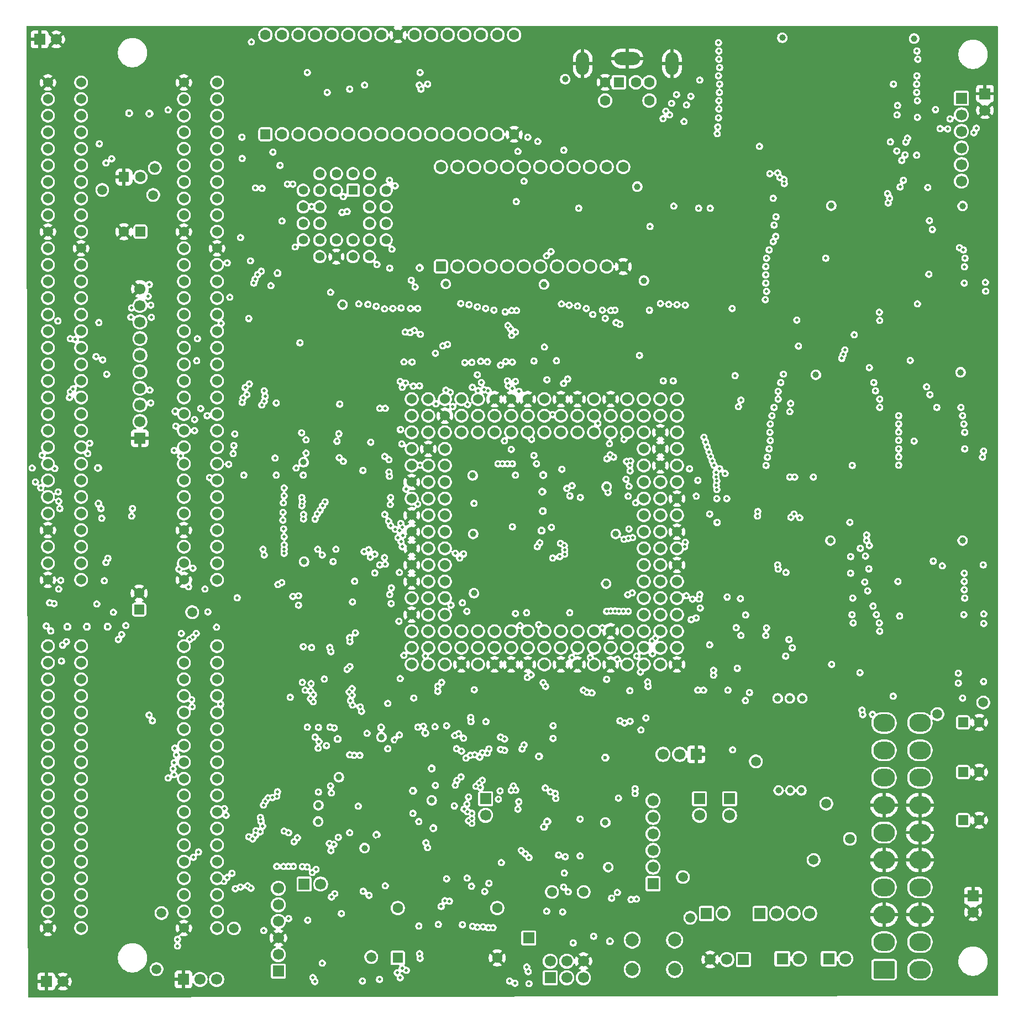
<source format=gbr>
%TF.GenerationSoftware,KiCad,Pcbnew,9.0.2+dfsg-1*%
%TF.CreationDate,2025-09-24T03:37:14+02:00*%
%TF.ProjectId,homebrew_486,686f6d65-6272-4657-975f-3438362e6b69,rev?*%
%TF.SameCoordinates,Original*%
%TF.FileFunction,Copper,L3,Inr*%
%TF.FilePolarity,Positive*%
%FSLAX46Y46*%
G04 Gerber Fmt 4.6, Leading zero omitted, Abs format (unit mm)*
G04 Created by KiCad (PCBNEW 9.0.2+dfsg-1) date 2025-09-24 03:37:14*
%MOMM*%
%LPD*%
G01*
G04 APERTURE LIST*
G04 Aperture macros list*
%AMRoundRect*
0 Rectangle with rounded corners*
0 $1 Rounding radius*
0 $2 $3 $4 $5 $6 $7 $8 $9 X,Y pos of 4 corners*
0 Add a 4 corners polygon primitive as box body*
4,1,4,$2,$3,$4,$5,$6,$7,$8,$9,$2,$3,0*
0 Add four circle primitives for the rounded corners*
1,1,$1+$1,$2,$3*
1,1,$1+$1,$4,$5*
1,1,$1+$1,$6,$7*
1,1,$1+$1,$8,$9*
0 Add four rect primitives between the rounded corners*
20,1,$1+$1,$2,$3,$4,$5,0*
20,1,$1+$1,$4,$5,$6,$7,0*
20,1,$1+$1,$6,$7,$8,$9,0*
20,1,$1+$1,$8,$9,$2,$3,0*%
G04 Aperture macros list end*
%TA.AperFunction,ComponentPad*%
%ADD10R,1.600000X1.600000*%
%TD*%
%TA.AperFunction,ComponentPad*%
%ADD11C,1.600000*%
%TD*%
%TA.AperFunction,ComponentPad*%
%ADD12O,2.000000X3.500000*%
%TD*%
%TA.AperFunction,ComponentPad*%
%ADD13O,4.000000X2.000000*%
%TD*%
%TA.AperFunction,ComponentPad*%
%ADD14RoundRect,0.250000X-0.550000X-0.550000X0.550000X-0.550000X0.550000X0.550000X-0.550000X0.550000X0*%
%TD*%
%TA.AperFunction,ComponentPad*%
%ADD15R,1.700000X1.700000*%
%TD*%
%TA.AperFunction,ComponentPad*%
%ADD16C,1.700000*%
%TD*%
%TA.AperFunction,ComponentPad*%
%ADD17C,1.524000*%
%TD*%
%TA.AperFunction,ComponentPad*%
%ADD18C,1.500000*%
%TD*%
%TA.AperFunction,ComponentPad*%
%ADD19RoundRect,0.250000X0.550000X0.550000X-0.550000X0.550000X-0.550000X-0.550000X0.550000X-0.550000X0*%
%TD*%
%TA.AperFunction,ComponentPad*%
%ADD20RoundRect,0.250001X1.399999X-1.099999X1.399999X1.099999X-1.399999X1.099999X-1.399999X-1.099999X0*%
%TD*%
%TA.AperFunction,ComponentPad*%
%ADD21O,3.300000X2.700000*%
%TD*%
%TA.AperFunction,ComponentPad*%
%ADD22RoundRect,0.250000X0.550000X-0.550000X0.550000X0.550000X-0.550000X0.550000X-0.550000X-0.550000X0*%
%TD*%
%TA.AperFunction,ComponentPad*%
%ADD23R,1.800000X1.800000*%
%TD*%
%TA.AperFunction,ComponentPad*%
%ADD24C,1.800000*%
%TD*%
%TA.AperFunction,ComponentPad*%
%ADD25R,1.422400X1.422400*%
%TD*%
%TA.AperFunction,ComponentPad*%
%ADD26C,1.422400*%
%TD*%
%TA.AperFunction,ComponentPad*%
%ADD27C,2.000000*%
%TD*%
%TA.AperFunction,ViaPad*%
%ADD28C,0.500000*%
%TD*%
%TA.AperFunction,ViaPad*%
%ADD29C,1.000000*%
%TD*%
%TA.AperFunction,ViaPad*%
%ADD30C,0.600000*%
%TD*%
%TA.AperFunction,ViaPad*%
%ADD31C,1.500000*%
%TD*%
G04 APERTURE END LIST*
D10*
%TO.N,/fpga/PS2_DATA*%
%TO.C,J13*%
X112873000Y-31971000D03*
D11*
%TO.N,unconnected-(J13-Pad2)*%
X115473000Y-31971000D03*
%TO.N,GND*%
X110773000Y-31971000D03*
%TO.N,+5V*%
X117573000Y-31971000D03*
%TO.N,/fpga/PS2_CLK*%
X110773000Y-34771000D03*
%TO.N,unconnected-(J13-Pad6)*%
X117573000Y-34771000D03*
D12*
%TO.N,GND*%
X121023000Y-29121000D03*
D13*
X114173000Y-28321000D03*
D12*
X107323000Y-29121000D03*
%TD*%
D14*
%TO.N,+2V5*%
%TO.C,C1*%
X165609388Y-137668000D03*
D11*
%TO.N,GND*%
X168109388Y-137668000D03*
%TD*%
D10*
%TO.N,unconnected-(Y2-EN-Pad1)*%
%TO.C,Y2*%
X78994000Y-166116000D03*
D11*
%TO.N,GND*%
X94234000Y-166116000D03*
%TO.N,/fpga/CLK_FPGA*%
X94234000Y-158496000D03*
%TO.N,+5V*%
X78994000Y-158496000D03*
%TD*%
D15*
%TO.N,~{MEM_RD}*%
%TO.C,J12*%
X64638000Y-154813000D03*
D16*
%TO.N,~{MEM_WR}*%
X67178000Y-154813000D03*
%TD*%
D17*
%TO.N,GND*%
%TO.C,J2*%
X46228000Y-32004000D03*
%TO.N,CPU_RESET*%
X46228000Y-34544000D03*
%TO.N,+5V*%
X46228000Y-37084000D03*
%TO.N,/isa/IRQ2*%
X46228000Y-39624000D03*
%TO.N,unconnected-(J2--5V-Pad5)*%
X46228000Y-42164000D03*
%TO.N,unconnected-(J2-DRQ2-Pad6)*%
X46228000Y-44704000D03*
%TO.N,-12V*%
X46228000Y-47244000D03*
%TO.N,unconnected-(J2-UNUSED-Pad8)*%
X46228000Y-49784000D03*
%TO.N,+12V*%
X46228000Y-52324000D03*
%TO.N,GND*%
X46228000Y-54864000D03*
%TO.N,~{ISA_MEM_WR}*%
X46228000Y-57404000D03*
%TO.N,~{ISA_MEM_RD}*%
X46228000Y-59944000D03*
%TO.N,~{IO_WR}*%
X46228000Y-62484000D03*
%TO.N,~{IO_RD}*%
X46228000Y-65024000D03*
%TO.N,unconnected-(J2-~{DACK3}-Pad15)*%
X46228000Y-67564000D03*
%TO.N,unconnected-(J2-DRQ3-Pad16)*%
X46228000Y-70104000D03*
%TO.N,unconnected-(J2-~{DACK1}-Pad17)*%
X46228000Y-72644000D03*
%TO.N,unconnected-(J2-DRQ1-Pad18)*%
X46228000Y-75184000D03*
%TO.N,+5V*%
X46228000Y-77724000D03*
%TO.N,CLK_ISA*%
X46228000Y-80264000D03*
%TO.N,/isa/IRQ7*%
X46228000Y-82804000D03*
%TO.N,/isa/IRQ6*%
X46228000Y-85344000D03*
%TO.N,/isa/IRQ5*%
X46228000Y-87884000D03*
%TO.N,/isa/IRQ4*%
X46228000Y-90424000D03*
%TO.N,/isa/IRQ3*%
X46228000Y-92964000D03*
%TO.N,unconnected-(J2-~{DACK2}-Pad26)*%
X46228000Y-95504000D03*
%TO.N,unconnected-(J2-TC-Pad27)*%
X46228000Y-98044000D03*
%TO.N,GND*%
X46228000Y-100584000D03*
%TO.N,+5V*%
X46228000Y-103124000D03*
%TO.N,CLK_14_318MHz*%
X46228000Y-105664000D03*
%TO.N,GND*%
X46228000Y-108204000D03*
%TO.N,unconnected-(J2-IO-Pad32)*%
X51308000Y-32004000D03*
%TO.N,DT7*%
X51308000Y-34544000D03*
%TO.N,DT6*%
X51308000Y-37084000D03*
%TO.N,DT5*%
X51308000Y-39624000D03*
%TO.N,DT4*%
X51308000Y-42164000D03*
%TO.N,DT3*%
X51308000Y-44704000D03*
%TO.N,DT2*%
X51308000Y-47244000D03*
%TO.N,DT1*%
X51308000Y-49784000D03*
%TO.N,DT0*%
X51308000Y-52324000D03*
%TO.N,ISA_IO_READY*%
X51308000Y-54864000D03*
%TO.N,GND*%
X51308000Y-57404000D03*
%TO.N,A19*%
X51308000Y-59944000D03*
%TO.N,A18*%
X51308000Y-62484000D03*
%TO.N,A17*%
X51308000Y-65024000D03*
%TO.N,A16*%
X51308000Y-67564000D03*
%TO.N,A15*%
X51308000Y-70104000D03*
%TO.N,A14*%
X51308000Y-72644000D03*
%TO.N,A13*%
X51308000Y-75184000D03*
%TO.N,A12*%
X51308000Y-77724000D03*
%TO.N,A11*%
X51308000Y-80264000D03*
%TO.N,A10*%
X51308000Y-82804000D03*
%TO.N,A9*%
X51308000Y-85344000D03*
%TO.N,A8*%
X51308000Y-87884000D03*
%TO.N,A7*%
X51308000Y-90424000D03*
%TO.N,A6*%
X51308000Y-92964000D03*
%TO.N,A5*%
X51308000Y-95504000D03*
%TO.N,A4*%
X51308000Y-98044000D03*
%TO.N,A3*%
X51308000Y-100584000D03*
%TO.N,A2*%
X51308000Y-103124000D03*
%TO.N,A1*%
X51308000Y-105664000D03*
%TO.N,A0*%
X51308000Y-108204000D03*
%TO.N,~{ISA_MEMCS16}*%
X46228000Y-118364000D03*
%TO.N,~{ISA_IOCS16}*%
X46228000Y-120904000D03*
%TO.N,unconnected-(J2-IRQ10-Pad65)*%
X46228000Y-123444000D03*
%TO.N,unconnected-(J2-IRQ11-Pad66)*%
X46228000Y-125984000D03*
%TO.N,unconnected-(J2-IRQ12-Pad67)*%
X46228000Y-128524000D03*
%TO.N,unconnected-(J2-IRQ15-Pad68)*%
X46228000Y-131064000D03*
%TO.N,unconnected-(J2-IRQ14-Pad69)*%
X46228000Y-133604000D03*
%TO.N,unconnected-(J2-~{DACK0}-Pad70)*%
X46228000Y-136144000D03*
%TO.N,unconnected-(J2-DRQ0-Pad71)*%
X46228000Y-138684000D03*
%TO.N,unconnected-(J2-~{DACK5}-Pad72)*%
X46228000Y-141224000D03*
%TO.N,unconnected-(J2-DRQ5-Pad73)*%
X46228000Y-143764000D03*
%TO.N,unconnected-(J2-~{DACK6}-Pad74)*%
X46228000Y-146304000D03*
%TO.N,unconnected-(J2-DRQ6-Pad75)*%
X46228000Y-148844000D03*
%TO.N,unconnected-(J2-~{DACK7}-Pad76)*%
X46228000Y-151384000D03*
%TO.N,unconnected-(J2-DRQ7-Pad77)*%
X46228000Y-153924000D03*
%TO.N,+5V*%
X46228000Y-156464000D03*
%TO.N,unconnected-(J2-MASTER-Pad79)*%
X46228000Y-159004000D03*
%TO.N,GND*%
X46228000Y-161544000D03*
%TO.N,ISA_SBHE*%
X51308000Y-118364000D03*
%TO.N,A23*%
X51308000Y-120904000D03*
%TO.N,A22*%
X51308000Y-123444000D03*
%TO.N,A21*%
X51308000Y-125984000D03*
%TO.N,A20*%
X51308000Y-128524000D03*
%TO.N,A19*%
X51308000Y-131064000D03*
%TO.N,A18*%
X51308000Y-133604000D03*
%TO.N,A17*%
X51308000Y-136144000D03*
%TO.N,unconnected-(J2-~{MEMR}-Pad89)*%
X51308000Y-138684000D03*
%TO.N,unconnected-(J2-~{MEMW}-Pad90)*%
X51308000Y-141224000D03*
%TO.N,DT8*%
X51308000Y-143764000D03*
%TO.N,DT9*%
X51308000Y-146304000D03*
%TO.N,DT10*%
X51308000Y-148844000D03*
%TO.N,DT11*%
X51308000Y-151384000D03*
%TO.N,DT12*%
X51308000Y-153924000D03*
%TO.N,DT13*%
X51308000Y-156464000D03*
%TO.N,DT14*%
X51308000Y-159004000D03*
%TO.N,DT15*%
X51308000Y-161544000D03*
%TD*%
D15*
%TO.N,Net-(J15-Pin_1)*%
%TO.C,J15*%
X134493000Y-159321500D03*
D16*
%TO.N,unconnected-(J15-Pin_2-Pad2)*%
X137033000Y-159321500D03*
%TO.N,unconnected-(J15-Pin_3-Pad3)*%
X139573000Y-159321500D03*
%TO.N,+5V*%
X142113000Y-159321500D03*
%TD*%
D15*
%TO.N,/fpga/~{AVR_PEN}*%
%TO.C,J11*%
X99060000Y-163068000D03*
%TD*%
%TO.N,Net-(J17-Pin_1)*%
%TO.C,J17*%
X165354000Y-34417000D03*
D16*
%TO.N,Net-(J17-Pin_2)*%
X165354000Y-36957000D03*
%TO.N,Net-(J17-Pin_3)*%
X165354000Y-39497000D03*
%TO.N,Net-(J17-Pin_4)*%
X165354000Y-42037000D03*
%TO.N,Net-(J17-Pin_5)*%
X165354000Y-44577000D03*
%TO.N,Net-(J17-Pin_6)*%
X165354000Y-47117000D03*
%TD*%
D18*
%TO.N,Net-(U22-XTAL1)*%
%TO.C,Y3*%
X107505500Y-156019500D03*
%TO.N,Net-(U22-XTAL2)*%
X102625500Y-156019500D03*
%TD*%
D15*
%TO.N,GND*%
%TO.C,J21*%
X167132000Y-156591000D03*
D16*
X167132000Y-159131000D03*
%TD*%
D15*
%TO.N,/fpga/AVR_SCK*%
%TO.C,J6*%
X92456000Y-141727000D03*
D16*
%TO.N,/fpga/FPGA_CCLK*%
X92456000Y-144267000D03*
%TD*%
D15*
%TO.N,GND*%
%TO.C,J9*%
X124714000Y-134937500D03*
D16*
%TO.N,/cpu/CLKMUL*%
X122174000Y-134937500D03*
%TO.N,+5V*%
X119634000Y-134937500D03*
%TD*%
D15*
%TO.N,GND*%
%TO.C,J10*%
X39497000Y-86487000D03*
D16*
%TO.N,CLK_ISA*%
X39497000Y-83947000D03*
%TO.N,~{ISA_MEM_WR}*%
X39497000Y-81407000D03*
%TO.N,~{ISA_MEM_RD}*%
X39497000Y-78867000D03*
%TO.N,CPU_RESET*%
X39497000Y-76327000D03*
%TO.N,ISA_IO_READY*%
X39497000Y-73787000D03*
%TO.N,~{ISA_IOCS16}*%
X39497000Y-71247000D03*
%TO.N,~{ISA_MEMCS16}*%
X39497000Y-68707000D03*
%TO.N,ISA_SBHE*%
X39497000Y-66167000D03*
%TO.N,GND*%
X39497000Y-63627000D03*
%TD*%
D19*
%TO.N,+12V*%
%TO.C,C37*%
X39559113Y-54864000D03*
D11*
%TO.N,GND*%
X37059113Y-54864000D03*
%TD*%
D15*
%TO.N,GND*%
%TO.C,J22*%
X25146000Y-169735500D03*
D16*
X27686000Y-169735500D03*
%TD*%
D14*
%TO.N,+3.3V*%
%TO.C,C2*%
X165608000Y-130048000D03*
D11*
%TO.N,GND*%
X168108000Y-130048000D03*
%TD*%
D15*
%TO.N,GND*%
%TO.C,J16*%
X46164500Y-169418000D03*
D16*
%TO.N,/fpga/TXD*%
X48704500Y-169418000D03*
%TO.N,/fpga/RXD*%
X51244500Y-169418000D03*
%TD*%
D15*
%TO.N,/fpga/ROM_CACHE_EN*%
%TO.C,J8*%
X129830000Y-141732000D03*
D16*
%TO.N,+5V*%
X129830000Y-144272000D03*
%TD*%
D17*
%TO.N,GND*%
%TO.C,J1*%
X25400000Y-32004000D03*
%TO.N,CPU_RESET*%
X25400000Y-34544000D03*
%TO.N,+5V*%
X25400000Y-37084000D03*
%TO.N,/isa/IRQ2*%
X25400000Y-39624000D03*
%TO.N,unconnected-(J1--5V-Pad5)*%
X25400000Y-42164000D03*
%TO.N,unconnected-(J1-DRQ2-Pad6)*%
X25400000Y-44704000D03*
%TO.N,-12V*%
X25400000Y-47244000D03*
%TO.N,unconnected-(J1-UNUSED-Pad8)*%
X25400000Y-49784000D03*
%TO.N,+12V*%
X25400000Y-52324000D03*
%TO.N,GND*%
X25400000Y-54864000D03*
%TO.N,~{ISA_MEM_WR}*%
X25400000Y-57404000D03*
%TO.N,~{ISA_MEM_RD}*%
X25400000Y-59944000D03*
%TO.N,~{IO_WR}*%
X25400000Y-62484000D03*
%TO.N,~{IO_RD}*%
X25400000Y-65024000D03*
%TO.N,unconnected-(J1-~{DACK3}-Pad15)*%
X25400000Y-67564000D03*
%TO.N,unconnected-(J1-DRQ3-Pad16)*%
X25400000Y-70104000D03*
%TO.N,unconnected-(J1-~{DACK1}-Pad17)*%
X25400000Y-72644000D03*
%TO.N,unconnected-(J1-DRQ1-Pad18)*%
X25400000Y-75184000D03*
%TO.N,+5V*%
X25400000Y-77724000D03*
%TO.N,CLK_ISA*%
X25400000Y-80264000D03*
%TO.N,/isa/IRQ7*%
X25400000Y-82804000D03*
%TO.N,/isa/IRQ6*%
X25400000Y-85344000D03*
%TO.N,/isa/IRQ5*%
X25400000Y-87884000D03*
%TO.N,/isa/IRQ4*%
X25400000Y-90424000D03*
%TO.N,/isa/IRQ3*%
X25400000Y-92964000D03*
%TO.N,unconnected-(J1-~{DACK2}-Pad26)*%
X25400000Y-95504000D03*
%TO.N,unconnected-(J1-TC-Pad27)*%
X25400000Y-98044000D03*
%TO.N,GND*%
X25400000Y-100584000D03*
%TO.N,+5V*%
X25400000Y-103124000D03*
%TO.N,CLK_14_318MHz*%
X25400000Y-105664000D03*
%TO.N,GND*%
X25400000Y-108204000D03*
%TO.N,unconnected-(J1-IO-Pad32)*%
X30480000Y-32004000D03*
%TO.N,DT7*%
X30480000Y-34544000D03*
%TO.N,DT6*%
X30480000Y-37084000D03*
%TO.N,DT5*%
X30480000Y-39624000D03*
%TO.N,DT4*%
X30480000Y-42164000D03*
%TO.N,DT3*%
X30480000Y-44704000D03*
%TO.N,DT2*%
X30480000Y-47244000D03*
%TO.N,DT1*%
X30480000Y-49784000D03*
%TO.N,DT0*%
X30480000Y-52324000D03*
%TO.N,ISA_IO_READY*%
X30480000Y-54864000D03*
%TO.N,GND*%
X30480000Y-57404000D03*
%TO.N,A19*%
X30480000Y-59944000D03*
%TO.N,A18*%
X30480000Y-62484000D03*
%TO.N,A17*%
X30480000Y-65024000D03*
%TO.N,A16*%
X30480000Y-67564000D03*
%TO.N,A15*%
X30480000Y-70104000D03*
%TO.N,A14*%
X30480000Y-72644000D03*
%TO.N,A13*%
X30480000Y-75184000D03*
%TO.N,A12*%
X30480000Y-77724000D03*
%TO.N,A11*%
X30480000Y-80264000D03*
%TO.N,A10*%
X30480000Y-82804000D03*
%TO.N,A9*%
X30480000Y-85344000D03*
%TO.N,A8*%
X30480000Y-87884000D03*
%TO.N,A7*%
X30480000Y-90424000D03*
%TO.N,A6*%
X30480000Y-92964000D03*
%TO.N,A5*%
X30480000Y-95504000D03*
%TO.N,A4*%
X30480000Y-98044000D03*
%TO.N,A3*%
X30480000Y-100584000D03*
%TO.N,A2*%
X30480000Y-103124000D03*
%TO.N,A1*%
X30480000Y-105664000D03*
%TO.N,A0*%
X30480000Y-108204000D03*
%TO.N,~{ISA_MEMCS16}*%
X25400000Y-118364000D03*
%TO.N,~{ISA_IOCS16}*%
X25400000Y-120904000D03*
%TO.N,unconnected-(J1-IRQ10-Pad65)*%
X25400000Y-123444000D03*
%TO.N,unconnected-(J1-IRQ11-Pad66)*%
X25400000Y-125984000D03*
%TO.N,unconnected-(J1-IRQ12-Pad67)*%
X25400000Y-128524000D03*
%TO.N,unconnected-(J1-IRQ15-Pad68)*%
X25400000Y-131064000D03*
%TO.N,unconnected-(J1-IRQ14-Pad69)*%
X25400000Y-133604000D03*
%TO.N,unconnected-(J1-~{DACK0}-Pad70)*%
X25400000Y-136144000D03*
%TO.N,unconnected-(J1-DRQ0-Pad71)*%
X25400000Y-138684000D03*
%TO.N,unconnected-(J1-~{DACK5}-Pad72)*%
X25400000Y-141224000D03*
%TO.N,unconnected-(J1-DRQ5-Pad73)*%
X25400000Y-143764000D03*
%TO.N,unconnected-(J1-~{DACK6}-Pad74)*%
X25400000Y-146304000D03*
%TO.N,unconnected-(J1-DRQ6-Pad75)*%
X25400000Y-148844000D03*
%TO.N,unconnected-(J1-~{DACK7}-Pad76)*%
X25400000Y-151384000D03*
%TO.N,unconnected-(J1-DRQ7-Pad77)*%
X25400000Y-153924000D03*
%TO.N,+5V*%
X25400000Y-156464000D03*
%TO.N,unconnected-(J1-MASTER-Pad79)*%
X25400000Y-159004000D03*
%TO.N,GND*%
X25400000Y-161544000D03*
%TO.N,ISA_SBHE*%
X30480000Y-118364000D03*
%TO.N,A23*%
X30480000Y-120904000D03*
%TO.N,A22*%
X30480000Y-123444000D03*
%TO.N,A21*%
X30480000Y-125984000D03*
%TO.N,A20*%
X30480000Y-128524000D03*
%TO.N,A19*%
X30480000Y-131064000D03*
%TO.N,A18*%
X30480000Y-133604000D03*
%TO.N,A17*%
X30480000Y-136144000D03*
%TO.N,unconnected-(J1-~{MEMR}-Pad89)*%
X30480000Y-138684000D03*
%TO.N,unconnected-(J1-~{MEMW}-Pad90)*%
X30480000Y-141224000D03*
%TO.N,DT8*%
X30480000Y-143764000D03*
%TO.N,DT9*%
X30480000Y-146304000D03*
%TO.N,DT10*%
X30480000Y-148844000D03*
%TO.N,DT11*%
X30480000Y-151384000D03*
%TO.N,DT12*%
X30480000Y-153924000D03*
%TO.N,DT13*%
X30480000Y-156464000D03*
%TO.N,DT14*%
X30480000Y-159004000D03*
%TO.N,DT15*%
X30480000Y-161544000D03*
%TD*%
D15*
%TO.N,GND*%
%TO.C,J20*%
X168973500Y-33713500D03*
D16*
X168973500Y-36253500D03*
%TD*%
D15*
%TO.N,GND*%
%TO.C,J19*%
X24130000Y-25400000D03*
D16*
X26670000Y-25400000D03*
%TD*%
D20*
%TO.N,unconnected-(J3-+3.3V-Pad1)_1*%
%TO.C,J3*%
X153504000Y-167912000D03*
D21*
%TO.N,unconnected-(J3-+3.3V-Pad1)*%
X153504000Y-163712000D03*
%TO.N,GND*%
X153504000Y-159512000D03*
%TO.N,+5V*%
X153504000Y-155312000D03*
%TO.N,GND*%
X153504000Y-151112000D03*
%TO.N,+5V*%
X153504000Y-146912000D03*
%TO.N,GND*%
X153504000Y-142712000D03*
%TO.N,unconnected-(J3-PWR_OK-Pad8)*%
X153504000Y-138512000D03*
%TO.N,unconnected-(J3-+5VSB-Pad9)*%
X153504000Y-134312000D03*
%TO.N,+12V*%
X153504000Y-130112000D03*
%TO.N,unconnected-(J3-+3.3V-Pad1)_2*%
X159004000Y-167912000D03*
%TO.N,-12V*%
X159004000Y-163712000D03*
%TO.N,GND*%
X159004000Y-159512000D03*
%TO.N,Net-(J3-PS_ON#)*%
X159004000Y-155312000D03*
%TO.N,GND*%
X159004000Y-151112000D03*
X159004000Y-146912000D03*
X159004000Y-142712000D03*
%TO.N,unconnected-(J3--5V{slash}NC-Pad18)*%
X159004000Y-138512000D03*
%TO.N,+5V*%
X159004000Y-134312000D03*
X159004000Y-130112000D03*
%TD*%
D22*
%TO.N,+5V*%
%TO.C,C36*%
X39370000Y-112736000D03*
D11*
%TO.N,GND*%
X39370000Y-110236000D03*
%TD*%
D23*
%TO.N,Net-(D1-K)*%
%TO.C,D1*%
X137922000Y-166243000D03*
D24*
%TO.N,+5V*%
X140462000Y-166243000D03*
%TD*%
D25*
%TO.N,~{PIC_CS}*%
%TO.C,U10*%
X72136000Y-48514000D03*
D26*
%TO.N,~{IO_WR}*%
X69596000Y-45974000D03*
%TO.N,~{IO_RD}*%
X69596000Y-48514000D03*
%TO.N,DT7*%
X67056000Y-45974000D03*
%TO.N,DT6*%
X64516000Y-48514000D03*
%TO.N,DT5*%
X67056000Y-48514000D03*
%TO.N,DT4*%
X64516000Y-51054000D03*
%TO.N,DT3*%
X67056000Y-51054000D03*
%TO.N,DT2*%
X64516000Y-53594000D03*
%TO.N,DT1*%
X67056000Y-53594000D03*
%TO.N,DT0*%
X64516000Y-56134000D03*
%TO.N,unconnected-(U10-CAS0-Pad12)*%
X67056000Y-58674000D03*
%TO.N,unconnected-(U10-CAS1-Pad13)*%
X67056000Y-56134000D03*
%TO.N,GND*%
X69596000Y-58674000D03*
%TO.N,unconnected-(U10-CAS2-Pad15)*%
X69596000Y-56134000D03*
%TO.N,Net-(U10-~{SP}{slash}~{EN})*%
X72136000Y-58674000D03*
%TO.N,INTR*%
X72136000Y-56134000D03*
%TO.N,/isa/IRQ0*%
X74676000Y-58674000D03*
%TO.N,KB_INT*%
X77216000Y-56134000D03*
%TO.N,/isa/IRQ2*%
X74676000Y-56134000D03*
%TO.N,/isa/IRQ3*%
X77216000Y-53594000D03*
%TO.N,/isa/IRQ4*%
X74676000Y-53594000D03*
%TO.N,/isa/IRQ5*%
X77216000Y-51054000D03*
%TO.N,/isa/IRQ6*%
X74676000Y-51054000D03*
%TO.N,/isa/IRQ7*%
X77216000Y-48514000D03*
%TO.N,~{PIC_INTA}*%
X74676000Y-45974000D03*
%TO.N,A0*%
X74676000Y-48514000D03*
%TO.N,+5V*%
X72136000Y-45974000D03*
%TD*%
D22*
%TO.N,DT7*%
%TO.C,U9*%
X85598000Y-60198000D03*
D11*
%TO.N,DT6*%
X88138000Y-60198000D03*
%TO.N,DT5*%
X90678000Y-60198000D03*
%TO.N,DT4*%
X93218000Y-60198000D03*
%TO.N,DT3*%
X95758000Y-60198000D03*
%TO.N,DT2*%
X98298000Y-60198000D03*
%TO.N,DT1*%
X100838000Y-60198000D03*
%TO.N,DT0*%
X103378000Y-60198000D03*
%TO.N,CLK_PIT*%
X105918000Y-60198000D03*
%TO.N,/isa/IRQ0*%
X108458000Y-60198000D03*
%TO.N,+5V*%
X110998000Y-60198000D03*
%TO.N,GND*%
X113538000Y-60198000D03*
%TO.N,unconnected-(U9-OUT1-Pad13)*%
X113538000Y-44958000D03*
%TO.N,+5V*%
X110998000Y-44958000D03*
%TO.N,CLK_PIT*%
X108458000Y-44958000D03*
%TO.N,/isa/SPK_GATE*%
X105918000Y-44958000D03*
%TO.N,Net-(U9-OUT2)*%
X103378000Y-44958000D03*
%TO.N,CLK_PIT*%
X100838000Y-44958000D03*
%TO.N,A0*%
X98298000Y-44958000D03*
%TO.N,A1*%
X95758000Y-44958000D03*
%TO.N,~{PIT_CS}*%
X93218000Y-44958000D03*
%TO.N,~{IO_RD}*%
X90678000Y-44958000D03*
%TO.N,~{IO_WR}*%
X88138000Y-44958000D03*
%TO.N,+5V*%
X85598000Y-44958000D03*
%TD*%
D15*
%TO.N,Net-(J18-Pin_1)*%
%TO.C,J18*%
X126301500Y-159321500D03*
D16*
%TO.N,/fpga/RESET_BTN*%
X128841500Y-159321500D03*
%TD*%
D22*
%TO.N,unconnected-(U21-NC-Pad1)*%
%TO.C,U21*%
X58737500Y-39941500D03*
D11*
%TO.N,A16*%
X61277500Y-39941500D03*
%TO.N,A15*%
X63817500Y-39941500D03*
%TO.N,A12*%
X66357500Y-39941500D03*
%TO.N,A7*%
X68897500Y-39941500D03*
%TO.N,A6*%
X71437500Y-39941500D03*
%TO.N,A5*%
X73977500Y-39941500D03*
%TO.N,A4*%
X76517500Y-39941500D03*
%TO.N,A3*%
X79057500Y-39941500D03*
%TO.N,A2*%
X81597500Y-39941500D03*
%TO.N,A1*%
X84137500Y-39941500D03*
%TO.N,A0*%
X86677500Y-39941500D03*
%TO.N,DT0*%
X89217500Y-39941500D03*
%TO.N,DT1*%
X91757500Y-39941500D03*
%TO.N,DT2*%
X94297500Y-39941500D03*
%TO.N,GND*%
X96837500Y-39941500D03*
%TO.N,DT3*%
X96837500Y-24701500D03*
%TO.N,DT4*%
X94297500Y-24701500D03*
%TO.N,DT5*%
X91757500Y-24701500D03*
%TO.N,DT6*%
X89217500Y-24701500D03*
%TO.N,DT7*%
X86677500Y-24701500D03*
%TO.N,~{ROM_OE}*%
X84137500Y-24701500D03*
%TO.N,A10*%
X81597500Y-24701500D03*
%TO.N,GND*%
X79057500Y-24701500D03*
%TO.N,A11*%
X76517500Y-24701500D03*
%TO.N,A9*%
X73977500Y-24701500D03*
%TO.N,A8*%
X71437500Y-24701500D03*
%TO.N,A13*%
X68897500Y-24701500D03*
%TO.N,A14*%
X66357500Y-24701500D03*
%TO.N,A17*%
X63817500Y-24701500D03*
%TO.N,+5V*%
X61277500Y-24701500D03*
X58737500Y-24701500D03*
%TD*%
D15*
%TO.N,/fpga/TMS*%
%TO.C,J5*%
X60706000Y-168148000D03*
D16*
%TO.N,/fpga/TCK*%
X60706000Y-165608000D03*
%TO.N,GND*%
X60706000Y-163068000D03*
%TO.N,/fpga/TDO*%
X60706000Y-160528000D03*
%TO.N,/fpga/TDI*%
X60706000Y-157988000D03*
%TO.N,+5V*%
X60706000Y-155448000D03*
%TD*%
D23*
%TO.N,Net-(D2-K)*%
%TO.C,D2*%
X145034000Y-166243000D03*
D24*
%TO.N,/isa/D7_LED*%
X147574000Y-166243000D03*
%TD*%
D14*
%TO.N,GND*%
%TO.C,C38*%
X37059113Y-46482000D03*
D11*
%TO.N,-12V*%
X39559113Y-46482000D03*
%TD*%
D17*
%TO.N,D20*%
%TO.C,U1*%
X121778500Y-80518000D03*
%TO.N,D22*%
X121778500Y-83058000D03*
%TO.N,unconnected-(U1-TCK-PadA3)*%
X121778500Y-85598000D03*
%TO.N,D23*%
X121778500Y-88138000D03*
%TO.N,Net-(U1-DP3)*%
X121778500Y-90678000D03*
%TO.N,D24*%
X121778500Y-93218000D03*
%TO.N,GND*%
X121778500Y-95758000D03*
%TO.N,D29*%
X121778500Y-98298000D03*
%TO.N,GND*%
X121778500Y-100838000D03*
%TO.N,unconnected-(U1-INV-PadA10)*%
X121778500Y-103378000D03*
%TO.N,GND*%
X121778500Y-105918000D03*
%TO.N,unconnected-(U1-~{HITM}-PadA12)*%
X121778500Y-108458000D03*
%TO.N,unconnected-(U1-NC1-PadA13)*%
X121778500Y-110998000D03*
%TO.N,unconnected-(U1-TDI-PadA14)*%
X121778500Y-113538000D03*
%TO.N,+5V*%
X121778500Y-116078000D03*
%TO.N,INTR*%
X121778500Y-118618000D03*
%TO.N,GND*%
X121778500Y-121158000D03*
%TO.N,D19*%
X119238500Y-80518000D03*
%TO.N,D21*%
X119238500Y-83058000D03*
%TO.N,GND*%
X119238500Y-85598000D03*
X119238500Y-88138000D03*
X119238500Y-90678000D03*
%TO.N,D25*%
X119238500Y-93218000D03*
%TO.N,+5V*%
X119238500Y-95758000D03*
%TO.N,D31*%
X119238500Y-98298000D03*
%TO.N,+5V*%
X119238500Y-100838000D03*
%TO.N,unconnected-(U1-~{SMI}-PadB10)*%
X119238500Y-103378000D03*
%TO.N,+5V*%
X119238500Y-105918000D03*
%TO.N,unconnected-(U1-~{CACHE}-PadB12)*%
X119238500Y-108458000D03*
%TO.N,unconnected-(U1-WB{slash}~{WT}-PadB13)*%
X119238500Y-110998000D03*
%TO.N,unconnected-(U1-TMS-PadB14)*%
X119238500Y-113538000D03*
%TO.N,NMI*%
X119238500Y-116078000D03*
%TO.N,unconnected-(U1-TDO-PadB16)*%
X119238500Y-118618000D03*
%TO.N,+5V*%
X119238500Y-121158000D03*
%TO.N,D11*%
X116698500Y-80518000D03*
%TO.N,D18*%
X116698500Y-83058000D03*
%TO.N,CPU_CLK*%
X116698500Y-85598000D03*
%TO.N,+5V*%
X116698500Y-88138000D03*
X116698500Y-90678000D03*
%TO.N,D27*%
X116698500Y-93218000D03*
%TO.N,D26*%
X116698500Y-95758000D03*
%TO.N,D28*%
X116698500Y-98298000D03*
%TO.N,D30*%
X116698500Y-100838000D03*
%TO.N,unconnected-(U1-SRESET-PadC10)*%
X116698500Y-103378000D03*
%TO.N,unconnected-(U1-~{UP}-PadC11)*%
X116698500Y-105918000D03*
%TO.N,unconnected-(U1-~{SMIACT}-PadC12)*%
X116698500Y-108458000D03*
%TO.N,unconnected-(U1-NC2-PadC13)*%
X116698500Y-110998000D03*
%TO.N,unconnected-(U1-~{FERR}-PadC14)*%
X116698500Y-113538000D03*
%TO.N,+5V*%
X116698500Y-116078000D03*
%TO.N,CPU_RESET*%
X116698500Y-118618000D03*
%TO.N,~{BS16}*%
X116698500Y-121158000D03*
%TO.N,D9*%
X114158500Y-80518000D03*
%TO.N,D13*%
X114158500Y-83058000D03*
%TO.N,D17*%
X114158500Y-85598000D03*
%TO.N,+5V*%
X114158500Y-116078000D03*
%TO.N,~{BS8}*%
X114158500Y-118618000D03*
%TO.N,+5V*%
X114158500Y-121158000D03*
%TO.N,GND*%
X111618500Y-80518000D03*
%TO.N,+5V*%
X111618500Y-83058000D03*
%TO.N,D10*%
X111618500Y-85598000D03*
%TO.N,GND*%
X111618500Y-116078000D03*
%TO.N,+5V*%
X111618500Y-118618000D03*
%TO.N,GND*%
X111618500Y-121158000D03*
%TO.N,Net-(U1-DP1)*%
X109078500Y-80518000D03*
%TO.N,D8*%
X109078500Y-83058000D03*
%TO.N,D15*%
X109078500Y-85598000D03*
%TO.N,~{KEN}*%
X109078500Y-116078000D03*
%TO.N,~{RDY}*%
X109078500Y-118618000D03*
%TO.N,~{BE3}*%
X109078500Y-121158000D03*
%TO.N,GND*%
X106538500Y-80518000D03*
%TO.N,+5V*%
X106538500Y-83058000D03*
%TO.N,D12*%
X106538500Y-85598000D03*
%TO.N,unconnected-(U1-~{STPCLK}-PadG15)*%
X106538500Y-116078000D03*
%TO.N,+5V*%
X106538500Y-118618000D03*
%TO.N,GND*%
X106538500Y-121158000D03*
X103998500Y-80518000D03*
%TO.N,D3*%
X103998500Y-83058000D03*
%TO.N,Net-(U1-DP2)*%
X103998500Y-85598000D03*
%TO.N,+5V*%
X103998500Y-116078000D03*
X103998500Y-118618000D03*
%TO.N,GND*%
X103998500Y-121158000D03*
%TO.N,+5V*%
X101458500Y-80518000D03*
%TO.N,D5*%
X101458500Y-83058000D03*
%TO.N,D16*%
X101458500Y-85598000D03*
%TO.N,~{BE2}*%
X101458500Y-116078000D03*
%TO.N,~{BE1}*%
X101458500Y-118618000D03*
%TO.N,unconnected-(U1-PCD-PadJ17)*%
X101458500Y-121158000D03*
%TO.N,GND*%
X98918500Y-80518000D03*
%TO.N,+5V*%
X98918500Y-83058000D03*
%TO.N,D14*%
X98918500Y-85598000D03*
%TO.N,~{BE0}*%
X98918500Y-116078000D03*
%TO.N,+5V*%
X98918500Y-118618000D03*
%TO.N,GND*%
X98918500Y-121158000D03*
X96378500Y-80518000D03*
%TO.N,D6*%
X96378500Y-83058000D03*
%TO.N,D7*%
X96378500Y-85598000D03*
%TO.N,unconnected-(U1-PWT-PadL15)*%
X96378500Y-116078000D03*
%TO.N,+5V*%
X96378500Y-118618000D03*
%TO.N,GND*%
X96378500Y-121158000D03*
X93838500Y-80518000D03*
%TO.N,+5V*%
X93838500Y-83058000D03*
%TO.N,D4*%
X93838500Y-85598000D03*
%TO.N,~{D{slash}C}*%
X93838500Y-116078000D03*
%TO.N,+5V*%
X93838500Y-118618000D03*
%TO.N,GND*%
X93838500Y-121158000D03*
%TO.N,D2*%
X91298500Y-80518000D03*
%TO.N,D1*%
X91298500Y-83058000D03*
%TO.N,Net-(U1-DP0)*%
X91298500Y-85598000D03*
%TO.N,unconnected-(U1-~{LOCK}-PadN15)*%
X91298500Y-116078000D03*
%TO.N,~{M{slash}IO}*%
X91298500Y-118618000D03*
%TO.N,~{W{slash}R}*%
X91298500Y-121158000D03*
%TO.N,D0*%
X88758500Y-80518000D03*
%TO.N,A29*%
X88758500Y-83058000D03*
%TO.N,A30*%
X88758500Y-85598000D03*
%TO.N,unconnected-(U1-HLDA-PadP15)*%
X88758500Y-116078000D03*
%TO.N,+5V*%
X88758500Y-118618000D03*
%TO.N,GND*%
X88758500Y-121158000D03*
%TO.N,A31*%
X86218500Y-80518000D03*
%TO.N,GND*%
X86218500Y-83058000D03*
%TO.N,A17*%
X86218500Y-85598000D03*
%TO.N,A19*%
X86218500Y-88138000D03*
%TO.N,A21*%
X86218500Y-90678000D03*
%TO.N,A24*%
X86218500Y-93218000D03*
%TO.N,A22*%
X86218500Y-95758000D03*
%TO.N,A20*%
X86218500Y-98298000D03*
%TO.N,A16*%
X86218500Y-100838000D03*
%TO.N,A13*%
X86218500Y-103378000D03*
%TO.N,A9*%
X86218500Y-105918000D03*
%TO.N,A5*%
X86218500Y-108458000D03*
%TO.N,A7*%
X86218500Y-110998000D03*
%TO.N,A2*%
X86218500Y-113538000D03*
%TO.N,unconnected-(U1-BREQ-PadQ15)*%
X86218500Y-116078000D03*
%TO.N,unconnected-(U1-~{PLOCK}-PadQ16)*%
X86218500Y-118618000D03*
%TO.N,unconnected-(U1-~{PCHK}-PadQ17)*%
X86218500Y-121158000D03*
%TO.N,A28*%
X83678500Y-80518000D03*
%TO.N,A25*%
X83678500Y-83058000D03*
%TO.N,+5V*%
X83678500Y-85598000D03*
%TO.N,GND*%
X83678500Y-88138000D03*
%TO.N,A18*%
X83678500Y-90678000D03*
%TO.N,+5V*%
X83678500Y-93218000D03*
%TO.N,A15*%
X83678500Y-95758000D03*
%TO.N,+5V*%
X83678500Y-98298000D03*
X83678500Y-100838000D03*
X83678500Y-103378000D03*
X83678500Y-105918000D03*
%TO.N,A11*%
X83678500Y-108458000D03*
%TO.N,A8*%
X83678500Y-110998000D03*
%TO.N,+5V*%
X83678500Y-113538000D03*
%TO.N,A3*%
X83678500Y-116078000D03*
%TO.N,unconnected-(U1-~{BLAST}-PadR16)*%
X83678500Y-118618000D03*
%TO.N,/cpu/CLKMUL*%
X83678500Y-121158000D03*
%TO.N,A27*%
X81138500Y-80518000D03*
%TO.N,A26*%
X81138500Y-83058000D03*
%TO.N,A23*%
X81138500Y-85598000D03*
%TO.N,unconnected-(U1-VOLDET-PadS4)*%
X81138500Y-88138000D03*
%TO.N,A14*%
X81138500Y-90678000D03*
%TO.N,GND*%
X81138500Y-93218000D03*
%TO.N,A12*%
X81138500Y-95758000D03*
%TO.N,GND*%
X81138500Y-98298000D03*
X81138500Y-100838000D03*
X81138500Y-103378000D03*
X81138500Y-105918000D03*
X81138500Y-108458000D03*
%TO.N,A10*%
X81138500Y-110998000D03*
%TO.N,GND*%
X81138500Y-113538000D03*
%TO.N,A6*%
X81138500Y-116078000D03*
%TO.N,A4*%
X81138500Y-118618000D03*
%TO.N,~{ADS}*%
X81138500Y-121158000D03*
%TD*%
D14*
%TO.N,+5V*%
%TO.C,C39*%
X165609388Y-145034000D03*
D11*
%TO.N,GND*%
X168109388Y-145034000D03*
%TD*%
D15*
%TO.N,/fpga/AVR_MISO*%
%TO.C,J4*%
X102362000Y-169164000D03*
D16*
%TO.N,+5V*%
X102362000Y-166624000D03*
%TO.N,/fpga/AVR_SCK*%
X104902000Y-169164000D03*
%TO.N,/fpga/AVR_MOSI*%
X104902000Y-166624000D03*
%TO.N,/fpga/~{AVR_RESET}*%
X107442000Y-169164000D03*
%TO.N,GND*%
X107442000Y-166624000D03*
%TD*%
D15*
%TO.N,Net-(J14-Pin_1)*%
%TO.C,J14*%
X118110000Y-154749500D03*
D16*
%TO.N,Net-(J14-Pin_2)*%
X118110000Y-152209500D03*
%TO.N,Net-(J14-Pin_3)*%
X118110000Y-149669500D03*
%TO.N,Net-(J14-Pin_4)*%
X118110000Y-147129500D03*
%TO.N,Net-(J14-Pin_5)*%
X118110000Y-144589500D03*
%TO.N,Net-(J14-Pin_6)*%
X118110000Y-142049500D03*
%TD*%
D27*
%TO.N,Net-(J18-Pin_1)*%
%TO.C,SW2*%
X114912000Y-163394000D03*
X121412000Y-163394000D03*
%TO.N,/fpga/RESET_BTN*%
X114912000Y-167894000D03*
X121412000Y-167894000D03*
%TD*%
D15*
%TO.N,unconnected-(SW1-A-Pad1)*%
%TO.C,SW1*%
X131953000Y-166370000D03*
D16*
%TO.N,Net-(J3-PS_ON#)*%
X129413000Y-166370000D03*
%TO.N,GND*%
X126873000Y-166370000D03*
%TD*%
D15*
%TO.N,/fpga/RAM_CACHE_EN*%
%TO.C,J7*%
X125240000Y-141732000D03*
D16*
%TO.N,+5V*%
X125240000Y-144272000D03*
%TD*%
D28*
%TO.N,A18*%
X79480000Y-99540000D03*
%TO.N,/isa/IRQ7*%
X56261000Y-78168500D03*
%TO.N,TR_8B_2*%
X58547000Y-80835500D03*
%TO.N,TR_8B_3*%
X58166000Y-81407000D03*
%TO.N,D12*%
X148272500Y-99377500D03*
%TO.N,~{RAM_CS1}*%
X169068750Y-63976250D03*
X88900000Y-161036000D03*
X168783000Y-114871500D03*
X167640000Y-38989000D03*
X168592500Y-89408000D03*
%TO.N,+3.3V*%
X68770500Y-149669500D03*
X68834000Y-140843000D03*
%TO.N,/fpga/RESET_BTN*%
X109029500Y-162814000D03*
X105124250Y-155987750D03*
X103632000Y-150368000D03*
X104394000Y-155257500D03*
%TO.N,/isa/D7_LED*%
X164909500Y-124015500D03*
X164909500Y-122491500D03*
X165544500Y-126301500D03*
X160210500Y-48069500D03*
%TO.N,A9*%
X136525000Y-56388000D03*
X79248000Y-131953000D03*
X73914000Y-32385000D03*
X151193500Y-106521250D03*
X65786000Y-118554500D03*
X82296000Y-32385000D03*
X136652000Y-81788000D03*
X152844500Y-81788000D03*
X128143000Y-30988000D03*
%TO.N,DT3*%
X123063000Y-66103500D03*
X104457500Y-42354500D03*
X35179000Y-43688000D03*
X92456000Y-66611500D03*
X44704000Y-138049000D03*
X97409000Y-42545000D03*
X76962000Y-66675000D03*
X107886500Y-66611500D03*
%TO.N,~{IO_WR}*%
X62103000Y-47561500D03*
X36195000Y-117348000D03*
X24320500Y-94107000D03*
X52895500Y-59626500D03*
X54927500Y-155257500D03*
%TO.N,~{IO_RD}*%
X62928500Y-47561500D03*
X56451500Y-59309000D03*
X27051000Y-109601000D03*
X51943000Y-68897500D03*
X28257500Y-117665500D03*
X41148000Y-66103500D03*
X56165750Y-68167250D03*
X40957500Y-62928500D03*
X25844500Y-116014500D03*
X26352500Y-111823500D03*
X54102000Y-155511500D03*
%TO.N,A6*%
X155765500Y-85534500D03*
X136017000Y-85598000D03*
X128206500Y-34798000D03*
X71691500Y-117665500D03*
X135382000Y-60198000D03*
X151003000Y-109886750D03*
X88900000Y-111696500D03*
%TO.N,A23*%
X64389000Y-123888500D03*
X74803000Y-104711500D03*
X77851000Y-96647000D03*
X72009000Y-124841000D03*
%TO.N,A14*%
X136906000Y-55562500D03*
X38100000Y-67945000D03*
X41243250Y-67976750D03*
X150653750Y-104552750D03*
X51879500Y-127254000D03*
X83566000Y-32258000D03*
X68072000Y-133604000D03*
X140589000Y-98679000D03*
X128333500Y-29718000D03*
X78041500Y-109410500D03*
X48323500Y-71247000D03*
X90678000Y-96456500D03*
X126809500Y-98107500D03*
X49911000Y-113093500D03*
X152844500Y-80518000D03*
X77914500Y-99885500D03*
X137223500Y-105918000D03*
X137287000Y-80518000D03*
X62547500Y-126174500D03*
X68199000Y-33528000D03*
X49466500Y-109601000D03*
%TO.N,DT15*%
X56197500Y-147574000D03*
X67881500Y-96266000D03*
X64325500Y-95567500D03*
X61595000Y-94107000D03*
%TO.N,/isa/IRQ6*%
X57150000Y-62103000D03*
X70675500Y-49466500D03*
X31813500Y-87249000D03*
X55626000Y-78740000D03*
X53911500Y-87630000D03*
X47879000Y-85344000D03*
%TO.N,/isa/IRQ3*%
X63309500Y-57213500D03*
X55308500Y-80327500D03*
X50165000Y-92519500D03*
X23495000Y-93218000D03*
%TO.N,A11*%
X165798500Y-109728000D03*
X125349000Y-112522000D03*
X123896500Y-34108000D03*
X158496000Y-33528000D03*
X78486000Y-132715000D03*
X121729500Y-33845500D03*
X165735000Y-84328000D03*
X62928500Y-110744000D03*
X165925500Y-58928000D03*
X105346500Y-113220500D03*
X97726500Y-115189000D03*
X97028000Y-113347500D03*
X100584000Y-115062000D03*
%TO.N,/isa/IRQ2*%
X70453250Y-51911250D03*
X65786000Y-50990500D03*
%TO.N,A7*%
X68770500Y-119189500D03*
X150558500Y-108521500D03*
X136080500Y-84328000D03*
X128270000Y-33528000D03*
X125158500Y-111125000D03*
X155765500Y-84328000D03*
X79946500Y-119761000D03*
X135509000Y-58928000D03*
%TO.N,A18*%
X150844250Y-102139750D03*
X98044000Y-134112000D03*
X137668000Y-77978000D03*
X151955500Y-77978000D03*
X65623500Y-126393000D03*
X116268500Y-131191000D03*
X73226000Y-127645500D03*
X76263500Y-105918000D03*
X45466000Y-106553000D03*
X72326500Y-135064500D03*
X136969500Y-52578000D03*
X34290000Y-105537000D03*
X128206500Y-27178000D03*
%TO.N,CLK_ISA*%
X88709500Y-138366500D03*
X27051000Y-96139000D03*
X92964000Y-154686000D03*
X68834000Y-156781500D03*
X94678500Y-140525500D03*
X36703000Y-116586000D03*
X73723500Y-155892500D03*
%TO.N,A19*%
X98361500Y-133477000D03*
X72072500Y-127381000D03*
X162433000Y-106045000D03*
X34607500Y-104902000D03*
X117030500Y-129349500D03*
X66103500Y-125793500D03*
X76962000Y-104775000D03*
X158686500Y-28448000D03*
X47625000Y-106426000D03*
X77025500Y-98171000D03*
X71628000Y-135001000D03*
X160909000Y-54538000D03*
X160528000Y-79828000D03*
X148399500Y-104648000D03*
%TO.N,CPU_RESET*%
X102783500Y-132484000D03*
X69342000Y-156273500D03*
X90297000Y-155130500D03*
X29273500Y-78930500D03*
X37338000Y-115189000D03*
X34417000Y-76708000D03*
X89471500Y-135509000D03*
X88773000Y-134429500D03*
X74612500Y-156527500D03*
X51244500Y-115443000D03*
X102806500Y-130556000D03*
%TO.N,~{ISA_MEM_WR}*%
X65913000Y-153043000D03*
%TO.N,DT0*%
X29591000Y-71374000D03*
X73025000Y-65913000D03*
X104076500Y-65913000D03*
X33528000Y-97282000D03*
X88646000Y-65849500D03*
X28829000Y-79375000D03*
X119253000Y-65849500D03*
X52705000Y-144272000D03*
X38354000Y-97282000D03*
%TO.N,A20*%
X138080750Y-76676250D03*
X128143000Y-25908000D03*
X150844250Y-101314250D03*
X136525000Y-49720500D03*
X151257000Y-75692000D03*
X89058750Y-104235250D03*
X65659000Y-125222000D03*
X71755000Y-126682500D03*
X104584500Y-104267000D03*
%TO.N,ISA_IO_READY*%
X60452000Y-152082500D03*
X67445500Y-166933000D03*
X32766000Y-73977500D03*
X58547000Y-104394000D03*
X65214500Y-160337500D03*
%TO.N,A17*%
X46964536Y-109245464D03*
X77089000Y-105791000D03*
X160464500Y-53158000D03*
X34036000Y-108331000D03*
X158559500Y-27178000D03*
X82423000Y-30480000D03*
X160020000Y-78613000D03*
X87730000Y-132040000D03*
X73215500Y-135064500D03*
X79629000Y-87376000D03*
X161036000Y-105338000D03*
X77597000Y-99187000D03*
X65151000Y-30480000D03*
X149860000Y-103378000D03*
X66040000Y-126873000D03*
X79406750Y-85185250D03*
X73442000Y-128333500D03*
X113030000Y-129794000D03*
%TO.N,A2*%
X152844500Y-116078000D03*
X71247000Y-121920000D03*
X82931000Y-130619500D03*
X135445500Y-90678000D03*
X135318500Y-65278000D03*
X155765500Y-90614500D03*
X127952500Y-39814500D03*
%TO.N,DT9*%
X64960500Y-88773000D03*
X64960500Y-86741000D03*
X58063257Y-145212249D03*
X61595000Y-101600000D03*
%TO.N,DT2*%
X91186000Y-66357500D03*
X121793000Y-66040000D03*
X43815000Y-138557000D03*
X106553000Y-66230500D03*
X75692000Y-66294000D03*
X102489000Y-57912000D03*
X34290000Y-44323000D03*
%TO.N,DT7*%
X113030000Y-69024500D03*
X112268000Y-66865500D03*
X97218500Y-66929000D03*
X81661000Y-63309500D03*
X44831000Y-133985000D03*
X60960000Y-44704000D03*
X82042000Y-66611500D03*
X82454750Y-70580250D03*
X81089500Y-62293500D03*
X96456500Y-70739000D03*
%TO.N,DT11*%
X64579500Y-98869500D03*
X61404500Y-99060000D03*
X66325750Y-98901250D03*
X57930000Y-146800000D03*
%TO.N,A4*%
X101282500Y-123952000D03*
X72517000Y-116332000D03*
X135890000Y-88138000D03*
X155765500Y-88138000D03*
X128143000Y-37401500D03*
X152336500Y-113538000D03*
X135382000Y-62738000D03*
X123952000Y-114300000D03*
X83248500Y-119824500D03*
X85725000Y-123888500D03*
X108521500Y-120078500D03*
X105664000Y-120078500D03*
%TO.N,/isa/IRQ5*%
X57531000Y-61404500D03*
X31496000Y-88836500D03*
X53784500Y-88836500D03*
X55181500Y-81026000D03*
%TO.N,DT6*%
X97028000Y-70231000D03*
X96456500Y-66929000D03*
X81534000Y-69977000D03*
X45090000Y-135006000D03*
X80962500Y-66611500D03*
X112430000Y-68770000D03*
X111633000Y-66929000D03*
%TO.N,DT13*%
X64325500Y-96837500D03*
X57213500Y-147320000D03*
X61468000Y-96393000D03*
X67119500Y-97536000D03*
%TO.N,ISA_SBHE*%
X26924000Y-68516500D03*
X66000000Y-169130000D03*
X27495500Y-120650000D03*
X27241500Y-97282000D03*
X25654000Y-111696500D03*
X26987500Y-94742000D03*
X27368500Y-108267500D03*
X27654250Y-118205250D03*
X25146000Y-115252500D03*
X48133000Y-116395500D03*
X78930500Y-168402000D03*
X45847000Y-116395500D03*
%TO.N,~{ISA_MEMCS16}*%
X45275500Y-163258500D03*
X33210500Y-68770500D03*
X45275500Y-164274500D03*
%TO.N,~{ISA_MEM_RD}*%
X41021000Y-79121000D03*
X41148000Y-81089500D03*
X66484500Y-152548000D03*
%TO.N,DT5*%
X110363000Y-66865500D03*
X44767500Y-136207500D03*
X95472250Y-67151250D03*
X80899000Y-70294500D03*
X79502000Y-66548000D03*
X96266000Y-69723000D03*
X110807500Y-68135500D03*
X43815000Y-36195000D03*
%TO.N,A22*%
X65722500Y-124079000D03*
X71564500Y-125349000D03*
X79756000Y-101409500D03*
X75501500Y-104267000D03*
%TO.N,DT14*%
X67468750Y-96869250D03*
X56770000Y-147890000D03*
X64389000Y-96202500D03*
X61595000Y-95313500D03*
%TO.N,A8*%
X124174250Y-111156750D03*
X82550000Y-33020000D03*
X64516000Y-92138500D03*
X69088000Y-105410000D03*
X44767500Y-88392000D03*
X71628000Y-33020000D03*
X155638500Y-108458000D03*
X135890000Y-57658000D03*
X136334500Y-83058000D03*
X45720000Y-89217500D03*
X72390000Y-108394500D03*
X60388500Y-92138500D03*
X55435500Y-92138500D03*
X155765500Y-83058000D03*
X128333500Y-32258000D03*
%TO.N,A21*%
X72009000Y-125857000D03*
X64833500Y-125095000D03*
X75501500Y-107124500D03*
X79692500Y-100139500D03*
%TO.N,/isa/IRQ7*%
X47879000Y-83629500D03*
X45021500Y-84645500D03*
X56959500Y-62738000D03*
X54038500Y-85852000D03*
%TO.N,DT8*%
X57975500Y-144589500D03*
X61610919Y-102842307D03*
%TO.N,DT1*%
X120523000Y-65976500D03*
X52451000Y-143256000D03*
X33655000Y-98742500D03*
X74422000Y-65976500D03*
X105283000Y-66103500D03*
X28829000Y-71247000D03*
X89916000Y-66040000D03*
X101790500Y-58547000D03*
X38227000Y-98425000D03*
X28702000Y-80264000D03*
%TO.N,~{ISA_IOCS16}*%
X79375000Y-169164000D03*
X66294000Y-169735500D03*
X33782000Y-74485500D03*
%TO.N,A15*%
X148399500Y-107188000D03*
X125285500Y-31623000D03*
X158559500Y-30988000D03*
X132270500Y-126682500D03*
X132905500Y-125476000D03*
X165798500Y-107188000D03*
X165068250Y-57308750D03*
X79248000Y-107061000D03*
X89090500Y-132461000D03*
X74295000Y-131699000D03*
X79248000Y-100647500D03*
X82423000Y-90614500D03*
X161607500Y-81788000D03*
X165290500Y-81788000D03*
X120650000Y-36957000D03*
X113728500Y-130111500D03*
%TO.N,DT4*%
X95884500Y-69215000D03*
X80137000Y-70231000D03*
X33274000Y-41402000D03*
X44577000Y-137160000D03*
X78232000Y-66611500D03*
X93726000Y-66865500D03*
%TO.N,A5*%
X135382000Y-61468000D03*
X79184500Y-114554000D03*
X155765500Y-86804500D03*
X71628000Y-117030500D03*
X81442000Y-126301500D03*
X128206500Y-36068000D03*
X151828500Y-112204500D03*
X79375000Y-123317000D03*
X136080500Y-86868000D03*
%TO.N,A3*%
X135509000Y-64008000D03*
X135636000Y-89408000D03*
X152781000Y-114808000D03*
X82105500Y-130746500D03*
X128016000Y-38798500D03*
X71691500Y-121475500D03*
X155765500Y-89344500D03*
%TO.N,/isa/IRQ4*%
X71247000Y-51752500D03*
X58102500Y-60896500D03*
X53086000Y-90487500D03*
X22987000Y-91059000D03*
X55880000Y-79819500D03*
%TO.N,A16*%
X137287000Y-79311500D03*
X40767000Y-64770000D03*
X88487250Y-104870250D03*
X38227000Y-66548000D03*
X128206500Y-28448000D03*
X82042000Y-96583500D03*
X136652000Y-53848000D03*
X80264000Y-94297500D03*
X120078500Y-36385500D03*
X151257000Y-102933500D03*
X152209500Y-79248000D03*
X103822500Y-104648000D03*
%TO.N,A13*%
X54419500Y-110934500D03*
X158623000Y-34798000D03*
X123253500Y-35433000D03*
X139255500Y-98615500D03*
X64516000Y-118427500D03*
X104584500Y-103632000D03*
X148717000Y-110998000D03*
X87820500Y-104140000D03*
X165830250Y-60229750D03*
X48196500Y-74612500D03*
X77470000Y-134048500D03*
X165862000Y-110998000D03*
X120967500Y-35179000D03*
X165862000Y-85598000D03*
%TO.N,CLK_14_318MHz*%
X70358000Y-159321500D03*
X86487000Y-153987500D03*
%TO.N,A1*%
X71628000Y-146939000D03*
X41402000Y-129794000D03*
X56515000Y-155448000D03*
X63119000Y-148336000D03*
X47625000Y-116967000D03*
X52832000Y-153797000D03*
X98933000Y-40386000D03*
X48488000Y-149886000D03*
X49784000Y-83058000D03*
X47498000Y-127635000D03*
X48799750Y-81946750D03*
%TO.N,A10*%
X158496000Y-32258000D03*
X72072500Y-111569500D03*
X124714000Y-114046000D03*
X132302250Y-113569750D03*
X89598500Y-113030000D03*
X87185500Y-112077500D03*
X77978000Y-111823500D03*
X165798500Y-108458000D03*
X131508500Y-111061500D03*
X165671500Y-57658000D03*
X165544500Y-83058000D03*
%TO.N,DT12*%
X66675000Y-98107500D03*
X53594000Y-153162000D03*
X64579500Y-98171000D03*
X57277000Y-146621500D03*
X61435827Y-97864219D03*
%TO.N,A0*%
X47434500Y-126555500D03*
X100457000Y-41021000D03*
X47688500Y-150685500D03*
X77724000Y-46990000D03*
X40894000Y-128905000D03*
X52387500Y-154368500D03*
X69913500Y-147637500D03*
X63627000Y-147701000D03*
X35433000Y-113157000D03*
X47117000Y-117348000D03*
X32893000Y-111887000D03*
X56007000Y-155067000D03*
%TO.N,DT10*%
X61531500Y-100393500D03*
X58293000Y-145923000D03*
X63436500Y-91059000D03*
X64262000Y-85661500D03*
%TO.N,A12*%
X66738500Y-103505000D03*
X58356500Y-103505000D03*
X119634000Y-37528500D03*
X165735000Y-113538000D03*
X122872500Y-37973000D03*
X158623000Y-37338000D03*
X78613000Y-100457000D03*
X61595000Y-103505000D03*
X114617500Y-129857500D03*
X90170000Y-129286000D03*
X165862000Y-88138000D03*
X165798500Y-62738000D03*
X77470000Y-127127000D03*
X77787500Y-110426500D03*
X148590000Y-113538000D03*
X69532500Y-103505000D03*
%TO.N,/fpga/~{AVR_RESET}*%
X101822250Y-158972250D03*
X105886000Y-163830000D03*
X104267000Y-159067500D03*
%TO.N,/fpga/AVR_MISO*%
X101600000Y-140081000D03*
X98552000Y-150177500D03*
%TO.N,/fpga/AVR_SCK*%
X106934000Y-144843500D03*
X106934000Y-150495000D03*
X97409000Y-143320000D03*
%TO.N,/fpga/AVR_MOSI*%
X99123500Y-150749000D03*
X102393750Y-140684250D03*
%TO.N,/fpga/TDO*%
X94742000Y-134175500D03*
X94742000Y-132270500D03*
X85661500Y-158242000D03*
%TO.N,/fpga/TCK*%
X86233000Y-157353000D03*
%TO.N,/fpga/TMS*%
X86931500Y-157416500D03*
%TO.N,/fpga/TDI*%
X95377000Y-132588000D03*
X73596500Y-169672000D03*
X85217000Y-160972500D03*
X95377000Y-134302500D03*
%TO.N,/fpga/FPGA_CCLK*%
X86487000Y-130556000D03*
X90106500Y-135064500D03*
%TO.N,/fpga/RAM_CACHE_EN*%
X66929000Y-132969000D03*
%TO.N,/fpga/ROM_CACHE_EN*%
X66357500Y-132270500D03*
%TO.N,/cpu/CLKMUL*%
X85121750Y-124491750D03*
X101663500Y-124523500D03*
X117348000Y-124523500D03*
%TO.N,Net-(U9-OUT2)*%
X98361500Y-47117000D03*
%TO.N,D17*%
X140144500Y-68389500D03*
X140398500Y-72390000D03*
%TO.N,D10*%
X111569500Y-89027000D03*
X114681000Y-89979500D03*
X90360500Y-74866500D03*
X127889000Y-94361000D03*
X99504500Y-86677500D03*
X82359500Y-78486000D03*
X111442500Y-87312500D03*
%TO.N,D8*%
X95821500Y-77724000D03*
X127762000Y-91712561D03*
X114998500Y-101727000D03*
X100266500Y-90424000D03*
X101854000Y-77533500D03*
X102743000Y-82867500D03*
X104521000Y-102933500D03*
X100393500Y-103124000D03*
%TO.N,~{BS8}*%
X114554000Y-125158500D03*
X84772500Y-139700000D03*
%TO.N,D28*%
X156464000Y-46990000D03*
X126936500Y-89281000D03*
X113982500Y-92773500D03*
X77724000Y-92329000D03*
%TO.N,D1*%
X138493500Y-107061000D03*
X139446000Y-118618000D03*
X114935000Y-110172500D03*
X123190000Y-110617000D03*
%TO.N,D26*%
X156210000Y-43942000D03*
X126428500Y-87820500D03*
X79502000Y-102362000D03*
%TO.N,~{RDY}*%
X87661750Y-142843250D03*
X107442000Y-125095000D03*
%TO.N,A31*%
X77914500Y-95567500D03*
X74549000Y-103568500D03*
%TO.N,D4*%
X91313000Y-79184500D03*
X90424000Y-78676500D03*
X115633500Y-119888000D03*
X112268000Y-112966500D03*
X94361000Y-90424000D03*
%TO.N,D6*%
X86360000Y-79121000D03*
X79375000Y-77787500D03*
X95821500Y-90424000D03*
X92837000Y-79184500D03*
X117983000Y-117602000D03*
X113538000Y-113030000D03*
X79946500Y-74803000D03*
%TO.N,D21*%
X152844500Y-68453000D03*
X147256500Y-73660000D03*
%TO.N,~{KEN}*%
X108013500Y-125412500D03*
X88074500Y-138938000D03*
%TO.N,~{W{slash}R}*%
X116046250Y-73818750D03*
X91567000Y-135382000D03*
X63817500Y-112077500D03*
X69691250Y-86963250D03*
X84772500Y-73469500D03*
X89662000Y-143700500D03*
X63817500Y-110617000D03*
X85883750Y-72358250D03*
X101473000Y-72517000D03*
X70675500Y-90043000D03*
X68580000Y-118554500D03*
X95948500Y-78486000D03*
X99885500Y-74676000D03*
X91480000Y-139370000D03*
%TO.N,~{BE0}*%
X90360500Y-145478500D03*
%TO.N,D13*%
X109632750Y-84232750D03*
X114046000Y-90043000D03*
X112077500Y-89408000D03*
X94742000Y-75311000D03*
X127825500Y-93726000D03*
X77089000Y-81915000D03*
%TO.N,D30*%
X77660500Y-89789000D03*
X156845000Y-41148000D03*
X114427000Y-100393500D03*
X114617500Y-91503500D03*
X127444500Y-90614500D03*
%TO.N,D15*%
X100774500Y-102489000D03*
X91186000Y-76771500D03*
X96551750Y-74834750D03*
X114300000Y-101854000D03*
X103949500Y-102616000D03*
X139700000Y-98107500D03*
X148653500Y-90678000D03*
X123063000Y-102425500D03*
X99885500Y-89154000D03*
%TO.N,D9*%
X127889000Y-93027500D03*
X89281000Y-74930000D03*
X113665000Y-86677500D03*
X97028000Y-77787500D03*
X86614000Y-72136000D03*
%TO.N,D29*%
X77660500Y-91694000D03*
X127190500Y-89979500D03*
X156718000Y-43108000D03*
%TO.N,D2*%
X125285500Y-110426500D03*
X129476500Y-110838692D03*
X138430000Y-119888000D03*
X114236500Y-110490000D03*
X87439500Y-81661000D03*
%TO.N,CPU_CLK*%
X88328500Y-131762500D03*
X88011000Y-134048500D03*
X98742500Y-113220500D03*
X102743000Y-104838500D03*
%TO.N,~{BE1}*%
X89852500Y-145097500D03*
%TO.N,D5*%
X91821000Y-77978000D03*
X118014750Y-119538750D03*
X112903000Y-113030000D03*
X92202000Y-79057500D03*
X95059500Y-90424000D03*
X95345250Y-86899750D03*
%TO.N,D16*%
X103314500Y-74612500D03*
X105040500Y-77406500D03*
%TO.N,~{BE3}*%
X98869500Y-123126500D03*
X90360500Y-143954500D03*
%TO.N,D11*%
X105695750Y-93757750D03*
X81375250Y-78517750D03*
X91700000Y-74707750D03*
X113665000Y-101981000D03*
X106997500Y-95567500D03*
X122936000Y-103124000D03*
X104394000Y-78105000D03*
%TO.N,INTR*%
X142684500Y-92456000D03*
X144589500Y-58928000D03*
X127920750Y-99409250D03*
X75819000Y-59880500D03*
X126777750Y-118141750D03*
%TO.N,D14*%
X76263500Y-81915000D03*
X123698000Y-91186000D03*
X111212087Y-94805500D03*
X111061500Y-89662000D03*
X114427000Y-93853000D03*
X97599500Y-79311500D03*
X95567500Y-74739500D03*
X127762000Y-92392500D03*
%TO.N,D22*%
X152781000Y-67183000D03*
X147034250Y-74263250D03*
%TO.N,D20*%
X119697500Y-77724000D03*
X121221500Y-77724000D03*
X148939250Y-70643750D03*
X147510500Y-72961500D03*
%TO.N,D23*%
X157511750Y-74580750D03*
X158623000Y-65913000D03*
%TO.N,D24*%
X154495500Y-41084500D03*
X73850500Y-103886000D03*
X125920500Y-86360000D03*
%TO.N,D0*%
X137287000Y-106553000D03*
X87026750Y-79470250D03*
X138938000Y-117348000D03*
%TO.N,~{M{slash}IO}*%
X91948000Y-134683500D03*
X89598500Y-142557500D03*
X91948000Y-138902500D03*
%TO.N,D7*%
X114300000Y-113030000D03*
X81184750Y-74834750D03*
X118453500Y-117120000D03*
X84836000Y-81216500D03*
X80200500Y-78041500D03*
X96583500Y-90424000D03*
X89725500Y-81343500D03*
X96393000Y-88201500D03*
%TO.N,D3*%
X112649000Y-120332500D03*
X116173250Y-122332750D03*
X111633000Y-112966500D03*
X97028000Y-92138500D03*
X131032250Y-121761250D03*
X110331250Y-115538250D03*
X96520000Y-78867000D03*
X145478500Y-121158000D03*
X104140000Y-91249500D03*
%TO.N,~{D{slash}C}*%
X91662250Y-139985750D03*
X89852500Y-141478000D03*
X92710000Y-134747000D03*
%TO.N,~{BS16}*%
X108743750Y-125507750D03*
X110998000Y-123444000D03*
X87820500Y-139636500D03*
%TO.N,D25*%
X155448000Y-42481500D03*
X126174500Y-87058500D03*
X79692500Y-103124000D03*
X114300000Y-95377000D03*
%TO.N,~{ADS}*%
X90741500Y-125031500D03*
X90805000Y-135001000D03*
X85153500Y-125285500D03*
X89154000Y-143319500D03*
X90995500Y-139827000D03*
%TO.N,~{BE2}*%
X99441000Y-122745500D03*
X90360500Y-144716500D03*
%TO.N,D31*%
X77025500Y-89281000D03*
X128333500Y-91186000D03*
X157099000Y-40513000D03*
X114554000Y-90614500D03*
%TO.N,D12*%
X117284500Y-123825000D03*
X110998000Y-113030000D03*
X104902000Y-94170500D03*
X102552500Y-100139500D03*
X96583500Y-100076000D03*
X92740000Y-74780000D03*
X129603500Y-125095000D03*
X105378250Y-95345250D03*
X79692500Y-78676500D03*
%TO.N,D27*%
X126682500Y-88582500D03*
X79057500Y-101727000D03*
X155956000Y-48006000D03*
X115443000Y-96393000D03*
%TO.N,TR_16B_1*%
X60198000Y-89535000D03*
X58737500Y-142113000D03*
%TO.N,/fpga/CLK_FPGA*%
X66865500Y-140716000D03*
X89630250Y-153892250D03*
%TO.N,~{RAM_WE_B0}*%
X99123500Y-170053000D03*
X168719500Y-105918000D03*
X168751250Y-123793250D03*
X93599000Y-161480500D03*
%TO.N,~{RAM_WE_B2}*%
X92075000Y-161353500D03*
X96964500Y-169989500D03*
%TO.N,/fpga/PS2_CLK*%
X134175500Y-97726500D03*
X112649000Y-156083000D03*
X131191000Y-81661000D03*
X130873500Y-115506500D03*
X83312000Y-148463000D03*
X124968000Y-125095000D03*
X139065000Y-92456000D03*
X139065000Y-82423000D03*
X135509000Y-115570000D03*
%TO.N,TR_8B_0*%
X60579000Y-140652500D03*
X58547000Y-79248000D03*
%TO.N,/fpga/FPGA_DONE*%
X66865500Y-130810000D03*
X96710500Y-139763500D03*
%TO.N,/fpga/PS2_DATA*%
X83566000Y-149225000D03*
X135382000Y-116713000D03*
X139192000Y-81153000D03*
X131572000Y-80645000D03*
X139827000Y-92456000D03*
X111760000Y-156972000D03*
X134112000Y-98425000D03*
X131572000Y-116713000D03*
X125857000Y-125095000D03*
%TO.N,CLK_PIT*%
X55181500Y-43624500D03*
X62230000Y-152082500D03*
X61240000Y-108610000D03*
X57213500Y-48133000D03*
X55118000Y-40386000D03*
X54927500Y-55753000D03*
%TO.N,~{RAM_CS0}*%
X90487500Y-161290000D03*
X169037000Y-62611000D03*
X167259000Y-39687500D03*
X149817500Y-122428000D03*
X148780500Y-114808000D03*
X151733250Y-128809750D03*
X168751250Y-88487250D03*
X154908250Y-126015750D03*
X168783000Y-113411000D03*
X150241000Y-128841500D03*
%TO.N,PIT_LATCH_LE*%
X125095000Y-51244500D03*
X78105000Y-57531000D03*
X61499750Y-152114250D03*
X60642500Y-108902500D03*
X53276500Y-64897000D03*
X68707000Y-64135000D03*
X59563000Y-63119000D03*
X126873000Y-51244500D03*
%TO.N,TR_16B_3*%
X61595000Y-104140000D03*
X58420000Y-142684500D03*
%TO.N,~{MEM_RD}*%
X64389000Y-152146000D03*
X61595000Y-146685000D03*
%TO.N,TR_8B_3*%
X108870750Y-67532250D03*
X59118500Y-141605000D03*
X117570250Y-66897250D03*
%TO.N,Net-(J14-Pin_4)*%
X112807750Y-141636750D03*
%TO.N,TR_8B_2*%
X59810000Y-141541500D03*
%TO.N,~{ROM_OE}*%
X56578500Y-25781000D03*
X24511000Y-89090500D03*
X82232500Y-161226500D03*
X26479500Y-91122500D03*
X76200000Y-169418000D03*
%TO.N,~{PIC_INTA}*%
X68516500Y-148590000D03*
X67754500Y-123380500D03*
X73660000Y-91440000D03*
X65151000Y-130746500D03*
X74866500Y-87122000D03*
%TO.N,Net-(J14-Pin_6)*%
X115379500Y-140208000D03*
%TO.N,Net-(J14-Pin_5)*%
X115379500Y-140906500D03*
%TO.N,/fpga/~{FPGA_PROG}*%
X97091500Y-140398500D03*
X68643500Y-130746500D03*
%TO.N,~{PIT_CS}*%
X62992000Y-152082500D03*
X59880500Y-42672000D03*
X60388500Y-81089500D03*
X61277500Y-53213000D03*
X64008000Y-71882000D03*
X58229500Y-48196500D03*
%TO.N,/fpga/FPGA_DIN*%
X90233500Y-129921000D03*
X92964000Y-134112000D03*
X84709000Y-130683000D03*
X97536000Y-142176500D03*
X94424500Y-141795500D03*
X92519500Y-129921000D03*
%TO.N,TR_8B_1*%
X60452000Y-141351000D03*
X58674000Y-80073500D03*
%TO.N,~{RAM_WE_B1}*%
X92900500Y-161480500D03*
X96139000Y-169672000D03*
%TO.N,~{PIC_CS}*%
X70040500Y-89471500D03*
X70104000Y-81280000D03*
X69215000Y-148717000D03*
X67437000Y-104394000D03*
X78613000Y-47815500D03*
X69977000Y-85788500D03*
%TO.N,Net-(J15-Pin_1)*%
X117665500Y-54038500D03*
X106743500Y-51244500D03*
X127381000Y-122809000D03*
X130683000Y-76898500D03*
X129159000Y-91884500D03*
X130238500Y-66611500D03*
X97155000Y-50228500D03*
%TO.N,~{MEM_WR}*%
X62293500Y-146939000D03*
X65119250Y-152177750D03*
%TO.N,~{RAM_WE_B3}*%
X91186000Y-161417000D03*
X150114000Y-128143000D03*
%TO.N,/fpga/FPGA_REQ_RESET*%
X103219250Y-141700250D03*
X104521000Y-153098500D03*
X66802000Y-133985000D03*
X104648000Y-150622000D03*
%TO.N,KB_INT*%
X92329000Y-155956000D03*
X124968000Y-92964000D03*
X130302000Y-134239000D03*
X129413000Y-95758000D03*
X94869000Y-151511000D03*
X77089000Y-155067000D03*
X127889000Y-95758000D03*
X124714000Y-95377000D03*
X127381000Y-122047000D03*
X121285000Y-50927000D03*
%TO.N,/fpga/~{FPGA_INIT}*%
X69278500Y-130873500D03*
X96393000Y-140462000D03*
%TO.N,/isa/IRQ0*%
X77787500Y-60452000D03*
%TO.N,/fpga/~{AVR_PEN}*%
X97917000Y-149669500D03*
X103124000Y-140906500D03*
%TO.N,/fpga/TXD*%
X115570000Y-157099000D03*
%TO.N,/fpga/RXD*%
X114744500Y-157162500D03*
X58483500Y-161925000D03*
X62293500Y-160083500D03*
%TO.N,Net-(J17-Pin_6)*%
X138239500Y-47498000D03*
X154146250Y-50450750D03*
%TO.N,Net-(J17-Pin_4)*%
X137541000Y-46545500D03*
X154051000Y-49022000D03*
%TO.N,Net-(J17-Pin_1)*%
X154940000Y-32258000D03*
X134429500Y-41783000D03*
%TO.N,Net-(J17-Pin_2)*%
X155575000Y-35496500D03*
X136017000Y-45974000D03*
%TO.N,Net-(J17-Pin_5)*%
X154368500Y-49720500D03*
X138176000Y-46863000D03*
%TO.N,Net-(J17-Pin_3)*%
X155511500Y-36957000D03*
X137223500Y-45847000D03*
X163639500Y-37592000D03*
X163258500Y-39116000D03*
%TO.N,GND*%
X84074000Y-64262000D03*
X84836000Y-66611500D03*
X101155500Y-99377500D03*
X107315000Y-67119500D03*
X108648500Y-154368500D03*
X103632000Y-155194000D03*
%TO.N,~{RAM_OE_B0}*%
X81343500Y-143954500D03*
X72961500Y-142875000D03*
X68707000Y-139763500D03*
X155892500Y-113728500D03*
%TO.N,~{RAM_OE_B2}*%
X160369250Y-61372750D03*
X98760000Y-167510000D03*
X82359500Y-165481000D03*
X79692500Y-167703500D03*
%TO.N,~{RAM_OE_B3}*%
X80327500Y-168021000D03*
X162115500Y-39052500D03*
X82423000Y-166179500D03*
X98996500Y-168211500D03*
X158496000Y-43116500D03*
X161385250Y-36163250D03*
%TO.N,~{RAM_OE_B1}*%
X82232500Y-145224500D03*
X158115000Y-86931500D03*
D29*
%TO.N,+2V5*%
X66844000Y-142726500D03*
X137350500Y-140462000D03*
D30*
X84201000Y-137096500D03*
D29*
X139128500Y-140462000D03*
D30*
X81343500Y-140525500D03*
D29*
X140843000Y-140462000D03*
X76517500Y-132270500D03*
X73914000Y-149288500D03*
D30*
%TO.N,+3.3V*%
X75755500Y-147256500D03*
D29*
X66802000Y-145224500D03*
X84201000Y-141986000D03*
X137223500Y-126365000D03*
X69977000Y-138430000D03*
X139065000Y-126365000D03*
X140970000Y-126365000D03*
D30*
X69786500Y-132588000D03*
X76454000Y-130810000D03*
X83216750Y-131667250D03*
X84455000Y-146240500D03*
D29*
%TO.N,+5V*%
X104648000Y-31496000D03*
D30*
X33083500Y-91059000D03*
D29*
X145415000Y-50863500D03*
D30*
X82359500Y-60388500D03*
D29*
X90487500Y-92202000D03*
D31*
X161671000Y-128778000D03*
X53911500Y-161607500D03*
D29*
X143065500Y-76771500D03*
X64579500Y-90170000D03*
X70548500Y-66040000D03*
X111252000Y-152209500D03*
D31*
X168719500Y-127000000D03*
X74930000Y-165989000D03*
D29*
X158115000Y-25273000D03*
D31*
X142726500Y-151130000D03*
D30*
X100647500Y-135255000D03*
D29*
X165544500Y-50927000D03*
D31*
X122682000Y-153733500D03*
X41783000Y-45085000D03*
D29*
X115697000Y-47942500D03*
X110934500Y-108775500D03*
D31*
X148272500Y-147891500D03*
X42037000Y-167830500D03*
D30*
X101219000Y-97663000D03*
D29*
X137922000Y-25146000D03*
X64643000Y-105410000D03*
D30*
X40957500Y-36766500D03*
D29*
X110807500Y-145351500D03*
D30*
X31369000Y-115379500D03*
D29*
X110998000Y-93916500D03*
X86360000Y-62865000D03*
D31*
X123825000Y-159956500D03*
X144653000Y-142494000D03*
D29*
X101409500Y-62928500D03*
D30*
X34544000Y-115379500D03*
X37846000Y-36703000D03*
D29*
X165227000Y-76390500D03*
D30*
X101917500Y-145224500D03*
D31*
X133858000Y-136017000D03*
D30*
X101282500Y-92138500D03*
D29*
X116713000Y-62357000D03*
D31*
X42799000Y-159258000D03*
X33718500Y-48450500D03*
D30*
X60579000Y-61214000D03*
D31*
X41529000Y-49212500D03*
D29*
X90678000Y-110236000D03*
D30*
X101028500Y-100647500D03*
X110807500Y-135445500D03*
D31*
X47498000Y-113157000D03*
D29*
X145288000Y-102171500D03*
D30*
X33147000Y-96520000D03*
X44926250Y-82391250D03*
X101155500Y-94678500D03*
D29*
X112395000Y-101155500D03*
X165544500Y-102171500D03*
D30*
X28384500Y-115379500D03*
D29*
X90551000Y-101155500D03*
D30*
X111506000Y-163576000D03*
%TO.N,/fpga/RESET_BTN*%
X101409500Y-146050000D03*
D29*
%TO.N,GND*%
X101219000Y-50800000D03*
D30*
X29400500Y-76581000D03*
D29*
X104330500Y-68643500D03*
X77533500Y-44450000D03*
X156845000Y-77660500D03*
X152209500Y-121920000D03*
D30*
X76263500Y-83693000D03*
D29*
X95377000Y-101092000D03*
X79311500Y-133096000D03*
X123444000Y-125666500D03*
X89789000Y-158877000D03*
X35179000Y-72453500D03*
X168402000Y-45656500D03*
X95313500Y-92202000D03*
D30*
X58166000Y-149034500D03*
D29*
X64135000Y-66675000D03*
D30*
X142113000Y-88455500D03*
D29*
X27241500Y-60579000D03*
D30*
X130873500Y-152971500D03*
X97282000Y-150050500D03*
X125793500Y-150368000D03*
D29*
X110236000Y-48514000D03*
D30*
X122174000Y-150368000D03*
D29*
X153924000Y-35623500D03*
X127825500Y-75501500D03*
X41148000Y-135001000D03*
X99123500Y-62928500D03*
D30*
X79375000Y-164465000D03*
X73215500Y-106553000D03*
D29*
X142113000Y-52895500D03*
D30*
X163131500Y-41211500D03*
D29*
X125603000Y-83121500D03*
D30*
X125730000Y-99695000D03*
D29*
X143192500Y-81089500D03*
X128778000Y-108902500D03*
X48450500Y-34988500D03*
D30*
X63881000Y-169037000D03*
D29*
X47117000Y-119634000D03*
D30*
X50482500Y-109855000D03*
D29*
X78676500Y-49720500D03*
X37719000Y-93535500D03*
X63373000Y-107950000D03*
X149987000Y-98933000D03*
X163004500Y-69723000D03*
X35496500Y-160083500D03*
D30*
X108923000Y-135107500D03*
X131953000Y-85090000D03*
D29*
X138366500Y-51054000D03*
X39116000Y-106616500D03*
X70421500Y-93980000D03*
X47752000Y-133540500D03*
D30*
X50101500Y-81407000D03*
X83756500Y-127508000D03*
X85217000Y-151511000D03*
D29*
X67310000Y-101155500D03*
D30*
X68834000Y-127825500D03*
D29*
X70485000Y-78549500D03*
D30*
X89090500Y-90741500D03*
X60515500Y-102870000D03*
D29*
X161607500Y-90741500D03*
X68516500Y-135001000D03*
X68199000Y-146177000D03*
X73533000Y-162179000D03*
D30*
X60325000Y-93408500D03*
X100393500Y-155829000D03*
D29*
X106172000Y-154495500D03*
X54165500Y-30734000D03*
X147002500Y-46164500D03*
X150431500Y-95694500D03*
X106235500Y-88455500D03*
X71310500Y-147891500D03*
X143510000Y-99314000D03*
X47752000Y-146177000D03*
X68072000Y-113792000D03*
X123825000Y-95631000D03*
X124523500Y-44958000D03*
X47815500Y-48450500D03*
X102679500Y-88201500D03*
X131318000Y-135636000D03*
X92265500Y-151066500D03*
X35623500Y-74803000D03*
X77216000Y-78994000D03*
D30*
X76009500Y-147955000D03*
X142684500Y-63944500D03*
D29*
X129349500Y-58991500D03*
D30*
X166878000Y-122555000D03*
D29*
X27305000Y-39433500D03*
D30*
X63690500Y-139446000D03*
D29*
X54610000Y-158178500D03*
X132080000Y-53340000D03*
D30*
X113093500Y-87376000D03*
D29*
X68135500Y-108648500D03*
X49149000Y-160401000D03*
X107696000Y-101092000D03*
X98996500Y-74231500D03*
X121602500Y-41973500D03*
X72442000Y-131762500D03*
X79692500Y-136461500D03*
D30*
X89217500Y-139255500D03*
D29*
X107569000Y-110172500D03*
X134810500Y-44196000D03*
X34480500Y-61404500D03*
X72136000Y-169164000D03*
D30*
X102743000Y-135128000D03*
D29*
X162560000Y-80327500D03*
X67119500Y-85725000D03*
X83248500Y-73660000D03*
X154305000Y-71501000D03*
X156083000Y-95821500D03*
X55372000Y-49593500D03*
X58102500Y-83756500D03*
X63690500Y-62166500D03*
D30*
X123634500Y-117792500D03*
D29*
X132969000Y-71501000D03*
D30*
X145161000Y-126555500D03*
D29*
X127571500Y-142049500D03*
X155003500Y-28257500D03*
D30*
X83820000Y-79121000D03*
X63309500Y-135699500D03*
X131191000Y-161734500D03*
D29*
X60833000Y-145986500D03*
D30*
X101790500Y-150431500D03*
X118162000Y-166803000D03*
D29*
X89916000Y-62611000D03*
D30*
X47561500Y-94234000D03*
D29*
X118872000Y-59372500D03*
X28829000Y-167259000D03*
D30*
X76835000Y-125984000D03*
D29*
X52578000Y-132397500D03*
D30*
X168402000Y-98615500D03*
D29*
X87693500Y-96964500D03*
D30*
X48069500Y-65659000D03*
D29*
X129286000Y-118745000D03*
D30*
X78676500Y-156464000D03*
D29*
X62547500Y-113474500D03*
D30*
X60515500Y-104394000D03*
X26606500Y-73977500D03*
X48323500Y-153670000D03*
D29*
X67564000Y-41148000D03*
D30*
X164846000Y-50165000D03*
X148844000Y-160655000D03*
X84836000Y-140958000D03*
X127127000Y-125603000D03*
D29*
X52705000Y-91757500D03*
X41846500Y-41211500D03*
D30*
X47752000Y-129159000D03*
X54292500Y-150749000D03*
X165735000Y-115125500D03*
D29*
X63436500Y-58166000D03*
X158813500Y-57023000D03*
X147574000Y-141478000D03*
X120650000Y-140906500D03*
D30*
X145986500Y-152971500D03*
D29*
X110998000Y-142748000D03*
X114554000Y-34861500D03*
D30*
X109791500Y-152209500D03*
X93726000Y-155321000D03*
D29*
X80708500Y-147764500D03*
X87566500Y-126873000D03*
D30*
X73088500Y-154622500D03*
D29*
X38544500Y-34544000D03*
X83058000Y-61722000D03*
X32448500Y-103441500D03*
X82740500Y-138620500D03*
X52641500Y-129540000D03*
X127762000Y-129540000D03*
D30*
X61976000Y-123063000D03*
D29*
X95440500Y-110299500D03*
X134747000Y-28511500D03*
X90297000Y-43180000D03*
X162242500Y-104457500D03*
D30*
X66865500Y-138557000D03*
D29*
X162750500Y-98869500D03*
X62166500Y-131699000D03*
X71120000Y-69469000D03*
D30*
X102743000Y-90424000D03*
D29*
X96774000Y-136842500D03*
D30*
X163322000Y-122745500D03*
X142621000Y-67500500D03*
X128524000Y-114236500D03*
X105410000Y-144399000D03*
X114617500Y-103759000D03*
X137795000Y-85915500D03*
D29*
X117919500Y-55435500D03*
D30*
X101155500Y-101790500D03*
D29*
X62039500Y-74231500D03*
X135826500Y-95885000D03*
D30*
X97790000Y-87693500D03*
D29*
X133794500Y-122428000D03*
X55435500Y-76327000D03*
X42545000Y-141478000D03*
X158686500Y-49466500D03*
X114236500Y-74358500D03*
D30*
X141986000Y-163004500D03*
X105346500Y-164465000D03*
D29*
X62611000Y-44450000D03*
X162560000Y-53594000D03*
D30*
X112839500Y-89979500D03*
X52832000Y-66294000D03*
D29*
X142240000Y-104394000D03*
X92710000Y-28765500D03*
X108902500Y-93853000D03*
D30*
X149352000Y-50927000D03*
%TD*%
%TA.AperFunction,Conductor*%
%TO.N,GND*%
G36*
X80757500Y-100888160D02*
G01*
X80783464Y-100985061D01*
X80833624Y-101071940D01*
X80904560Y-101142876D01*
X80991439Y-101193036D01*
X81088340Y-101219000D01*
X81111053Y-101219000D01*
X80439783Y-101890270D01*
X80477064Y-101917357D01*
X80477068Y-101917359D01*
X80654059Y-102007540D01*
X80673462Y-102013845D01*
X80722962Y-102049809D01*
X80741869Y-102108000D01*
X80722962Y-102166191D01*
X80673462Y-102202155D01*
X80654059Y-102208459D01*
X80477067Y-102298641D01*
X80439783Y-102325728D01*
X81111055Y-102997000D01*
X81088340Y-102997000D01*
X80991439Y-103022964D01*
X80904560Y-103073124D01*
X80833624Y-103144060D01*
X80783464Y-103230939D01*
X80757500Y-103327840D01*
X80757500Y-103350555D01*
X80070205Y-102663260D01*
X80064911Y-102661989D01*
X80025179Y-102615460D01*
X80020383Y-102554463D01*
X80021020Y-102551958D01*
X80036555Y-102493982D01*
X80052500Y-102434475D01*
X80052500Y-102289525D01*
X80014984Y-102149515D01*
X80014982Y-102149512D01*
X80014982Y-102149510D01*
X79954552Y-102044843D01*
X79941830Y-101984995D01*
X79966716Y-101929099D01*
X79990782Y-101909610D01*
X80094015Y-101850009D01*
X80196509Y-101747515D01*
X80206748Y-101729780D01*
X80268982Y-101621989D01*
X80268982Y-101621987D01*
X80268984Y-101621985D01*
X80306500Y-101481975D01*
X80306500Y-101357453D01*
X80325407Y-101299262D01*
X80335496Y-101287449D01*
X80757500Y-100865445D01*
X80757500Y-100888160D01*
G37*
%TD.AperFunction*%
%TA.AperFunction,Conductor*%
G36*
X78456970Y-23386907D02*
G01*
X78492934Y-23436407D01*
X78492934Y-23497593D01*
X78456970Y-23547093D01*
X78443724Y-23555210D01*
X78376151Y-23589639D01*
X78376147Y-23589641D01*
X78331578Y-23622023D01*
X79011055Y-24301500D01*
X79004839Y-24301500D01*
X78903106Y-24328759D01*
X78811894Y-24381420D01*
X78737420Y-24455894D01*
X78684759Y-24547106D01*
X78657500Y-24648839D01*
X78657500Y-24655055D01*
X77978023Y-23975578D01*
X77945641Y-24020147D01*
X77945639Y-24020151D01*
X77852743Y-24202472D01*
X77789509Y-24397086D01*
X77783957Y-24432138D01*
X77756179Y-24486654D01*
X77701662Y-24514431D01*
X77641230Y-24504859D01*
X77597966Y-24461594D01*
X77592021Y-24447243D01*
X77575724Y-24397086D01*
X77537373Y-24279055D01*
X77458732Y-24124712D01*
X77356914Y-23984572D01*
X77234428Y-23862086D01*
X77094288Y-23760268D01*
X77094287Y-23760267D01*
X77094285Y-23760266D01*
X76939941Y-23681625D01*
X76939938Y-23681623D01*
X76775206Y-23628098D01*
X76775202Y-23628097D01*
X76604114Y-23601000D01*
X76604111Y-23601000D01*
X76430889Y-23601000D01*
X76430886Y-23601000D01*
X76259797Y-23628097D01*
X76259793Y-23628098D01*
X76095061Y-23681623D01*
X76095058Y-23681625D01*
X75940714Y-23760266D01*
X75800573Y-23862085D01*
X75678085Y-23984573D01*
X75576266Y-24124714D01*
X75497625Y-24279058D01*
X75497623Y-24279061D01*
X75444098Y-24443793D01*
X75444097Y-24443797D01*
X75417000Y-24614885D01*
X75417000Y-24788114D01*
X75444097Y-24959202D01*
X75444098Y-24959206D01*
X75497623Y-25123938D01*
X75497625Y-25123941D01*
X75571034Y-25268017D01*
X75576268Y-25278288D01*
X75678086Y-25418428D01*
X75800572Y-25540914D01*
X75940712Y-25642732D01*
X76095055Y-25721373D01*
X76095057Y-25721373D01*
X76095058Y-25721374D01*
X76095061Y-25721376D01*
X76259793Y-25774901D01*
X76259797Y-25774902D01*
X76430886Y-25802000D01*
X76430889Y-25802000D01*
X76604114Y-25802000D01*
X76775202Y-25774902D01*
X76775206Y-25774901D01*
X76939938Y-25721376D01*
X76939940Y-25721374D01*
X76939945Y-25721373D01*
X77094288Y-25642732D01*
X77234428Y-25540914D01*
X77356914Y-25418428D01*
X77458732Y-25278288D01*
X77537373Y-25123945D01*
X77590902Y-24959201D01*
X77590902Y-24959198D01*
X77592021Y-24955756D01*
X77627985Y-24906256D01*
X77686176Y-24887349D01*
X77744367Y-24906256D01*
X77780331Y-24955756D01*
X77783957Y-24970861D01*
X77789509Y-25005913D01*
X77852743Y-25200527D01*
X77945639Y-25382848D01*
X77945643Y-25382853D01*
X77978023Y-25427420D01*
X77978024Y-25427420D01*
X78657500Y-24747944D01*
X78657500Y-24754161D01*
X78684759Y-24855894D01*
X78737420Y-24947106D01*
X78811894Y-25021580D01*
X78903106Y-25074241D01*
X79004839Y-25101500D01*
X79011053Y-25101500D01*
X78331578Y-25780975D01*
X78376147Y-25813358D01*
X78558472Y-25906256D01*
X78753087Y-25969491D01*
X78955185Y-26001500D01*
X79159815Y-26001500D01*
X79361912Y-25969491D01*
X79556527Y-25906256D01*
X79695346Y-25835525D01*
X127592500Y-25835525D01*
X127592500Y-25980475D01*
X127595147Y-25990354D01*
X127630017Y-26120489D01*
X127702487Y-26246010D01*
X127702489Y-26246012D01*
X127702491Y-26246015D01*
X127804985Y-26348509D01*
X127804987Y-26348510D01*
X127804989Y-26348512D01*
X127930511Y-26420982D01*
X127930512Y-26420982D01*
X127930515Y-26420984D01*
X128060752Y-26455881D01*
X128112065Y-26489204D01*
X128133991Y-26546326D01*
X128118155Y-26605426D01*
X128070605Y-26643931D01*
X128060751Y-26647133D01*
X127994015Y-26665015D01*
X127994011Y-26665017D01*
X127868489Y-26737487D01*
X127765987Y-26839989D01*
X127693517Y-26965510D01*
X127689395Y-26980894D01*
X127656000Y-27105525D01*
X127656000Y-27250475D01*
X127665116Y-27284495D01*
X127693517Y-27390489D01*
X127765987Y-27516010D01*
X127765989Y-27516012D01*
X127765991Y-27516015D01*
X127868485Y-27618509D01*
X127868487Y-27618510D01*
X127868489Y-27618512D01*
X127994009Y-27690981D01*
X127994010Y-27690981D01*
X127994015Y-27690984D01*
X128092502Y-27717373D01*
X128143815Y-27750698D01*
X128165741Y-27807819D01*
X128149905Y-27866920D01*
X128102355Y-27905425D01*
X128092510Y-27908623D01*
X127994015Y-27935016D01*
X127994013Y-27935016D01*
X127994009Y-27935018D01*
X127868489Y-28007487D01*
X127765987Y-28109989D01*
X127693517Y-28235510D01*
X127656000Y-28375525D01*
X127656000Y-28520474D01*
X127693517Y-28660489D01*
X127765987Y-28786010D01*
X127765989Y-28786012D01*
X127765991Y-28786015D01*
X127868485Y-28888509D01*
X127868487Y-28888510D01*
X127868489Y-28888512D01*
X127994011Y-28960982D01*
X127994012Y-28960982D01*
X127994015Y-28960984D01*
X128134025Y-28998500D01*
X128134026Y-28998500D01*
X128139763Y-28998500D01*
X128197954Y-29017407D01*
X128233918Y-29066907D01*
X128233918Y-29128093D01*
X128197954Y-29177593D01*
X128165389Y-29193125D01*
X128121015Y-29205016D01*
X128121013Y-29205016D01*
X128121009Y-29205018D01*
X127995489Y-29277487D01*
X127892987Y-29379989D01*
X127820517Y-29505510D01*
X127783000Y-29645525D01*
X127783000Y-29790475D01*
X127811810Y-29897993D01*
X127820517Y-29930489D01*
X127892987Y-30056010D01*
X127892989Y-30056012D01*
X127892991Y-30056015D01*
X127995485Y-30158509D01*
X127995487Y-30158510D01*
X127995489Y-30158512D01*
X128121009Y-30230981D01*
X128121010Y-30230981D01*
X128121015Y-30230984D01*
X128261025Y-30268500D01*
X128343984Y-30268500D01*
X128405974Y-30268500D01*
X128405975Y-30268500D01*
X128545985Y-30230984D01*
X128545987Y-30230982D01*
X128545989Y-30230982D01*
X128671510Y-30158512D01*
X128671510Y-30158511D01*
X128671515Y-30158509D01*
X128774009Y-30056015D01*
X128783549Y-30039491D01*
X128846482Y-29930489D01*
X128846482Y-29930487D01*
X128846484Y-29930485D01*
X128884000Y-29790475D01*
X128884000Y-29645525D01*
X128846484Y-29505515D01*
X128846482Y-29505512D01*
X128846482Y-29505510D01*
X128774012Y-29379989D01*
X128774010Y-29379987D01*
X128774009Y-29379985D01*
X128671515Y-29277491D01*
X128671512Y-29277489D01*
X128671510Y-29277487D01*
X128545988Y-29205017D01*
X128545989Y-29205017D01*
X128501615Y-29193127D01*
X128405975Y-29167500D01*
X128400237Y-29167500D01*
X128342046Y-29148593D01*
X128306082Y-29099093D01*
X128306082Y-29037907D01*
X128342046Y-28988407D01*
X128374610Y-28972874D01*
X128418985Y-28960984D01*
X128544515Y-28888509D01*
X128647009Y-28786015D01*
X128647012Y-28786010D01*
X128719482Y-28660489D01*
X128719482Y-28660487D01*
X128719484Y-28660485D01*
X128757000Y-28520475D01*
X128757000Y-28375525D01*
X128719484Y-28235515D01*
X128719482Y-28235512D01*
X128719482Y-28235510D01*
X128647012Y-28109989D01*
X128647010Y-28109987D01*
X128647009Y-28109985D01*
X128544515Y-28007491D01*
X128544512Y-28007489D01*
X128544510Y-28007487D01*
X128418988Y-27935017D01*
X128418989Y-27935017D01*
X128407599Y-27931965D01*
X128320497Y-27908626D01*
X128269184Y-27875303D01*
X128247258Y-27818181D01*
X128263094Y-27759081D01*
X128310644Y-27720575D01*
X128320489Y-27717376D01*
X128418985Y-27690984D01*
X128418987Y-27690982D01*
X128418989Y-27690982D01*
X128544510Y-27618512D01*
X128544510Y-27618511D01*
X128544515Y-27618509D01*
X128647009Y-27516015D01*
X128647012Y-27516010D01*
X128719482Y-27390489D01*
X128719483Y-27390486D01*
X128719484Y-27390485D01*
X128757000Y-27250475D01*
X128757000Y-27105525D01*
X158009000Y-27105525D01*
X158009000Y-27250475D01*
X158018116Y-27284495D01*
X158046517Y-27390489D01*
X158118987Y-27516010D01*
X158118989Y-27516012D01*
X158118991Y-27516015D01*
X158221485Y-27618509D01*
X158221487Y-27618510D01*
X158221489Y-27618512D01*
X158347011Y-27690982D01*
X158347012Y-27690982D01*
X158347015Y-27690984D01*
X158487025Y-27728500D01*
X158487026Y-27728500D01*
X158492763Y-27728500D01*
X158550954Y-27747407D01*
X158586918Y-27796907D01*
X158586918Y-27858093D01*
X158550954Y-27907593D01*
X158518389Y-27923125D01*
X158474015Y-27935016D01*
X158474013Y-27935016D01*
X158474009Y-27935018D01*
X158348489Y-28007487D01*
X158245987Y-28109989D01*
X158173517Y-28235510D01*
X158136000Y-28375525D01*
X158136000Y-28520474D01*
X158173517Y-28660489D01*
X158245987Y-28786010D01*
X158245989Y-28786012D01*
X158245991Y-28786015D01*
X158348485Y-28888509D01*
X158348487Y-28888510D01*
X158348489Y-28888512D01*
X158474011Y-28960982D01*
X158474012Y-28960982D01*
X158474015Y-28960984D01*
X158614025Y-28998500D01*
X158614026Y-28998500D01*
X158758974Y-28998500D01*
X158758975Y-28998500D01*
X158898985Y-28960984D01*
X158898987Y-28960982D01*
X158898989Y-28960982D01*
X159024510Y-28888512D01*
X159024510Y-28888511D01*
X159024515Y-28888509D01*
X159127009Y-28786015D01*
X159127012Y-28786010D01*
X159199482Y-28660489D01*
X159199482Y-28660487D01*
X159199484Y-28660485D01*
X159237000Y-28520475D01*
X159237000Y-28375525D01*
X159199484Y-28235515D01*
X159199482Y-28235512D01*
X159199482Y-28235510D01*
X159127012Y-28109989D01*
X159127010Y-28109987D01*
X159127009Y-28109985D01*
X159024515Y-28007491D01*
X159024512Y-28007489D01*
X159024510Y-28007487D01*
X158898988Y-27935017D01*
X158898989Y-27935017D01*
X158846308Y-27920901D01*
X158758975Y-27897500D01*
X158753237Y-27897500D01*
X158695046Y-27878593D01*
X158659082Y-27829093D01*
X158659082Y-27767907D01*
X158695046Y-27718407D01*
X158727610Y-27702874D01*
X158771985Y-27690984D01*
X158897515Y-27618509D01*
X158977530Y-27538494D01*
X164881500Y-27538494D01*
X164881500Y-27833506D01*
X164920007Y-28125993D01*
X164954023Y-28252943D01*
X164996361Y-28410953D01*
X165109253Y-28683499D01*
X165109255Y-28683503D01*
X165109257Y-28683507D01*
X165232399Y-28896796D01*
X165256764Y-28938997D01*
X165436348Y-29173035D01*
X165436350Y-29173037D01*
X165436354Y-29173042D01*
X165644958Y-29381646D01*
X165644962Y-29381649D01*
X165644964Y-29381651D01*
X165879002Y-29561235D01*
X165879006Y-29561238D01*
X166134493Y-29708743D01*
X166407048Y-29821639D01*
X166692007Y-29897993D01*
X166984494Y-29936500D01*
X166984495Y-29936500D01*
X167279505Y-29936500D01*
X167279506Y-29936500D01*
X167571993Y-29897993D01*
X167856952Y-29821639D01*
X168129507Y-29708743D01*
X168384994Y-29561238D01*
X168619042Y-29381646D01*
X168827646Y-29173042D01*
X169007238Y-28938994D01*
X169154743Y-28683507D01*
X169267639Y-28410952D01*
X169343993Y-28125993D01*
X169382500Y-27833506D01*
X169382500Y-27538494D01*
X169343993Y-27246007D01*
X169267639Y-26961048D01*
X169154743Y-26688493D01*
X169007238Y-26433006D01*
X168949209Y-26357381D01*
X168827651Y-26198964D01*
X168827649Y-26198962D01*
X168827646Y-26198958D01*
X168619042Y-25990354D01*
X168619037Y-25990350D01*
X168619035Y-25990348D01*
X168384997Y-25810764D01*
X168384994Y-25810762D01*
X168129507Y-25663257D01*
X168129503Y-25663255D01*
X168129499Y-25663253D01*
X167856953Y-25550361D01*
X167762993Y-25525185D01*
X167571993Y-25474007D01*
X167571986Y-25474006D01*
X167279506Y-25435500D01*
X166984494Y-25435500D01*
X166984493Y-25435500D01*
X166692013Y-25474006D01*
X166692011Y-25474006D01*
X166692007Y-25474007D01*
X166540584Y-25514580D01*
X166407046Y-25550361D01*
X166134500Y-25663253D01*
X165879002Y-25810764D01*
X165644964Y-25990348D01*
X165436348Y-26198964D01*
X165256764Y-26433002D01*
X165109253Y-26688500D01*
X164996361Y-26961046D01*
X164962322Y-27088083D01*
X164920007Y-27246007D01*
X164881500Y-27538494D01*
X158977530Y-27538494D01*
X159000009Y-27516015D01*
X159009643Y-27499326D01*
X159017482Y-27485752D01*
X159070560Y-27393817D01*
X159072484Y-27390485D01*
X159110000Y-27250475D01*
X159110000Y-27105525D01*
X159072484Y-26965515D01*
X159072482Y-26965512D01*
X159072482Y-26965510D01*
X159000012Y-26839989D01*
X159000010Y-26839987D01*
X159000009Y-26839985D01*
X158897515Y-26737491D01*
X158897512Y-26737489D01*
X158897510Y-26737487D01*
X158771988Y-26665017D01*
X158771989Y-26665017D01*
X158720032Y-26651095D01*
X158631975Y-26627500D01*
X158487025Y-26627500D01*
X158425704Y-26643931D01*
X158347010Y-26665017D01*
X158221489Y-26737487D01*
X158118987Y-26839989D01*
X158046517Y-26965510D01*
X158042395Y-26980894D01*
X158009000Y-27105525D01*
X128757000Y-27105525D01*
X128719484Y-26965515D01*
X128719482Y-26965512D01*
X128719482Y-26965510D01*
X128647012Y-26839989D01*
X128647010Y-26839987D01*
X128647009Y-26839985D01*
X128544515Y-26737491D01*
X128544512Y-26737489D01*
X128544510Y-26737487D01*
X128418990Y-26665018D01*
X128418987Y-26665017D01*
X128418985Y-26665016D01*
X128288747Y-26630118D01*
X128237434Y-26596794D01*
X128215508Y-26539673D01*
X128231344Y-26480572D01*
X128278894Y-26442067D01*
X128288730Y-26438871D01*
X128355485Y-26420984D01*
X128355487Y-26420982D01*
X128355489Y-26420982D01*
X128481010Y-26348512D01*
X128481010Y-26348511D01*
X128481015Y-26348509D01*
X128583509Y-26246015D01*
X128610674Y-26198964D01*
X128655982Y-26120489D01*
X128655982Y-26120487D01*
X128655984Y-26120485D01*
X128693500Y-25980475D01*
X128693500Y-25835525D01*
X128655984Y-25695515D01*
X128655982Y-25695512D01*
X128655982Y-25695510D01*
X128583512Y-25569989D01*
X128583510Y-25569987D01*
X128583509Y-25569985D01*
X128481015Y-25467491D01*
X128481012Y-25467489D01*
X128481010Y-25467487D01*
X128355488Y-25395017D01*
X128355489Y-25395017D01*
X128325896Y-25387087D01*
X128215475Y-25357500D01*
X128070525Y-25357500D01*
X128008790Y-25374041D01*
X127930510Y-25395017D01*
X127804989Y-25467487D01*
X127702487Y-25569989D01*
X127630017Y-25695510D01*
X127610651Y-25767785D01*
X127592500Y-25835525D01*
X79695346Y-25835525D01*
X79738842Y-25813363D01*
X79738850Y-25813358D01*
X79783420Y-25780975D01*
X79103945Y-25101500D01*
X79110161Y-25101500D01*
X79211894Y-25074241D01*
X79303106Y-25021580D01*
X79377580Y-24947106D01*
X79430241Y-24855894D01*
X79457500Y-24754161D01*
X79457500Y-24747945D01*
X80136975Y-25427420D01*
X80169358Y-25382850D01*
X80169363Y-25382842D01*
X80262256Y-25200527D01*
X80325491Y-25005911D01*
X80331042Y-24970864D01*
X80358818Y-24916347D01*
X80413334Y-24888568D01*
X80473767Y-24898139D01*
X80517032Y-24941402D01*
X80522977Y-24955756D01*
X80577623Y-25123938D01*
X80577625Y-25123941D01*
X80651034Y-25268017D01*
X80656268Y-25278288D01*
X80758086Y-25418428D01*
X80880572Y-25540914D01*
X81020712Y-25642732D01*
X81175055Y-25721373D01*
X81175057Y-25721373D01*
X81175058Y-25721374D01*
X81175061Y-25721376D01*
X81339793Y-25774901D01*
X81339797Y-25774902D01*
X81510886Y-25802000D01*
X81510889Y-25802000D01*
X81684114Y-25802000D01*
X81855202Y-25774902D01*
X81855206Y-25774901D01*
X82019938Y-25721376D01*
X82019940Y-25721374D01*
X82019945Y-25721373D01*
X82174288Y-25642732D01*
X82314428Y-25540914D01*
X82436914Y-25418428D01*
X82538732Y-25278288D01*
X82617373Y-25123945D01*
X82617374Y-25123940D01*
X82617376Y-25123938D01*
X82670901Y-24959206D01*
X82670902Y-24959202D01*
X82698000Y-24788114D01*
X82698000Y-24614885D01*
X83037000Y-24614885D01*
X83037000Y-24788114D01*
X83064097Y-24959202D01*
X83064098Y-24959206D01*
X83117623Y-25123938D01*
X83117625Y-25123941D01*
X83191034Y-25268017D01*
X83196268Y-25278288D01*
X83298086Y-25418428D01*
X83420572Y-25540914D01*
X83560712Y-25642732D01*
X83715055Y-25721373D01*
X83715057Y-25721373D01*
X83715058Y-25721374D01*
X83715061Y-25721376D01*
X83879793Y-25774901D01*
X83879797Y-25774902D01*
X84050886Y-25802000D01*
X84050889Y-25802000D01*
X84224114Y-25802000D01*
X84395202Y-25774902D01*
X84395206Y-25774901D01*
X84559938Y-25721376D01*
X84559940Y-25721374D01*
X84559945Y-25721373D01*
X84714288Y-25642732D01*
X84854428Y-25540914D01*
X84976914Y-25418428D01*
X85078732Y-25278288D01*
X85157373Y-25123945D01*
X85157374Y-25123940D01*
X85157376Y-25123938D01*
X85210901Y-24959206D01*
X85210902Y-24959202D01*
X85238000Y-24788114D01*
X85238000Y-24614885D01*
X85577000Y-24614885D01*
X85577000Y-24788114D01*
X85604097Y-24959202D01*
X85604098Y-24959206D01*
X85657623Y-25123938D01*
X85657625Y-25123941D01*
X85731034Y-25268017D01*
X85736268Y-25278288D01*
X85838086Y-25418428D01*
X85960572Y-25540914D01*
X86100712Y-25642732D01*
X86255055Y-25721373D01*
X86255057Y-25721373D01*
X86255058Y-25721374D01*
X86255061Y-25721376D01*
X86419793Y-25774901D01*
X86419797Y-25774902D01*
X86590886Y-25802000D01*
X86590889Y-25802000D01*
X86764114Y-25802000D01*
X86935202Y-25774902D01*
X86935206Y-25774901D01*
X87099938Y-25721376D01*
X87099940Y-25721374D01*
X87099945Y-25721373D01*
X87254288Y-25642732D01*
X87394428Y-25540914D01*
X87516914Y-25418428D01*
X87618732Y-25278288D01*
X87697373Y-25123945D01*
X87697374Y-25123940D01*
X87697376Y-25123938D01*
X87750901Y-24959206D01*
X87750902Y-24959202D01*
X87778000Y-24788114D01*
X87778000Y-24614885D01*
X88117000Y-24614885D01*
X88117000Y-24788114D01*
X88144097Y-24959202D01*
X88144098Y-24959206D01*
X88197623Y-25123938D01*
X88197625Y-25123941D01*
X88271034Y-25268017D01*
X88276268Y-25278288D01*
X88378086Y-25418428D01*
X88500572Y-25540914D01*
X88640712Y-25642732D01*
X88795055Y-25721373D01*
X88795057Y-25721373D01*
X88795058Y-25721374D01*
X88795061Y-25721376D01*
X88959793Y-25774901D01*
X88959797Y-25774902D01*
X89130886Y-25802000D01*
X89130889Y-25802000D01*
X89304114Y-25802000D01*
X89475202Y-25774902D01*
X89475206Y-25774901D01*
X89639938Y-25721376D01*
X89639940Y-25721374D01*
X89639945Y-25721373D01*
X89794288Y-25642732D01*
X89934428Y-25540914D01*
X90056914Y-25418428D01*
X90158732Y-25278288D01*
X90237373Y-25123945D01*
X90237374Y-25123940D01*
X90237376Y-25123938D01*
X90290901Y-24959206D01*
X90290902Y-24959202D01*
X90318000Y-24788114D01*
X90318000Y-24614885D01*
X90657000Y-24614885D01*
X90657000Y-24788114D01*
X90684097Y-24959202D01*
X90684098Y-24959206D01*
X90737623Y-25123938D01*
X90737625Y-25123941D01*
X90811034Y-25268017D01*
X90816268Y-25278288D01*
X90918086Y-25418428D01*
X91040572Y-25540914D01*
X91180712Y-25642732D01*
X91335055Y-25721373D01*
X91335057Y-25721373D01*
X91335058Y-25721374D01*
X91335061Y-25721376D01*
X91499793Y-25774901D01*
X91499797Y-25774902D01*
X91670886Y-25802000D01*
X91670889Y-25802000D01*
X91844114Y-25802000D01*
X92015202Y-25774902D01*
X92015206Y-25774901D01*
X92179938Y-25721376D01*
X92179940Y-25721374D01*
X92179945Y-25721373D01*
X92334288Y-25642732D01*
X92474428Y-25540914D01*
X92596914Y-25418428D01*
X92698732Y-25278288D01*
X92777373Y-25123945D01*
X92777374Y-25123940D01*
X92777376Y-25123938D01*
X92830901Y-24959206D01*
X92830902Y-24959202D01*
X92858000Y-24788114D01*
X92858000Y-24614885D01*
X93197000Y-24614885D01*
X93197000Y-24788114D01*
X93224097Y-24959202D01*
X93224098Y-24959206D01*
X93277623Y-25123938D01*
X93277625Y-25123941D01*
X93351034Y-25268017D01*
X93356268Y-25278288D01*
X93458086Y-25418428D01*
X93580572Y-25540914D01*
X93720712Y-25642732D01*
X93875055Y-25721373D01*
X93875057Y-25721373D01*
X93875058Y-25721374D01*
X93875061Y-25721376D01*
X94039793Y-25774901D01*
X94039797Y-25774902D01*
X94210886Y-25802000D01*
X94210889Y-25802000D01*
X94384114Y-25802000D01*
X94555202Y-25774902D01*
X94555206Y-25774901D01*
X94719938Y-25721376D01*
X94719940Y-25721374D01*
X94719945Y-25721373D01*
X94874288Y-25642732D01*
X95014428Y-25540914D01*
X95136914Y-25418428D01*
X95238732Y-25278288D01*
X95317373Y-25123945D01*
X95317374Y-25123940D01*
X95317376Y-25123938D01*
X95370901Y-24959206D01*
X95370902Y-24959202D01*
X95398000Y-24788114D01*
X95398000Y-24614885D01*
X95737000Y-24614885D01*
X95737000Y-24788114D01*
X95764097Y-24959202D01*
X95764098Y-24959206D01*
X95817623Y-25123938D01*
X95817625Y-25123941D01*
X95891034Y-25268017D01*
X95896268Y-25278288D01*
X95998086Y-25418428D01*
X96120572Y-25540914D01*
X96260712Y-25642732D01*
X96415055Y-25721373D01*
X96415057Y-25721373D01*
X96415058Y-25721374D01*
X96415061Y-25721376D01*
X96579793Y-25774901D01*
X96579797Y-25774902D01*
X96750886Y-25802000D01*
X96750889Y-25802000D01*
X96924114Y-25802000D01*
X97095202Y-25774902D01*
X97095206Y-25774901D01*
X97218372Y-25734882D01*
X97259938Y-25721376D01*
X97259940Y-25721374D01*
X97259945Y-25721373D01*
X97414288Y-25642732D01*
X97554428Y-25540914D01*
X97676914Y-25418428D01*
X97778732Y-25278288D01*
X97857373Y-25123945D01*
X97875825Y-25067155D01*
X137121500Y-25067155D01*
X137121500Y-25224844D01*
X137135726Y-25296361D01*
X137147887Y-25357500D01*
X137152263Y-25379496D01*
X137152263Y-25379498D01*
X137212603Y-25525174D01*
X137212609Y-25525185D01*
X137241562Y-25568515D01*
X137300211Y-25656289D01*
X137411711Y-25767789D01*
X137476025Y-25810762D01*
X137542814Y-25855390D01*
X137542825Y-25855396D01*
X137568245Y-25865925D01*
X137688503Y-25915737D01*
X137843158Y-25946500D01*
X137843159Y-25946500D01*
X138000841Y-25946500D01*
X138000842Y-25946500D01*
X138155497Y-25915737D01*
X138301179Y-25855394D01*
X138432289Y-25767789D01*
X138543789Y-25656289D01*
X138631394Y-25525179D01*
X138691737Y-25379497D01*
X138722500Y-25224842D01*
X138722500Y-25194155D01*
X157314500Y-25194155D01*
X157314500Y-25351844D01*
X157345263Y-25506496D01*
X157345263Y-25506498D01*
X157405603Y-25652174D01*
X157405609Y-25652185D01*
X157434562Y-25695515D01*
X157493211Y-25783289D01*
X157604711Y-25894789D01*
X157679794Y-25944958D01*
X157735814Y-25982390D01*
X157735825Y-25982396D01*
X157781947Y-26001500D01*
X157881503Y-26042737D01*
X158036158Y-26073500D01*
X158036159Y-26073500D01*
X158193841Y-26073500D01*
X158193842Y-26073500D01*
X158348497Y-26042737D01*
X158494179Y-25982394D01*
X158625289Y-25894789D01*
X158736789Y-25783289D01*
X158824394Y-25652179D01*
X158884737Y-25506497D01*
X158915500Y-25351842D01*
X158915500Y-25194158D01*
X158884737Y-25039503D01*
X158851477Y-24959206D01*
X158824396Y-24893825D01*
X158824390Y-24893814D01*
X158789017Y-24840876D01*
X158736789Y-24762711D01*
X158625289Y-24651211D01*
X158570923Y-24614885D01*
X158494185Y-24563609D01*
X158494174Y-24563603D01*
X158348497Y-24503263D01*
X158193844Y-24472500D01*
X158193842Y-24472500D01*
X158036158Y-24472500D01*
X158036155Y-24472500D01*
X157881503Y-24503263D01*
X157881501Y-24503263D01*
X157735825Y-24563603D01*
X157735814Y-24563609D01*
X157604711Y-24651211D01*
X157604707Y-24651214D01*
X157493214Y-24762707D01*
X157493211Y-24762711D01*
X157405609Y-24893814D01*
X157405603Y-24893825D01*
X157345263Y-25039501D01*
X157345263Y-25039503D01*
X157314500Y-25194155D01*
X138722500Y-25194155D01*
X138722500Y-25067158D01*
X138691737Y-24912503D01*
X138631394Y-24766821D01*
X138631393Y-24766819D01*
X138631390Y-24766814D01*
X138581699Y-24692448D01*
X138543789Y-24635711D01*
X138432289Y-24524211D01*
X138376081Y-24486654D01*
X138301185Y-24436609D01*
X138301174Y-24436603D01*
X138155497Y-24376263D01*
X138000844Y-24345500D01*
X138000842Y-24345500D01*
X137843158Y-24345500D01*
X137843155Y-24345500D01*
X137688503Y-24376263D01*
X137688501Y-24376263D01*
X137542825Y-24436603D01*
X137542814Y-24436609D01*
X137411711Y-24524211D01*
X137411707Y-24524214D01*
X137300214Y-24635707D01*
X137300211Y-24635711D01*
X137212609Y-24766814D01*
X137212603Y-24766825D01*
X137152263Y-24912501D01*
X137152263Y-24912503D01*
X137121500Y-25067155D01*
X97875825Y-25067155D01*
X97897678Y-24999901D01*
X97910901Y-24959206D01*
X97910902Y-24959202D01*
X97938000Y-24788114D01*
X97938000Y-24614885D01*
X97910902Y-24443797D01*
X97910901Y-24443793D01*
X97857376Y-24279061D01*
X97857374Y-24279058D01*
X97857373Y-24279057D01*
X97857373Y-24279055D01*
X97778732Y-24124712D01*
X97676914Y-23984572D01*
X97554428Y-23862086D01*
X97414288Y-23760268D01*
X97414287Y-23760267D01*
X97414285Y-23760266D01*
X97259941Y-23681625D01*
X97259938Y-23681623D01*
X97095206Y-23628098D01*
X97095202Y-23628097D01*
X96924114Y-23601000D01*
X96924111Y-23601000D01*
X96750889Y-23601000D01*
X96750886Y-23601000D01*
X96579797Y-23628097D01*
X96579793Y-23628098D01*
X96415061Y-23681623D01*
X96415058Y-23681625D01*
X96260714Y-23760266D01*
X96120573Y-23862085D01*
X95998085Y-23984573D01*
X95896266Y-24124714D01*
X95817625Y-24279058D01*
X95817623Y-24279061D01*
X95764098Y-24443793D01*
X95764097Y-24443797D01*
X95737000Y-24614885D01*
X95398000Y-24614885D01*
X95370902Y-24443797D01*
X95370901Y-24443793D01*
X95317376Y-24279061D01*
X95317374Y-24279058D01*
X95317373Y-24279057D01*
X95317373Y-24279055D01*
X95238732Y-24124712D01*
X95136914Y-23984572D01*
X95014428Y-23862086D01*
X94874288Y-23760268D01*
X94874287Y-23760267D01*
X94874285Y-23760266D01*
X94719941Y-23681625D01*
X94719938Y-23681623D01*
X94555206Y-23628098D01*
X94555202Y-23628097D01*
X94384114Y-23601000D01*
X94384111Y-23601000D01*
X94210889Y-23601000D01*
X94210886Y-23601000D01*
X94039797Y-23628097D01*
X94039793Y-23628098D01*
X93875061Y-23681623D01*
X93875058Y-23681625D01*
X93720714Y-23760266D01*
X93580573Y-23862085D01*
X93458085Y-23984573D01*
X93356266Y-24124714D01*
X93277625Y-24279058D01*
X93277623Y-24279061D01*
X93224098Y-24443793D01*
X93224097Y-24443797D01*
X93197000Y-24614885D01*
X92858000Y-24614885D01*
X92830902Y-24443797D01*
X92830901Y-24443793D01*
X92777376Y-24279061D01*
X92777374Y-24279058D01*
X92777373Y-24279057D01*
X92777373Y-24279055D01*
X92698732Y-24124712D01*
X92596914Y-23984572D01*
X92474428Y-23862086D01*
X92334288Y-23760268D01*
X92334287Y-23760267D01*
X92334285Y-23760266D01*
X92179941Y-23681625D01*
X92179938Y-23681623D01*
X92015206Y-23628098D01*
X92015202Y-23628097D01*
X91844114Y-23601000D01*
X91844111Y-23601000D01*
X91670889Y-23601000D01*
X91670886Y-23601000D01*
X91499797Y-23628097D01*
X91499793Y-23628098D01*
X91335061Y-23681623D01*
X91335058Y-23681625D01*
X91180714Y-23760266D01*
X91040573Y-23862085D01*
X90918085Y-23984573D01*
X90816266Y-24124714D01*
X90737625Y-24279058D01*
X90737623Y-24279061D01*
X90684098Y-24443793D01*
X90684097Y-24443797D01*
X90657000Y-24614885D01*
X90318000Y-24614885D01*
X90290902Y-24443797D01*
X90290901Y-24443793D01*
X90237376Y-24279061D01*
X90237374Y-24279058D01*
X90237373Y-24279057D01*
X90237373Y-24279055D01*
X90158732Y-24124712D01*
X90056914Y-23984572D01*
X89934428Y-23862086D01*
X89794288Y-23760268D01*
X89794287Y-23760267D01*
X89794285Y-23760266D01*
X89639941Y-23681625D01*
X89639938Y-23681623D01*
X89475206Y-23628098D01*
X89475202Y-23628097D01*
X89304114Y-23601000D01*
X89304111Y-23601000D01*
X89130889Y-23601000D01*
X89130886Y-23601000D01*
X88959797Y-23628097D01*
X88959793Y-23628098D01*
X88795061Y-23681623D01*
X88795058Y-23681625D01*
X88640714Y-23760266D01*
X88500573Y-23862085D01*
X88378085Y-23984573D01*
X88276266Y-24124714D01*
X88197625Y-24279058D01*
X88197623Y-24279061D01*
X88144098Y-24443793D01*
X88144097Y-24443797D01*
X88117000Y-24614885D01*
X87778000Y-24614885D01*
X87750902Y-24443797D01*
X87750901Y-24443793D01*
X87697376Y-24279061D01*
X87697374Y-24279058D01*
X87697373Y-24279057D01*
X87697373Y-24279055D01*
X87618732Y-24124712D01*
X87516914Y-23984572D01*
X87394428Y-23862086D01*
X87254288Y-23760268D01*
X87254287Y-23760267D01*
X87254285Y-23760266D01*
X87099941Y-23681625D01*
X87099938Y-23681623D01*
X86935206Y-23628098D01*
X86935202Y-23628097D01*
X86764114Y-23601000D01*
X86764111Y-23601000D01*
X86590889Y-23601000D01*
X86590886Y-23601000D01*
X86419797Y-23628097D01*
X86419793Y-23628098D01*
X86255061Y-23681623D01*
X86255058Y-23681625D01*
X86100714Y-23760266D01*
X85960573Y-23862085D01*
X85838085Y-23984573D01*
X85736266Y-24124714D01*
X85657625Y-24279058D01*
X85657623Y-24279061D01*
X85604098Y-24443793D01*
X85604097Y-24443797D01*
X85577000Y-24614885D01*
X85238000Y-24614885D01*
X85210902Y-24443797D01*
X85210901Y-24443793D01*
X85157376Y-24279061D01*
X85157374Y-24279058D01*
X85157373Y-24279057D01*
X85157373Y-24279055D01*
X85078732Y-24124712D01*
X84976914Y-23984572D01*
X84854428Y-23862086D01*
X84714288Y-23760268D01*
X84714287Y-23760267D01*
X84714285Y-23760266D01*
X84559941Y-23681625D01*
X84559938Y-23681623D01*
X84395206Y-23628098D01*
X84395202Y-23628097D01*
X84224114Y-23601000D01*
X84224111Y-23601000D01*
X84050889Y-23601000D01*
X84050886Y-23601000D01*
X83879797Y-23628097D01*
X83879793Y-23628098D01*
X83715061Y-23681623D01*
X83715058Y-23681625D01*
X83560714Y-23760266D01*
X83420573Y-23862085D01*
X83298085Y-23984573D01*
X83196266Y-24124714D01*
X83117625Y-24279058D01*
X83117623Y-24279061D01*
X83064098Y-24443793D01*
X83064097Y-24443797D01*
X83037000Y-24614885D01*
X82698000Y-24614885D01*
X82670902Y-24443797D01*
X82670901Y-24443793D01*
X82617376Y-24279061D01*
X82617374Y-24279058D01*
X82617373Y-24279057D01*
X82617373Y-24279055D01*
X82538732Y-24124712D01*
X82436914Y-23984572D01*
X82314428Y-23862086D01*
X82174288Y-23760268D01*
X82174287Y-23760267D01*
X82174285Y-23760266D01*
X82019941Y-23681625D01*
X82019938Y-23681623D01*
X81855206Y-23628098D01*
X81855202Y-23628097D01*
X81684114Y-23601000D01*
X81684111Y-23601000D01*
X81510889Y-23601000D01*
X81510886Y-23601000D01*
X81339797Y-23628097D01*
X81339793Y-23628098D01*
X81175061Y-23681623D01*
X81175058Y-23681625D01*
X81020714Y-23760266D01*
X80880573Y-23862085D01*
X80758085Y-23984573D01*
X80656266Y-24124714D01*
X80577625Y-24279058D01*
X80577623Y-24279061D01*
X80522977Y-24447243D01*
X80487013Y-24496743D01*
X80428822Y-24515650D01*
X80370632Y-24496742D01*
X80334668Y-24447242D01*
X80331042Y-24432136D01*
X80325491Y-24397087D01*
X80262256Y-24202472D01*
X80169358Y-24020147D01*
X80136975Y-23975578D01*
X79457500Y-24655053D01*
X79457500Y-24648839D01*
X79430241Y-24547106D01*
X79377580Y-24455894D01*
X79303106Y-24381420D01*
X79211894Y-24328759D01*
X79110161Y-24301500D01*
X79103945Y-24301500D01*
X79783420Y-23622024D01*
X79783420Y-23622023D01*
X79738853Y-23589643D01*
X79738848Y-23589639D01*
X79671276Y-23555210D01*
X79628011Y-23511945D01*
X79618440Y-23451513D01*
X79646217Y-23396997D01*
X79700734Y-23369219D01*
X79716221Y-23368000D01*
X170843000Y-23368000D01*
X170901191Y-23386907D01*
X170937155Y-23436407D01*
X170942000Y-23467000D01*
X170942000Y-171859168D01*
X170923093Y-171917359D01*
X170873593Y-171953323D01*
X170843169Y-171958168D01*
X22451000Y-172211830D01*
X22392777Y-172193022D01*
X22356729Y-172143584D01*
X22351831Y-172112999D01*
X22351567Y-171958168D01*
X22349306Y-170633324D01*
X23795999Y-170633324D01*
X23802401Y-170692870D01*
X23802403Y-170692881D01*
X23852646Y-170827588D01*
X23852647Y-170827590D01*
X23938807Y-170942684D01*
X23938815Y-170942692D01*
X24053909Y-171028852D01*
X24053911Y-171028853D01*
X24188618Y-171079096D01*
X24188629Y-171079098D01*
X24248176Y-171085500D01*
X24895999Y-171085500D01*
X24896000Y-171085499D01*
X24896000Y-170168512D01*
X24953007Y-170201425D01*
X25080174Y-170235500D01*
X25211826Y-170235500D01*
X25338993Y-170201425D01*
X25396000Y-170168512D01*
X25396000Y-171085499D01*
X25396001Y-171085500D01*
X26043824Y-171085500D01*
X26103370Y-171079098D01*
X26103381Y-171079096D01*
X26238088Y-171028853D01*
X26238090Y-171028852D01*
X26353184Y-170942692D01*
X26353192Y-170942684D01*
X26439352Y-170827590D01*
X26439353Y-170827588D01*
X26457684Y-170778442D01*
X26457684Y-170778441D01*
X26489596Y-170692878D01*
X26489598Y-170692870D01*
X26496000Y-170633324D01*
X26496000Y-170598433D01*
X26514907Y-170540242D01*
X26561704Y-170506241D01*
X27203037Y-169864907D01*
X27220075Y-169928493D01*
X27285901Y-170042507D01*
X27378993Y-170135599D01*
X27493007Y-170201425D01*
X27556589Y-170218462D01*
X26924282Y-170850769D01*
X26924282Y-170850770D01*
X26978440Y-170890119D01*
X26978446Y-170890123D01*
X27167784Y-170986595D01*
X27369878Y-171052259D01*
X27579750Y-171085500D01*
X27792250Y-171085500D01*
X28002121Y-171052259D01*
X28204215Y-170986595D01*
X28393556Y-170890120D01*
X28447716Y-170850770D01*
X27815408Y-170218462D01*
X27878993Y-170201425D01*
X27993007Y-170135599D01*
X28086099Y-170042507D01*
X28151925Y-169928493D01*
X28168962Y-169864908D01*
X28801270Y-170497216D01*
X28840620Y-170443056D01*
X28905449Y-170315824D01*
X44814499Y-170315824D01*
X44820901Y-170375370D01*
X44820903Y-170375381D01*
X44871146Y-170510088D01*
X44871147Y-170510090D01*
X44957307Y-170625184D01*
X44957315Y-170625192D01*
X45072409Y-170711352D01*
X45072411Y-170711353D01*
X45207118Y-170761596D01*
X45207129Y-170761598D01*
X45266676Y-170768000D01*
X45914499Y-170768000D01*
X45914500Y-170767999D01*
X45914500Y-169851012D01*
X45971507Y-169883925D01*
X46098674Y-169918000D01*
X46230326Y-169918000D01*
X46357493Y-169883925D01*
X46414500Y-169851012D01*
X46414500Y-170767999D01*
X46414501Y-170768000D01*
X47062324Y-170768000D01*
X47121870Y-170761598D01*
X47121881Y-170761596D01*
X47256588Y-170711353D01*
X47256590Y-170711352D01*
X47371684Y-170625192D01*
X47371692Y-170625184D01*
X47457852Y-170510090D01*
X47457853Y-170510088D01*
X47508096Y-170375381D01*
X47508098Y-170375370D01*
X47514500Y-170315824D01*
X47514500Y-170029053D01*
X47533407Y-169970862D01*
X47582907Y-169934898D01*
X47644093Y-169934898D01*
X47693593Y-169970862D01*
X47701710Y-169984109D01*
X47720500Y-170020988D01*
X47720501Y-170020990D01*
X47720502Y-170020991D01*
X47720504Y-170020994D01*
X47826947Y-170167501D01*
X47954999Y-170295553D01*
X48101506Y-170401996D01*
X48262861Y-170484211D01*
X48435091Y-170540171D01*
X48506636Y-170551502D01*
X48613951Y-170568500D01*
X48613954Y-170568500D01*
X48795049Y-170568500D01*
X48884477Y-170554335D01*
X48973909Y-170540171D01*
X49146139Y-170484211D01*
X49307494Y-170401996D01*
X49454001Y-170295553D01*
X49582053Y-170167501D01*
X49688496Y-170020994D01*
X49770711Y-169859639D01*
X49826671Y-169687409D01*
X49848137Y-169551876D01*
X49855000Y-169508549D01*
X49855000Y-169327450D01*
X50094000Y-169327450D01*
X50094000Y-169508549D01*
X50122328Y-169687406D01*
X50178288Y-169859637D01*
X50260501Y-170020990D01*
X50260504Y-170020994D01*
X50366947Y-170167501D01*
X50494999Y-170295553D01*
X50641506Y-170401996D01*
X50802861Y-170484211D01*
X50975091Y-170540171D01*
X51046636Y-170551502D01*
X51153951Y-170568500D01*
X51153954Y-170568500D01*
X51335049Y-170568500D01*
X51424477Y-170554335D01*
X51513909Y-170540171D01*
X51686139Y-170484211D01*
X51847494Y-170401996D01*
X51994001Y-170295553D01*
X52122053Y-170167501D01*
X52228496Y-170020994D01*
X52310711Y-169859639D01*
X52366671Y-169687409D01*
X52388137Y-169551876D01*
X52395000Y-169508549D01*
X52395000Y-169327450D01*
X52366671Y-169148593D01*
X52366671Y-169148591D01*
X52310711Y-168976361D01*
X52228496Y-168815006D01*
X52122053Y-168668499D01*
X51994001Y-168540447D01*
X51847494Y-168434004D01*
X51847493Y-168434003D01*
X51847491Y-168434002D01*
X51686137Y-168351788D01*
X51513906Y-168295828D01*
X51335049Y-168267500D01*
X51335046Y-168267500D01*
X51153954Y-168267500D01*
X51153951Y-168267500D01*
X50975093Y-168295828D01*
X50802862Y-168351788D01*
X50641508Y-168434002D01*
X50585802Y-168474475D01*
X50494999Y-168540447D01*
X50366947Y-168668499D01*
X50314988Y-168740015D01*
X50260502Y-168815008D01*
X50178288Y-168976362D01*
X50122328Y-169148593D01*
X50094000Y-169327450D01*
X49855000Y-169327450D01*
X49826671Y-169148593D01*
X49826671Y-169148591D01*
X49770711Y-168976361D01*
X49688496Y-168815006D01*
X49582053Y-168668499D01*
X49454001Y-168540447D01*
X49307494Y-168434004D01*
X49307493Y-168434003D01*
X49307491Y-168434002D01*
X49146137Y-168351788D01*
X48973906Y-168295828D01*
X48795049Y-168267500D01*
X48795046Y-168267500D01*
X48613954Y-168267500D01*
X48613951Y-168267500D01*
X48435093Y-168295828D01*
X48262862Y-168351788D01*
X48101508Y-168434002D01*
X48045802Y-168474475D01*
X47954999Y-168540447D01*
X47826947Y-168668499D01*
X47774988Y-168740015D01*
X47720502Y-168815008D01*
X47701710Y-168851891D01*
X47658445Y-168895156D01*
X47598013Y-168904727D01*
X47543496Y-168876949D01*
X47515719Y-168822433D01*
X47514500Y-168806946D01*
X47514500Y-168520175D01*
X47508098Y-168460629D01*
X47508096Y-168460618D01*
X47457853Y-168325911D01*
X47457852Y-168325909D01*
X47371692Y-168210815D01*
X47371684Y-168210807D01*
X47256590Y-168124647D01*
X47256588Y-168124646D01*
X47121881Y-168074403D01*
X47121870Y-168074401D01*
X47062324Y-168068000D01*
X46414501Y-168068000D01*
X46414500Y-168068001D01*
X46414500Y-168984988D01*
X46357493Y-168952075D01*
X46230326Y-168918000D01*
X46098674Y-168918000D01*
X45971507Y-168952075D01*
X45914500Y-168984988D01*
X45914500Y-168068001D01*
X45914499Y-168068000D01*
X45266676Y-168068000D01*
X45207129Y-168074401D01*
X45207118Y-168074403D01*
X45072411Y-168124646D01*
X45072409Y-168124647D01*
X44957315Y-168210807D01*
X44957307Y-168210815D01*
X44871147Y-168325909D01*
X44871146Y-168325911D01*
X44820903Y-168460618D01*
X44820901Y-168460629D01*
X44814500Y-168520175D01*
X44814500Y-169167999D01*
X44814501Y-169168000D01*
X45731488Y-169168000D01*
X45698575Y-169225007D01*
X45664500Y-169352174D01*
X45664500Y-169483826D01*
X45698575Y-169610993D01*
X45731488Y-169668000D01*
X44814501Y-169668000D01*
X44814500Y-169668001D01*
X44814500Y-170315824D01*
X44814499Y-170315824D01*
X28905449Y-170315824D01*
X28937095Y-170253715D01*
X29002759Y-170051621D01*
X29036000Y-169841750D01*
X29036000Y-169629249D01*
X29002759Y-169419378D01*
X28937095Y-169217284D01*
X28840623Y-169027946D01*
X28840619Y-169027940D01*
X28801270Y-168973782D01*
X28801269Y-168973782D01*
X28168962Y-169606089D01*
X28151925Y-169542507D01*
X28086099Y-169428493D01*
X27993007Y-169335401D01*
X27878993Y-169269575D01*
X27815407Y-169252537D01*
X28447716Y-168620229D01*
X28447716Y-168620228D01*
X28393559Y-168580880D01*
X28393553Y-168580876D01*
X28204215Y-168484404D01*
X28002121Y-168418740D01*
X27792250Y-168385500D01*
X27579750Y-168385500D01*
X27369878Y-168418740D01*
X27167784Y-168484404D01*
X26978446Y-168580876D01*
X26978442Y-168580878D01*
X26924282Y-168620228D01*
X27556591Y-169252537D01*
X27493007Y-169269575D01*
X27378993Y-169335401D01*
X27285901Y-169428493D01*
X27220075Y-169542507D01*
X27203037Y-169606091D01*
X26557286Y-168960340D01*
X26543271Y-168956975D01*
X26503535Y-168910448D01*
X26496000Y-168872565D01*
X26496000Y-168837675D01*
X26489598Y-168778129D01*
X26489596Y-168778121D01*
X26457683Y-168692557D01*
X26457682Y-168692555D01*
X26439353Y-168643411D01*
X26439352Y-168643409D01*
X26353192Y-168528315D01*
X26353184Y-168528307D01*
X26238090Y-168442147D01*
X26238088Y-168442146D01*
X26103381Y-168391903D01*
X26103370Y-168391901D01*
X26043824Y-168385500D01*
X25396001Y-168385500D01*
X25396000Y-168385501D01*
X25396000Y-169302488D01*
X25338993Y-169269575D01*
X25211826Y-169235500D01*
X25080174Y-169235500D01*
X24953007Y-169269575D01*
X24896000Y-169302488D01*
X24896000Y-168385501D01*
X24895999Y-168385500D01*
X24248176Y-168385500D01*
X24188629Y-168391901D01*
X24188618Y-168391903D01*
X24053911Y-168442146D01*
X24053909Y-168442147D01*
X23938815Y-168528307D01*
X23938807Y-168528315D01*
X23852647Y-168643409D01*
X23852646Y-168643411D01*
X23802403Y-168778118D01*
X23802401Y-168778129D01*
X23796000Y-168837675D01*
X23796000Y-169485499D01*
X23796001Y-169485500D01*
X24712988Y-169485500D01*
X24680075Y-169542507D01*
X24646000Y-169669674D01*
X24646000Y-169801326D01*
X24680075Y-169928493D01*
X24712988Y-169985500D01*
X23796001Y-169985500D01*
X23796000Y-169985501D01*
X23796000Y-170633324D01*
X23795999Y-170633324D01*
X22349306Y-170633324D01*
X22341346Y-165968493D01*
X36103500Y-165968493D01*
X36103500Y-166263506D01*
X36141658Y-166553346D01*
X36142007Y-166555993D01*
X36186904Y-166723553D01*
X36218361Y-166840953D01*
X36331253Y-167113499D01*
X36331255Y-167113503D01*
X36331257Y-167113507D01*
X36478762Y-167368994D01*
X36478764Y-167368997D01*
X36658348Y-167603035D01*
X36658350Y-167603037D01*
X36658354Y-167603042D01*
X36866958Y-167811646D01*
X36866962Y-167811649D01*
X36866964Y-167811651D01*
X37062234Y-167961487D01*
X37101006Y-167991238D01*
X37356493Y-168138743D01*
X37629048Y-168251639D01*
X37914007Y-168327993D01*
X38206494Y-168366500D01*
X38206495Y-168366500D01*
X38501505Y-168366500D01*
X38501506Y-168366500D01*
X38793993Y-168327993D01*
X39078952Y-168251639D01*
X39351507Y-168138743D01*
X39606994Y-167991238D01*
X39841042Y-167811646D01*
X39925656Y-167727032D01*
X40986500Y-167727032D01*
X40986500Y-167933967D01*
X41026869Y-168136918D01*
X41106058Y-168328097D01*
X41220408Y-168499235D01*
X41221023Y-168500155D01*
X41367345Y-168646477D01*
X41539402Y-168761441D01*
X41730580Y-168840630D01*
X41933535Y-168881000D01*
X41933536Y-168881000D01*
X42140464Y-168881000D01*
X42140465Y-168881000D01*
X42343420Y-168840630D01*
X42534598Y-168761441D01*
X42706655Y-168646477D01*
X42852977Y-168500155D01*
X42878798Y-168461512D01*
X42929586Y-168385500D01*
X42967941Y-168328098D01*
X43047130Y-168136920D01*
X43087500Y-167933965D01*
X43087500Y-167727035D01*
X43047130Y-167524080D01*
X42981438Y-167365487D01*
X42967940Y-167332899D01*
X42949485Y-167305279D01*
X42949483Y-167305277D01*
X42914640Y-167253130D01*
X59555500Y-167253130D01*
X59555500Y-169042860D01*
X59555501Y-169042863D01*
X59558414Y-169067990D01*
X59568806Y-169091525D01*
X59603794Y-169170765D01*
X59683235Y-169250206D01*
X59786009Y-169295585D01*
X59811135Y-169298500D01*
X61600864Y-169298499D01*
X61625991Y-169295585D01*
X61728765Y-169250206D01*
X61808206Y-169170765D01*
X61853585Y-169067991D01*
X61854799Y-169057525D01*
X65449500Y-169057525D01*
X65449500Y-169202475D01*
X65471437Y-169284343D01*
X65487017Y-169342489D01*
X65559487Y-169468010D01*
X65559489Y-169468012D01*
X65559491Y-169468015D01*
X65661985Y-169570509D01*
X65694001Y-169588993D01*
X65734941Y-169634462D01*
X65743500Y-169674729D01*
X65743500Y-169807975D01*
X65763851Y-169883925D01*
X65781017Y-169947989D01*
X65853487Y-170073510D01*
X65853489Y-170073512D01*
X65853491Y-170073515D01*
X65955985Y-170176009D01*
X65955987Y-170176010D01*
X65955989Y-170176012D01*
X66081511Y-170248482D01*
X66081512Y-170248482D01*
X66081515Y-170248484D01*
X66221525Y-170286000D01*
X66221526Y-170286000D01*
X66366474Y-170286000D01*
X66366475Y-170286000D01*
X66506485Y-170248484D01*
X66506487Y-170248482D01*
X66506489Y-170248482D01*
X66632010Y-170176012D01*
X66632010Y-170176011D01*
X66632015Y-170176009D01*
X66734509Y-170073515D01*
X66764834Y-170020991D01*
X66806982Y-169947989D01*
X66806982Y-169947987D01*
X66806984Y-169947985D01*
X66844500Y-169807975D01*
X66844500Y-169663025D01*
X66832612Y-169618658D01*
X66832612Y-169618656D01*
X66827486Y-169599525D01*
X73046000Y-169599525D01*
X73046000Y-169744474D01*
X73083517Y-169884489D01*
X73155987Y-170010010D01*
X73155989Y-170010012D01*
X73155991Y-170010015D01*
X73258485Y-170112509D01*
X73258487Y-170112510D01*
X73258489Y-170112512D01*
X73384011Y-170184982D01*
X73384012Y-170184982D01*
X73384015Y-170184984D01*
X73524025Y-170222500D01*
X73524026Y-170222500D01*
X73668974Y-170222500D01*
X73668975Y-170222500D01*
X73808985Y-170184984D01*
X73808987Y-170184982D01*
X73808989Y-170184982D01*
X73934510Y-170112512D01*
X73934510Y-170112511D01*
X73934515Y-170112509D01*
X74037009Y-170010015D01*
X74109484Y-169884485D01*
X74147000Y-169744475D01*
X74147000Y-169599525D01*
X74109484Y-169459515D01*
X74109482Y-169459512D01*
X74109482Y-169459510D01*
X74068505Y-169388536D01*
X74043672Y-169345525D01*
X75649500Y-169345525D01*
X75649500Y-169490475D01*
X75665952Y-169551875D01*
X75687017Y-169630489D01*
X75759487Y-169756010D01*
X75759489Y-169756012D01*
X75759491Y-169756015D01*
X75861985Y-169858509D01*
X75861987Y-169858510D01*
X75861989Y-169858512D01*
X75987511Y-169930982D01*
X75987512Y-169930982D01*
X75987515Y-169930984D01*
X76127525Y-169968500D01*
X76127526Y-169968500D01*
X76272474Y-169968500D01*
X76272475Y-169968500D01*
X76412485Y-169930984D01*
X76412487Y-169930982D01*
X76412489Y-169930982D01*
X76538010Y-169858512D01*
X76538010Y-169858511D01*
X76538015Y-169858509D01*
X76640509Y-169756015D01*
X76647172Y-169744474D01*
X76712982Y-169630489D01*
X76712982Y-169630487D01*
X76712984Y-169630485D01*
X76750500Y-169490475D01*
X76750500Y-169345525D01*
X76712984Y-169205515D01*
X76712982Y-169205512D01*
X76712982Y-169205510D01*
X76640512Y-169079989D01*
X76640510Y-169079987D01*
X76640509Y-169079985D01*
X76538015Y-168977491D01*
X76538012Y-168977489D01*
X76538010Y-168977487D01*
X76412488Y-168905017D01*
X76412489Y-168905017D01*
X76322853Y-168880999D01*
X76272475Y-168867500D01*
X76127525Y-168867500D01*
X76077147Y-168880999D01*
X75987510Y-168905017D01*
X75861989Y-168977487D01*
X75759487Y-169079989D01*
X75687017Y-169205510D01*
X75649500Y-169345525D01*
X74043672Y-169345525D01*
X74037012Y-169333989D01*
X74037010Y-169333987D01*
X74037009Y-169333985D01*
X73934515Y-169231491D01*
X73934512Y-169231489D01*
X73934510Y-169231487D01*
X73808988Y-169159017D01*
X73808989Y-169159017D01*
X73751314Y-169143563D01*
X73668975Y-169121500D01*
X73524025Y-169121500D01*
X73462290Y-169138041D01*
X73384010Y-169159017D01*
X73258489Y-169231487D01*
X73155987Y-169333989D01*
X73083517Y-169459510D01*
X73046000Y-169599525D01*
X66827486Y-169599525D01*
X66806984Y-169523015D01*
X66806982Y-169523011D01*
X66734512Y-169397489D01*
X66734510Y-169397487D01*
X66734509Y-169397485D01*
X66632015Y-169294991D01*
X66632012Y-169294989D01*
X66599999Y-169276506D01*
X66559059Y-169231036D01*
X66550500Y-169190770D01*
X66550500Y-169057525D01*
X66546572Y-169042865D01*
X66512984Y-168917515D01*
X66512982Y-168917512D01*
X66512982Y-168917510D01*
X66440512Y-168791989D01*
X66440510Y-168791987D01*
X66440509Y-168791985D01*
X66338015Y-168689491D01*
X66338012Y-168689489D01*
X66338010Y-168689487D01*
X66212488Y-168617017D01*
X66212489Y-168617017D01*
X66167145Y-168604867D01*
X66072475Y-168579500D01*
X65927525Y-168579500D01*
X65865790Y-168596041D01*
X65787510Y-168617017D01*
X65661989Y-168689487D01*
X65559487Y-168791989D01*
X65487017Y-168917510D01*
X65453429Y-169042863D01*
X65449500Y-169057525D01*
X61854799Y-169057525D01*
X61856500Y-169042865D01*
X61856499Y-167253136D01*
X61853585Y-167228009D01*
X61808206Y-167125235D01*
X61728765Y-167045794D01*
X61625991Y-167000415D01*
X61625990Y-167000414D01*
X61625988Y-167000414D01*
X61600868Y-166997500D01*
X59811139Y-166997500D01*
X59811136Y-166997501D01*
X59786009Y-167000414D01*
X59683235Y-167045794D01*
X59603794Y-167125235D01*
X59558414Y-167228011D01*
X59555500Y-167253130D01*
X42914640Y-167253130D01*
X42852979Y-167160848D01*
X42852977Y-167160845D01*
X42706655Y-167014523D01*
X42693114Y-167005475D01*
X42534597Y-166899558D01*
X42440363Y-166860525D01*
X66895000Y-166860525D01*
X66895000Y-167005475D01*
X66917318Y-167088765D01*
X66932517Y-167145489D01*
X67004987Y-167271010D01*
X67004989Y-167271012D01*
X67004991Y-167271015D01*
X67107485Y-167373509D01*
X67107487Y-167373510D01*
X67107489Y-167373512D01*
X67233011Y-167445982D01*
X67233012Y-167445982D01*
X67233015Y-167445984D01*
X67373025Y-167483500D01*
X67373026Y-167483500D01*
X67517974Y-167483500D01*
X67517975Y-167483500D01*
X67657985Y-167445984D01*
X67657987Y-167445982D01*
X67657989Y-167445982D01*
X67783510Y-167373512D01*
X67783510Y-167373511D01*
X67783515Y-167373509D01*
X67886009Y-167271015D01*
X67886734Y-167269760D01*
X67958482Y-167145489D01*
X67958482Y-167145487D01*
X67958484Y-167145485D01*
X67996000Y-167005475D01*
X67996000Y-166860525D01*
X67958484Y-166720515D01*
X67958482Y-166720512D01*
X67958482Y-166720510D01*
X67886012Y-166594989D01*
X67886010Y-166594987D01*
X67886009Y-166594985D01*
X67783515Y-166492491D01*
X67783512Y-166492489D01*
X67783510Y-166492487D01*
X67657988Y-166420017D01*
X67657989Y-166420017D01*
X67628396Y-166412087D01*
X67517975Y-166382500D01*
X67373025Y-166382500D01*
X67337627Y-166391985D01*
X67233010Y-166420017D01*
X67107489Y-166492487D01*
X67004987Y-166594989D01*
X66932517Y-166720510D01*
X66912018Y-166797013D01*
X66895000Y-166860525D01*
X42440363Y-166860525D01*
X42343418Y-166820369D01*
X42140467Y-166780000D01*
X42140465Y-166780000D01*
X41933535Y-166780000D01*
X41933532Y-166780000D01*
X41730581Y-166820369D01*
X41539402Y-166899558D01*
X41367348Y-167014520D01*
X41221020Y-167160848D01*
X41106058Y-167332902D01*
X41026869Y-167524081D01*
X40986500Y-167727032D01*
X39925656Y-167727032D01*
X40049646Y-167603042D01*
X40229238Y-167368994D01*
X40376743Y-167113507D01*
X40489639Y-166840952D01*
X40565993Y-166555993D01*
X40604500Y-166263506D01*
X40604500Y-165968494D01*
X40565993Y-165676007D01*
X40489639Y-165391048D01*
X40396571Y-165166361D01*
X40376746Y-165118500D01*
X40376745Y-165118499D01*
X40376743Y-165118493D01*
X40229238Y-164863006D01*
X40115678Y-164715012D01*
X40049651Y-164628964D01*
X40049649Y-164628962D01*
X40049646Y-164628958D01*
X39841042Y-164420354D01*
X39841037Y-164420350D01*
X39841035Y-164420348D01*
X39606997Y-164240764D01*
X39575576Y-164222623D01*
X39351507Y-164093257D01*
X39351503Y-164093255D01*
X39351499Y-164093253D01*
X39078953Y-163980361D01*
X39012183Y-163962470D01*
X38793993Y-163904007D01*
X38793986Y-163904006D01*
X38501506Y-163865500D01*
X38206494Y-163865500D01*
X38206493Y-163865500D01*
X37914013Y-163904006D01*
X37914011Y-163904006D01*
X37914007Y-163904007D01*
X37792782Y-163936489D01*
X37629046Y-163980361D01*
X37356500Y-164093253D01*
X37101002Y-164240764D01*
X36866964Y-164420348D01*
X36658348Y-164628964D01*
X36478764Y-164863002D01*
X36331253Y-165118500D01*
X36218361Y-165391046D01*
X36186829Y-165508728D01*
X36142007Y-165676007D01*
X36142006Y-165676011D01*
X36142006Y-165676013D01*
X36103500Y-165968493D01*
X22341346Y-165968493D01*
X22336598Y-163186025D01*
X44725000Y-163186025D01*
X44725000Y-163330975D01*
X44749271Y-163421553D01*
X44762517Y-163470989D01*
X44834987Y-163596510D01*
X44834989Y-163596512D01*
X44834991Y-163596515D01*
X44934974Y-163696498D01*
X44962750Y-163751013D01*
X44953179Y-163811445D01*
X44934975Y-163836500D01*
X44878257Y-163893219D01*
X44834988Y-163936488D01*
X44834987Y-163936489D01*
X44762517Y-164062010D01*
X44742805Y-164135576D01*
X44725000Y-164202025D01*
X44725000Y-164346975D01*
X44744662Y-164420354D01*
X44762517Y-164486989D01*
X44834987Y-164612510D01*
X44834989Y-164612512D01*
X44834991Y-164612515D01*
X44937485Y-164715009D01*
X44937487Y-164715010D01*
X44937489Y-164715012D01*
X45063011Y-164787482D01*
X45063012Y-164787482D01*
X45063015Y-164787484D01*
X45203025Y-164825000D01*
X45203026Y-164825000D01*
X45347974Y-164825000D01*
X45347975Y-164825000D01*
X45487985Y-164787484D01*
X45487987Y-164787482D01*
X45487989Y-164787482D01*
X45613510Y-164715012D01*
X45613510Y-164715011D01*
X45613515Y-164715009D01*
X45716009Y-164612515D01*
X45723685Y-164599220D01*
X45788482Y-164486989D01*
X45788482Y-164486987D01*
X45788484Y-164486985D01*
X45826000Y-164346975D01*
X45826000Y-164202025D01*
X45788484Y-164062015D01*
X45788482Y-164062012D01*
X45788482Y-164062010D01*
X45716012Y-163936489D01*
X45716010Y-163936487D01*
X45716009Y-163936485D01*
X45616025Y-163836501D01*
X45588250Y-163781987D01*
X45597821Y-163721555D01*
X45616024Y-163696499D01*
X45716009Y-163596515D01*
X45748665Y-163539954D01*
X45788482Y-163470989D01*
X45788482Y-163470987D01*
X45788484Y-163470985D01*
X45826000Y-163330975D01*
X45826000Y-163186025D01*
X45788484Y-163046015D01*
X45788482Y-163046012D01*
X45788482Y-163046010D01*
X45768229Y-163010932D01*
X45768227Y-163010929D01*
X45739833Y-162961749D01*
X59356000Y-162961749D01*
X59356000Y-163174250D01*
X59389240Y-163384121D01*
X59454904Y-163586215D01*
X59551376Y-163775553D01*
X59551380Y-163775559D01*
X59590728Y-163829716D01*
X59590729Y-163829716D01*
X60223037Y-163197407D01*
X60240075Y-163260993D01*
X60305901Y-163375007D01*
X60398993Y-163468099D01*
X60513007Y-163533925D01*
X60576589Y-163550962D01*
X59944282Y-164183269D01*
X59944282Y-164183270D01*
X59998440Y-164222619D01*
X59998446Y-164222623D01*
X60187786Y-164319096D01*
X60278983Y-164348727D01*
X60328483Y-164384691D01*
X60347391Y-164442881D01*
X60328484Y-164501072D01*
X60278988Y-164537035D01*
X60264366Y-164541786D01*
X60264364Y-164541787D01*
X60103008Y-164624002D01*
X60050052Y-164662477D01*
X59956499Y-164730447D01*
X59828447Y-164858499D01*
X59777699Y-164928348D01*
X59722002Y-165005008D01*
X59639788Y-165166362D01*
X59583828Y-165338593D01*
X59555500Y-165517450D01*
X59555500Y-165698549D01*
X59583828Y-165877406D01*
X59639788Y-166049637D01*
X59714865Y-166196984D01*
X59722004Y-166210994D01*
X59828447Y-166357501D01*
X59956499Y-166485553D01*
X60103006Y-166591996D01*
X60264361Y-166674211D01*
X60436591Y-166730171D01*
X60508136Y-166741502D01*
X60615451Y-166758500D01*
X60615454Y-166758500D01*
X60796549Y-166758500D01*
X60810724Y-166756255D01*
X60900205Y-166742081D01*
X60975409Y-166730171D01*
X61147639Y-166674211D01*
X61308994Y-166591996D01*
X61455501Y-166485553D01*
X61583553Y-166357501D01*
X61689996Y-166210994D01*
X61772211Y-166049639D01*
X61825532Y-165885532D01*
X73879500Y-165885532D01*
X73879500Y-166092467D01*
X73919869Y-166295418D01*
X73999058Y-166486597D01*
X74114020Y-166658651D01*
X74114023Y-166658655D01*
X74260345Y-166804977D01*
X74432402Y-166919941D01*
X74623580Y-166999130D01*
X74826535Y-167039500D01*
X74826536Y-167039500D01*
X75033464Y-167039500D01*
X75033465Y-167039500D01*
X75236420Y-166999130D01*
X75427598Y-166919941D01*
X75599655Y-166804977D01*
X75745977Y-166658655D01*
X75860941Y-166486598D01*
X75940130Y-166295420D01*
X75980500Y-166092465D01*
X75980500Y-165885535D01*
X75940130Y-165682580D01*
X75860941Y-165491402D01*
X75747657Y-165321860D01*
X75745979Y-165319348D01*
X75745977Y-165319345D01*
X75697762Y-165271130D01*
X77893500Y-165271130D01*
X77893500Y-166960860D01*
X77893501Y-166960863D01*
X77896414Y-166985990D01*
X77909013Y-167014523D01*
X77941794Y-167088765D01*
X78021235Y-167168206D01*
X78124009Y-167213585D01*
X78149135Y-167216500D01*
X79166534Y-167216499D01*
X79224725Y-167235406D01*
X79260689Y-167284906D01*
X79260689Y-167346092D01*
X79252271Y-167364999D01*
X79179516Y-167491013D01*
X79142000Y-167631025D01*
X79142000Y-167759732D01*
X79123093Y-167817923D01*
X79073593Y-167853887D01*
X79017378Y-167855359D01*
X79002975Y-167851500D01*
X78858025Y-167851500D01*
X78796290Y-167868041D01*
X78718010Y-167889017D01*
X78592489Y-167961487D01*
X78489987Y-168063989D01*
X78417517Y-168189510D01*
X78380383Y-168328097D01*
X78380000Y-168329525D01*
X78380000Y-168474475D01*
X78394427Y-168528315D01*
X78417517Y-168614489D01*
X78489987Y-168740010D01*
X78489989Y-168740012D01*
X78489991Y-168740015D01*
X78592485Y-168842509D01*
X78592487Y-168842510D01*
X78592489Y-168842512D01*
X78718011Y-168914982D01*
X78718012Y-168914982D01*
X78718015Y-168914984D01*
X78765876Y-168927808D01*
X78817189Y-168961131D01*
X78839116Y-169018252D01*
X78835879Y-169049056D01*
X78830806Y-169067990D01*
X78824500Y-169091525D01*
X78824500Y-169236475D01*
X78847855Y-169323635D01*
X78862017Y-169376489D01*
X78934487Y-169502010D01*
X78934489Y-169502012D01*
X78934491Y-169502015D01*
X79036985Y-169604509D01*
X79036987Y-169604510D01*
X79036989Y-169604512D01*
X79162511Y-169676982D01*
X79162512Y-169676982D01*
X79162515Y-169676984D01*
X79302525Y-169714500D01*
X79302526Y-169714500D01*
X79447474Y-169714500D01*
X79447475Y-169714500D01*
X79587485Y-169676984D01*
X79587487Y-169676982D01*
X79587489Y-169676982D01*
X79713010Y-169604512D01*
X79713010Y-169604511D01*
X79713015Y-169604509D01*
X79717999Y-169599525D01*
X95588500Y-169599525D01*
X95588500Y-169744474D01*
X95626017Y-169884489D01*
X95698487Y-170010010D01*
X95698489Y-170010012D01*
X95698491Y-170010015D01*
X95800985Y-170112509D01*
X95800987Y-170112510D01*
X95800989Y-170112512D01*
X95926511Y-170184982D01*
X95926512Y-170184982D01*
X95926515Y-170184984D01*
X96066525Y-170222500D01*
X96066526Y-170222500D01*
X96211476Y-170222500D01*
X96211476Y-170222499D01*
X96351485Y-170184984D01*
X96351485Y-170184983D01*
X96356235Y-170183711D01*
X96417337Y-170186912D01*
X96464887Y-170225417D01*
X96467595Y-170229836D01*
X96517241Y-170315824D01*
X96523991Y-170327515D01*
X96626485Y-170430009D01*
X96626487Y-170430010D01*
X96626489Y-170430012D01*
X96752011Y-170502482D01*
X96752012Y-170502482D01*
X96752015Y-170502484D01*
X96892025Y-170540000D01*
X96892026Y-170540000D01*
X97036974Y-170540000D01*
X97036975Y-170540000D01*
X97176985Y-170502484D01*
X97176987Y-170502482D01*
X97176989Y-170502482D01*
X97302510Y-170430012D01*
X97302510Y-170430011D01*
X97302515Y-170430009D01*
X97405009Y-170327515D01*
X97412524Y-170314499D01*
X97477482Y-170201989D01*
X97477482Y-170201987D01*
X97477484Y-170201985D01*
X97515000Y-170061975D01*
X97515000Y-169980525D01*
X98573000Y-169980525D01*
X98573000Y-170125475D01*
X98588945Y-170184982D01*
X98610517Y-170265489D01*
X98682987Y-170391010D01*
X98682989Y-170391012D01*
X98682991Y-170391015D01*
X98785485Y-170493509D01*
X98785487Y-170493510D01*
X98785489Y-170493512D01*
X98911011Y-170565982D01*
X98911012Y-170565982D01*
X98911015Y-170565984D01*
X99051025Y-170603500D01*
X99051026Y-170603500D01*
X99195974Y-170603500D01*
X99195975Y-170603500D01*
X99335985Y-170565984D01*
X99335987Y-170565982D01*
X99335989Y-170565982D01*
X99461510Y-170493512D01*
X99461510Y-170493511D01*
X99461515Y-170493509D01*
X99564009Y-170391015D01*
X99636068Y-170266206D01*
X99636482Y-170265489D01*
X99636482Y-170265487D01*
X99636484Y-170265485D01*
X99674000Y-170125475D01*
X99674000Y-169980525D01*
X99636484Y-169840515D01*
X99636482Y-169840512D01*
X99636482Y-169840510D01*
X99564012Y-169714989D01*
X99564010Y-169714987D01*
X99564009Y-169714985D01*
X99461515Y-169612491D01*
X99461512Y-169612489D01*
X99461510Y-169612487D01*
X99335988Y-169540017D01*
X99335989Y-169540017D01*
X99277157Y-169524253D01*
X99195975Y-169502500D01*
X99051025Y-169502500D01*
X98989290Y-169519041D01*
X98911010Y-169540017D01*
X98785489Y-169612487D01*
X98682987Y-169714989D01*
X98610517Y-169840510D01*
X98598884Y-169883925D01*
X98573000Y-169980525D01*
X97515000Y-169980525D01*
X97515000Y-169917025D01*
X97477484Y-169777015D01*
X97477482Y-169777012D01*
X97477482Y-169777010D01*
X97405012Y-169651489D01*
X97405010Y-169651487D01*
X97405009Y-169651485D01*
X97302515Y-169548991D01*
X97302512Y-169548989D01*
X97302510Y-169548987D01*
X97176988Y-169476517D01*
X97176989Y-169476517D01*
X97113518Y-169459510D01*
X97036975Y-169439000D01*
X96892025Y-169439000D01*
X96846130Y-169451297D01*
X96747262Y-169477789D01*
X96686160Y-169474586D01*
X96638610Y-169436081D01*
X96635919Y-169431690D01*
X96579509Y-169333985D01*
X96477015Y-169231491D01*
X96477012Y-169231489D01*
X96477010Y-169231487D01*
X96351488Y-169159017D01*
X96351489Y-169159017D01*
X96293814Y-169143563D01*
X96211475Y-169121500D01*
X96066525Y-169121500D01*
X96004790Y-169138041D01*
X95926510Y-169159017D01*
X95800989Y-169231487D01*
X95698487Y-169333989D01*
X95626017Y-169459510D01*
X95588500Y-169599525D01*
X79717999Y-169599525D01*
X79815509Y-169502015D01*
X79825045Y-169485499D01*
X79887982Y-169376489D01*
X79887982Y-169376487D01*
X79887984Y-169376485D01*
X79925500Y-169236475D01*
X79925500Y-169091525D01*
X79887984Y-168951515D01*
X79887982Y-168951512D01*
X79887982Y-168951510D01*
X79815512Y-168825989D01*
X79815510Y-168825987D01*
X79815509Y-168825985D01*
X79713015Y-168723491D01*
X79713012Y-168723489D01*
X79713010Y-168723487D01*
X79587488Y-168651017D01*
X79587489Y-168651017D01*
X79571538Y-168646743D01*
X79539622Y-168638191D01*
X79488309Y-168604867D01*
X79466383Y-168547746D01*
X79466524Y-168535164D01*
X79467217Y-168525910D01*
X79481000Y-168474475D01*
X79481000Y-168342061D01*
X79481277Y-168338366D01*
X79491542Y-168313319D01*
X79499907Y-168287576D01*
X79503021Y-168285313D01*
X79504481Y-168281752D01*
X79527504Y-168267525D01*
X79549407Y-168251612D01*
X79553427Y-168251506D01*
X79556531Y-168249589D01*
X79574691Y-168250950D01*
X79605623Y-168250141D01*
X79620025Y-168254000D01*
X79620026Y-168254000D01*
X79769203Y-168254000D01*
X79827394Y-168272907D01*
X79854938Y-168303497D01*
X79886991Y-168359015D01*
X79989485Y-168461509D01*
X79989487Y-168461510D01*
X79989489Y-168461512D01*
X80115011Y-168533982D01*
X80115012Y-168533982D01*
X80115015Y-168533984D01*
X80255025Y-168571500D01*
X80255026Y-168571500D01*
X80399974Y-168571500D01*
X80399975Y-168571500D01*
X80539985Y-168533984D01*
X80539987Y-168533982D01*
X80539989Y-168533982D01*
X80665510Y-168461512D01*
X80665510Y-168461511D01*
X80665515Y-168461509D01*
X80768009Y-168359015D01*
X80800061Y-168303500D01*
X80840482Y-168233489D01*
X80840482Y-168233487D01*
X80840484Y-168233485D01*
X80878000Y-168093475D01*
X80878000Y-167948525D01*
X80840484Y-167808515D01*
X80840482Y-167808512D01*
X80840482Y-167808510D01*
X80768012Y-167682989D01*
X80768010Y-167682987D01*
X80768009Y-167682985D01*
X80665515Y-167580491D01*
X80665512Y-167580489D01*
X80665510Y-167580487D01*
X80539988Y-167508017D01*
X80539989Y-167508017D01*
X80476537Y-167491015D01*
X80399975Y-167470500D01*
X80255025Y-167470500D01*
X80250797Y-167470500D01*
X80192606Y-167451593D01*
X80179940Y-167437525D01*
X98209500Y-167437525D01*
X98209500Y-167582475D01*
X98216339Y-167607997D01*
X98247017Y-167722489D01*
X98319487Y-167848010D01*
X98319489Y-167848012D01*
X98319491Y-167848015D01*
X98421985Y-167950509D01*
X98421987Y-167950510D01*
X98421988Y-167950511D01*
X98427134Y-167954460D01*
X98426125Y-167955774D01*
X98461678Y-167995254D01*
X98468077Y-168056104D01*
X98466866Y-168061148D01*
X98446000Y-168139024D01*
X98446000Y-168139025D01*
X98446000Y-168283975D01*
X98468113Y-168366500D01*
X98483517Y-168423989D01*
X98555987Y-168549510D01*
X98555989Y-168549512D01*
X98555991Y-168549515D01*
X98658485Y-168652009D01*
X98658487Y-168652010D01*
X98658489Y-168652012D01*
X98784011Y-168724482D01*
X98784012Y-168724482D01*
X98784015Y-168724484D01*
X98924025Y-168762000D01*
X98924026Y-168762000D01*
X99068974Y-168762000D01*
X99068975Y-168762000D01*
X99208985Y-168724484D01*
X99208987Y-168724482D01*
X99208989Y-168724482D01*
X99334510Y-168652012D01*
X99334510Y-168652011D01*
X99334515Y-168652009D01*
X99437009Y-168549515D01*
X99438030Y-168547746D01*
X99509482Y-168423989D01*
X99509482Y-168423987D01*
X99509484Y-168423985D01*
X99547000Y-168283975D01*
X99547000Y-168269130D01*
X101211500Y-168269130D01*
X101211500Y-170058860D01*
X101211501Y-170058863D01*
X101214414Y-170083990D01*
X101216650Y-170089053D01*
X101259794Y-170186765D01*
X101339235Y-170266206D01*
X101442009Y-170311585D01*
X101467135Y-170314500D01*
X103256864Y-170314499D01*
X103281991Y-170311585D01*
X103384765Y-170266206D01*
X103464206Y-170186765D01*
X103509585Y-170083991D01*
X103512500Y-170058865D01*
X103512499Y-169073450D01*
X103751500Y-169073450D01*
X103751500Y-169254549D01*
X103779828Y-169433406D01*
X103835788Y-169605637D01*
X103912409Y-169756015D01*
X103918004Y-169766994D01*
X104024447Y-169913501D01*
X104152499Y-170041553D01*
X104299006Y-170147996D01*
X104460361Y-170230211D01*
X104632591Y-170286171D01*
X104691808Y-170295550D01*
X104811451Y-170314500D01*
X104811454Y-170314500D01*
X104992549Y-170314500D01*
X105081977Y-170300335D01*
X105171409Y-170286171D01*
X105343639Y-170230211D01*
X105504994Y-170147996D01*
X105651501Y-170041553D01*
X105779553Y-169913501D01*
X105885996Y-169766994D01*
X105968211Y-169605639D01*
X106024171Y-169433409D01*
X106040953Y-169327450D01*
X106052500Y-169254549D01*
X106052500Y-169073450D01*
X106029432Y-168927807D01*
X106024171Y-168894591D01*
X105968211Y-168722361D01*
X105885996Y-168561006D01*
X105779553Y-168414499D01*
X105651501Y-168286447D01*
X105504994Y-168180004D01*
X105504993Y-168180003D01*
X105504991Y-168180002D01*
X105343637Y-168097788D01*
X105171406Y-168041828D01*
X104992549Y-168013500D01*
X104992546Y-168013500D01*
X104811454Y-168013500D01*
X104811451Y-168013500D01*
X104632593Y-168041828D01*
X104460362Y-168097788D01*
X104299008Y-168180002D01*
X104256609Y-168210807D01*
X104152499Y-168286447D01*
X104024447Y-168414499D01*
X103990290Y-168461512D01*
X103918002Y-168561008D01*
X103835788Y-168722362D01*
X103779828Y-168894593D01*
X103751500Y-169073450D01*
X103512499Y-169073450D01*
X103512499Y-168269136D01*
X103509585Y-168244009D01*
X103464206Y-168141235D01*
X103384765Y-168061794D01*
X103281991Y-168016415D01*
X103281990Y-168016414D01*
X103281988Y-168016414D01*
X103256868Y-168013500D01*
X101467139Y-168013500D01*
X101467136Y-168013501D01*
X101442009Y-168016414D01*
X101339235Y-168061794D01*
X101259794Y-168141235D01*
X101214414Y-168244011D01*
X101211500Y-168269130D01*
X99547000Y-168269130D01*
X99547000Y-168139025D01*
X99509484Y-167999015D01*
X99509482Y-167999012D01*
X99509482Y-167999010D01*
X99437012Y-167873489D01*
X99437010Y-167873487D01*
X99437009Y-167873485D01*
X99334515Y-167770991D01*
X99334512Y-167770989D01*
X99334511Y-167770988D01*
X99329366Y-167767040D01*
X99330373Y-167765726D01*
X99294821Y-167726247D01*
X99288421Y-167665398D01*
X99289633Y-167660349D01*
X99291826Y-167652167D01*
X99310500Y-167582475D01*
X99310500Y-167437525D01*
X99272984Y-167297515D01*
X99272982Y-167297512D01*
X99272982Y-167297510D01*
X99200512Y-167171989D01*
X99200510Y-167171987D01*
X99200509Y-167171985D01*
X99098015Y-167069491D01*
X99098012Y-167069489D01*
X99098010Y-167069487D01*
X98972488Y-166997017D01*
X98972489Y-166997017D01*
X98899849Y-166977553D01*
X98832475Y-166959500D01*
X98687525Y-166959500D01*
X98637165Y-166972994D01*
X98547510Y-166997017D01*
X98421989Y-167069487D01*
X98319487Y-167171989D01*
X98247017Y-167297510D01*
X98220954Y-167394780D01*
X98209500Y-167437525D01*
X80179940Y-167437525D01*
X80165061Y-167421000D01*
X80133010Y-167365487D01*
X80133009Y-167365485D01*
X80030515Y-167262991D01*
X80030512Y-167262989D01*
X80030508Y-167262985D01*
X80030371Y-167262880D01*
X80030300Y-167262777D01*
X80025926Y-167258403D01*
X80026736Y-167257592D01*
X80017945Y-167244800D01*
X80002429Y-167229284D01*
X80000975Y-167220109D01*
X79995716Y-167212456D01*
X79996290Y-167190524D01*
X79992858Y-167168852D01*
X79997074Y-167160575D01*
X79997318Y-167151291D01*
X80020633Y-167114337D01*
X80046206Y-167088765D01*
X80091585Y-166985991D01*
X80094500Y-166960865D01*
X80094499Y-165408525D01*
X81809000Y-165408525D01*
X81809000Y-165553475D01*
X81825165Y-165613803D01*
X81846517Y-165693489D01*
X81918989Y-165819014D01*
X81922359Y-165823405D01*
X81942783Y-165881080D01*
X81929555Y-165933169D01*
X81910017Y-165967011D01*
X81910016Y-165967013D01*
X81886741Y-166053878D01*
X81872500Y-166107025D01*
X81872500Y-166251975D01*
X81884141Y-166295418D01*
X81910017Y-166391989D01*
X81982487Y-166517510D01*
X81982489Y-166517512D01*
X81982491Y-166517515D01*
X82084985Y-166620009D01*
X82084987Y-166620010D01*
X82084989Y-166620012D01*
X82210511Y-166692482D01*
X82210512Y-166692482D01*
X82210515Y-166692484D01*
X82350525Y-166730000D01*
X82350526Y-166730000D01*
X82495474Y-166730000D01*
X82495475Y-166730000D01*
X82635485Y-166692484D01*
X82635487Y-166692482D01*
X82635489Y-166692482D01*
X82761010Y-166620012D01*
X82761010Y-166620011D01*
X82761015Y-166620009D01*
X82863509Y-166517515D01*
X82873411Y-166500364D01*
X82935982Y-166391989D01*
X82935982Y-166391987D01*
X82935984Y-166391985D01*
X82973500Y-166251975D01*
X82973500Y-166107025D01*
X82948489Y-166013684D01*
X92934000Y-166013684D01*
X92934000Y-166218315D01*
X92966008Y-166420412D01*
X93029243Y-166615027D01*
X93122139Y-166797348D01*
X93122143Y-166797353D01*
X93154523Y-166841920D01*
X93154524Y-166841920D01*
X93834000Y-166162444D01*
X93834000Y-166168661D01*
X93861259Y-166270394D01*
X93913920Y-166361606D01*
X93988394Y-166436080D01*
X94079606Y-166488741D01*
X94181339Y-166516000D01*
X94187553Y-166516000D01*
X93508078Y-167195475D01*
X93552647Y-167227858D01*
X93734972Y-167320756D01*
X93929587Y-167383991D01*
X94131685Y-167416000D01*
X94336315Y-167416000D01*
X94538412Y-167383991D01*
X94683402Y-167336881D01*
X94733027Y-167320756D01*
X94915342Y-167227863D01*
X94915350Y-167227858D01*
X94959920Y-167195475D01*
X94280445Y-166516000D01*
X94286661Y-166516000D01*
X94388394Y-166488741D01*
X94479606Y-166436080D01*
X94554080Y-166361606D01*
X94606741Y-166270394D01*
X94634000Y-166168661D01*
X94634000Y-166162445D01*
X95313475Y-166841920D01*
X95345858Y-166797350D01*
X95345863Y-166797342D01*
X95438756Y-166615027D01*
X95465263Y-166533450D01*
X101211500Y-166533450D01*
X101211500Y-166714549D01*
X101239828Y-166893406D01*
X101295788Y-167065637D01*
X101374495Y-167220109D01*
X101378004Y-167226994D01*
X101484447Y-167373501D01*
X101612499Y-167501553D01*
X101759006Y-167607996D01*
X101920361Y-167690211D01*
X102092591Y-167746171D01*
X102164136Y-167757502D01*
X102271451Y-167774500D01*
X102271454Y-167774500D01*
X102452549Y-167774500D01*
X102545788Y-167759732D01*
X102631409Y-167746171D01*
X102803639Y-167690211D01*
X102964994Y-167607996D01*
X103111501Y-167501553D01*
X103239553Y-167373501D01*
X103345996Y-167226994D01*
X103428211Y-167065639D01*
X103484171Y-166893409D01*
X103502133Y-166780000D01*
X103512500Y-166714549D01*
X103512500Y-166533450D01*
X103751500Y-166533450D01*
X103751500Y-166714549D01*
X103779828Y-166893406D01*
X103835788Y-167065637D01*
X103914495Y-167220109D01*
X103918004Y-167226994D01*
X104024447Y-167373501D01*
X104152499Y-167501553D01*
X104299006Y-167607996D01*
X104460361Y-167690211D01*
X104632591Y-167746171D01*
X104704136Y-167757502D01*
X104811451Y-167774500D01*
X104811454Y-167774500D01*
X104992549Y-167774500D01*
X105085788Y-167759732D01*
X105171409Y-167746171D01*
X105343639Y-167690211D01*
X105504994Y-167607996D01*
X105651501Y-167501553D01*
X105779553Y-167373501D01*
X105885996Y-167226994D01*
X105968211Y-167065639D01*
X105972962Y-167051018D01*
X106008924Y-167001517D01*
X106067115Y-166982608D01*
X106125306Y-167001514D01*
X106161271Y-167051013D01*
X106161272Y-167051015D01*
X106190904Y-167142215D01*
X106287376Y-167331553D01*
X106287380Y-167331559D01*
X106326728Y-167385716D01*
X106326729Y-167385716D01*
X106959037Y-166753407D01*
X106976075Y-166816993D01*
X107041901Y-166931007D01*
X107134993Y-167024099D01*
X107249007Y-167089925D01*
X107312589Y-167106962D01*
X106680282Y-167739269D01*
X106680282Y-167739270D01*
X106734440Y-167778619D01*
X106734446Y-167778623D01*
X106923786Y-167875096D01*
X107014983Y-167904727D01*
X107064483Y-167940691D01*
X107083391Y-167998881D01*
X107064484Y-168057072D01*
X107014988Y-168093035D01*
X107000366Y-168097786D01*
X107000364Y-168097787D01*
X106839008Y-168180002D01*
X106796609Y-168210807D01*
X106692499Y-168286447D01*
X106564447Y-168414499D01*
X106530290Y-168461512D01*
X106458002Y-168561008D01*
X106375788Y-168722362D01*
X106319828Y-168894593D01*
X106291500Y-169073450D01*
X106291500Y-169254549D01*
X106319828Y-169433406D01*
X106375788Y-169605637D01*
X106452409Y-169756015D01*
X106458004Y-169766994D01*
X106564447Y-169913501D01*
X106692499Y-170041553D01*
X106839006Y-170147996D01*
X107000361Y-170230211D01*
X107172591Y-170286171D01*
X107231808Y-170295550D01*
X107351451Y-170314500D01*
X107351454Y-170314500D01*
X107532549Y-170314500D01*
X107621977Y-170300335D01*
X107711409Y-170286171D01*
X107883639Y-170230211D01*
X108044994Y-170147996D01*
X108191501Y-170041553D01*
X108319553Y-169913501D01*
X108425996Y-169766994D01*
X108508211Y-169605639D01*
X108564171Y-169433409D01*
X108580953Y-169327450D01*
X108592500Y-169254549D01*
X108592500Y-169073450D01*
X108569432Y-168927807D01*
X108564171Y-168894591D01*
X108508211Y-168722361D01*
X108425996Y-168561006D01*
X108319553Y-168414499D01*
X108191501Y-168286447D01*
X108044994Y-168180004D01*
X108044993Y-168180003D01*
X108044991Y-168180002D01*
X107883637Y-168097788D01*
X107869013Y-168093036D01*
X107819514Y-168057071D01*
X107800608Y-167998880D01*
X107819517Y-167940689D01*
X107869016Y-167904727D01*
X107960213Y-167875096D01*
X108123995Y-167791644D01*
X113611500Y-167791644D01*
X113611500Y-167996355D01*
X113643521Y-168198529D01*
X113706780Y-168393219D01*
X113799712Y-168575609D01*
X113799714Y-168575613D01*
X113920029Y-168741213D01*
X113920031Y-168741215D01*
X113920034Y-168741219D01*
X114064781Y-168885966D01*
X114064784Y-168885968D01*
X114064786Y-168885970D01*
X114230386Y-169006285D01*
X114230390Y-169006287D01*
X114412781Y-169099220D01*
X114607466Y-169162477D01*
X114607467Y-169162477D01*
X114607470Y-169162478D01*
X114809645Y-169194500D01*
X114809648Y-169194500D01*
X115014355Y-169194500D01*
X115216529Y-169162478D01*
X115216530Y-169162477D01*
X115216534Y-169162477D01*
X115411219Y-169099220D01*
X115593610Y-169006287D01*
X115759219Y-168885966D01*
X115903966Y-168741219D01*
X116024287Y-168575610D01*
X116117220Y-168393219D01*
X116180477Y-168198534D01*
X116180804Y-168196468D01*
X116212500Y-167996355D01*
X116212500Y-167791644D01*
X120111500Y-167791644D01*
X120111500Y-167996355D01*
X120143521Y-168198529D01*
X120206780Y-168393219D01*
X120299712Y-168575609D01*
X120299714Y-168575613D01*
X120420029Y-168741213D01*
X120420031Y-168741215D01*
X120420034Y-168741219D01*
X120564781Y-168885966D01*
X120564784Y-168885968D01*
X120564786Y-168885970D01*
X120730386Y-169006285D01*
X120730390Y-169006287D01*
X120912781Y-169099220D01*
X121107466Y-169162477D01*
X121107467Y-169162477D01*
X121107470Y-169162478D01*
X121309645Y-169194500D01*
X121309648Y-169194500D01*
X121514355Y-169194500D01*
X121716529Y-169162478D01*
X121716530Y-169162477D01*
X121716534Y-169162477D01*
X121911219Y-169099220D01*
X122093610Y-169006287D01*
X122259219Y-168885966D01*
X122403966Y-168741219D01*
X122524287Y-168575610D01*
X122617220Y-168393219D01*
X122680477Y-168198534D01*
X122680804Y-168196468D01*
X122712500Y-167996355D01*
X122712500Y-167791644D01*
X122680478Y-167589470D01*
X122677559Y-167580487D01*
X122617220Y-167394781D01*
X122524287Y-167212390D01*
X122524285Y-167212386D01*
X122403970Y-167046786D01*
X122403968Y-167046784D01*
X122403966Y-167046781D01*
X122259219Y-166902034D01*
X122259215Y-166902031D01*
X122259213Y-166902029D01*
X122093613Y-166781714D01*
X122093609Y-166781712D01*
X121911219Y-166688780D01*
X121716529Y-166625521D01*
X121514355Y-166593500D01*
X121514352Y-166593500D01*
X121309648Y-166593500D01*
X121309645Y-166593500D01*
X121107470Y-166625521D01*
X120912780Y-166688780D01*
X120730390Y-166781712D01*
X120730386Y-166781714D01*
X120564786Y-166902029D01*
X120420029Y-167046786D01*
X120299714Y-167212386D01*
X120299712Y-167212390D01*
X120206780Y-167394780D01*
X120143521Y-167589470D01*
X120111500Y-167791644D01*
X116212500Y-167791644D01*
X116180478Y-167589470D01*
X116177561Y-167580491D01*
X116117220Y-167394781D01*
X116024287Y-167212390D01*
X116024285Y-167212386D01*
X115903970Y-167046786D01*
X115903968Y-167046784D01*
X115903966Y-167046781D01*
X115759219Y-166902034D01*
X115759215Y-166902031D01*
X115759213Y-166902029D01*
X115593613Y-166781714D01*
X115593609Y-166781712D01*
X115411219Y-166688780D01*
X115216529Y-166625521D01*
X115014355Y-166593500D01*
X115014352Y-166593500D01*
X114809648Y-166593500D01*
X114809645Y-166593500D01*
X114607470Y-166625521D01*
X114412780Y-166688780D01*
X114230390Y-166781712D01*
X114230386Y-166781714D01*
X114064786Y-166902029D01*
X113920029Y-167046786D01*
X113799714Y-167212386D01*
X113799712Y-167212390D01*
X113706780Y-167394780D01*
X113643521Y-167589470D01*
X113611500Y-167791644D01*
X108123995Y-167791644D01*
X108149556Y-167778620D01*
X108203716Y-167739270D01*
X107571408Y-167106962D01*
X107634993Y-167089925D01*
X107749007Y-167024099D01*
X107842099Y-166931007D01*
X107907925Y-166816993D01*
X107924962Y-166753408D01*
X108557270Y-167385716D01*
X108596620Y-167331556D01*
X108693095Y-167142215D01*
X108758759Y-166940121D01*
X108792000Y-166730250D01*
X108792000Y-166517749D01*
X108758758Y-166307874D01*
X108753099Y-166290457D01*
X108753098Y-166290456D01*
X108753098Y-166290455D01*
X108744421Y-166263749D01*
X125523000Y-166263749D01*
X125523000Y-166476250D01*
X125556240Y-166686121D01*
X125621904Y-166888215D01*
X125718376Y-167077553D01*
X125718380Y-167077559D01*
X125757728Y-167131716D01*
X125757729Y-167131716D01*
X126390037Y-166499407D01*
X126407075Y-166562993D01*
X126472901Y-166677007D01*
X126565993Y-166770099D01*
X126680007Y-166835925D01*
X126743589Y-166852962D01*
X126111282Y-167485269D01*
X126111282Y-167485270D01*
X126165440Y-167524619D01*
X126165446Y-167524623D01*
X126354784Y-167621095D01*
X126556878Y-167686759D01*
X126766750Y-167720000D01*
X126979250Y-167720000D01*
X127189121Y-167686759D01*
X127391215Y-167621095D01*
X127580556Y-167524620D01*
X127634716Y-167485270D01*
X127002408Y-166852962D01*
X127065993Y-166835925D01*
X127180007Y-166770099D01*
X127273099Y-166677007D01*
X127338925Y-166562993D01*
X127355962Y-166499408D01*
X127988270Y-167131716D01*
X128027620Y-167077556D01*
X128124096Y-166888213D01*
X128153727Y-166797016D01*
X128189690Y-166747516D01*
X128247881Y-166728608D01*
X128306072Y-166747515D01*
X128342036Y-166797013D01*
X128346788Y-166811637D01*
X128422823Y-166960865D01*
X128429004Y-166972994D01*
X128535447Y-167119501D01*
X128663499Y-167247553D01*
X128810006Y-167353996D01*
X128971361Y-167436211D01*
X129143591Y-167492171D01*
X129202808Y-167501550D01*
X129322451Y-167520500D01*
X129322454Y-167520500D01*
X129503549Y-167520500D01*
X129592977Y-167506335D01*
X129682409Y-167492171D01*
X129854639Y-167436211D01*
X130015994Y-167353996D01*
X130162501Y-167247553D01*
X130290553Y-167119501D01*
X130396996Y-166972994D01*
X130479211Y-166811639D01*
X130535171Y-166639409D01*
X130557193Y-166500366D01*
X130563500Y-166460549D01*
X130563500Y-166279450D01*
X130542761Y-166148515D01*
X130535171Y-166100591D01*
X130479211Y-165928361D01*
X130396996Y-165767006D01*
X130290553Y-165620499D01*
X130162501Y-165492447D01*
X130138666Y-165475130D01*
X130802500Y-165475130D01*
X130802500Y-167264860D01*
X130802501Y-167264863D01*
X130805414Y-167289990D01*
X130808737Y-167297515D01*
X130850794Y-167392765D01*
X130930235Y-167472206D01*
X131033009Y-167517585D01*
X131058135Y-167520500D01*
X132847864Y-167520499D01*
X132872991Y-167517585D01*
X132975765Y-167472206D01*
X133055206Y-167392765D01*
X133100585Y-167289991D01*
X133103500Y-167264865D01*
X133103499Y-165475136D01*
X133100585Y-165450009D01*
X133055206Y-165347235D01*
X133006101Y-165298130D01*
X136721500Y-165298130D01*
X136721500Y-167187860D01*
X136721501Y-167187863D01*
X136724414Y-167212990D01*
X136747321Y-167264869D01*
X136769794Y-167315765D01*
X136849235Y-167395206D01*
X136952009Y-167440585D01*
X136977135Y-167443500D01*
X138866864Y-167443499D01*
X138891991Y-167440585D01*
X138994765Y-167395206D01*
X139074206Y-167315765D01*
X139119585Y-167212991D01*
X139122500Y-167187865D01*
X139122499Y-166630401D01*
X139141406Y-166572213D01*
X139190906Y-166536249D01*
X139252092Y-166536249D01*
X139301592Y-166572213D01*
X139315653Y-166599811D01*
X139349449Y-166703825D01*
X139349451Y-166703828D01*
X139434119Y-166870000D01*
X139435240Y-166872199D01*
X139546310Y-167025073D01*
X139679927Y-167158690D01*
X139832801Y-167269760D01*
X140001168Y-167355547D01*
X140180882Y-167413940D01*
X140180883Y-167413940D01*
X140180886Y-167413941D01*
X140367516Y-167443500D01*
X140367519Y-167443500D01*
X140556484Y-167443500D01*
X140743113Y-167413941D01*
X140743114Y-167413940D01*
X140743118Y-167413940D01*
X140922832Y-167355547D01*
X141091199Y-167269760D01*
X141244073Y-167158690D01*
X141377690Y-167025073D01*
X141488760Y-166872199D01*
X141574547Y-166703832D01*
X141632940Y-166524118D01*
X141639048Y-166485553D01*
X141662500Y-166337484D01*
X141662500Y-166148515D01*
X141632941Y-165961886D01*
X141632850Y-165961606D01*
X141574547Y-165782168D01*
X141488760Y-165613801D01*
X141377690Y-165460927D01*
X141244073Y-165327310D01*
X141203910Y-165298130D01*
X143833500Y-165298130D01*
X143833500Y-167187860D01*
X143833501Y-167187863D01*
X143836414Y-167212990D01*
X143859321Y-167264869D01*
X143881794Y-167315765D01*
X143961235Y-167395206D01*
X144064009Y-167440585D01*
X144089135Y-167443500D01*
X145978864Y-167443499D01*
X146003991Y-167440585D01*
X146106765Y-167395206D01*
X146186206Y-167315765D01*
X146231585Y-167212991D01*
X146234500Y-167187865D01*
X146234499Y-166630401D01*
X146253406Y-166572213D01*
X146302906Y-166536249D01*
X146364092Y-166536249D01*
X146413592Y-166572213D01*
X146427653Y-166599811D01*
X146461449Y-166703825D01*
X146461451Y-166703828D01*
X146546119Y-166870000D01*
X146547240Y-166872199D01*
X146658310Y-167025073D01*
X146791927Y-167158690D01*
X146944801Y-167269760D01*
X147113168Y-167355547D01*
X147292882Y-167413940D01*
X147292883Y-167413940D01*
X147292886Y-167413941D01*
X147479516Y-167443500D01*
X147479519Y-167443500D01*
X147668484Y-167443500D01*
X147855113Y-167413941D01*
X147855114Y-167413940D01*
X147855118Y-167413940D01*
X148034832Y-167355547D01*
X148203199Y-167269760D01*
X148356073Y-167158690D01*
X148489690Y-167025073D01*
X148600760Y-166872199D01*
X148653394Y-166768898D01*
X151553500Y-166768898D01*
X151553500Y-169055096D01*
X151553501Y-169055102D01*
X151555705Y-169073454D01*
X151564124Y-169143564D01*
X151619639Y-169284342D01*
X151711078Y-169404922D01*
X151831658Y-169496361D01*
X151972436Y-169551876D01*
X152060901Y-169562500D01*
X154947098Y-169562499D01*
X155035564Y-169551876D01*
X155176342Y-169496361D01*
X155296922Y-169404922D01*
X155388361Y-169284342D01*
X155443876Y-169143564D01*
X155454500Y-169055099D01*
X155454499Y-167782099D01*
X157053500Y-167782099D01*
X157053500Y-168041900D01*
X157094138Y-168298488D01*
X157172756Y-168540447D01*
X157174421Y-168545572D01*
X157225972Y-168646746D01*
X157283493Y-168759638D01*
X157292366Y-168777051D01*
X157445069Y-168987229D01*
X157628771Y-169170931D01*
X157838949Y-169323634D01*
X158070428Y-169441579D01*
X158317507Y-169521860D01*
X158317508Y-169521860D01*
X158317511Y-169521861D01*
X158574100Y-169562500D01*
X158574103Y-169562500D01*
X159433900Y-169562500D01*
X159690488Y-169521861D01*
X159690489Y-169521860D01*
X159690493Y-169521860D01*
X159937572Y-169441579D01*
X160169051Y-169323634D01*
X160379229Y-169170931D01*
X160562931Y-168987229D01*
X160715634Y-168777051D01*
X160833579Y-168545572D01*
X160913860Y-168298493D01*
X160915768Y-168286447D01*
X160954500Y-168041900D01*
X160954500Y-167782099D01*
X160913861Y-167525511D01*
X160913573Y-167524623D01*
X160833579Y-167278428D01*
X160715634Y-167046949D01*
X160562931Y-166836771D01*
X160379229Y-166653069D01*
X160169051Y-166500366D01*
X160169050Y-166500365D01*
X160169048Y-166500364D01*
X160122198Y-166476493D01*
X164881500Y-166476493D01*
X164881500Y-166771506D01*
X164911467Y-166999130D01*
X164920007Y-167063993D01*
X164970686Y-167253130D01*
X164996361Y-167348953D01*
X165109253Y-167621499D01*
X165109255Y-167621503D01*
X165109257Y-167621507D01*
X165255666Y-167875096D01*
X165256764Y-167876997D01*
X165436348Y-168111035D01*
X165436350Y-168111037D01*
X165436354Y-168111042D01*
X165644958Y-168319646D01*
X165644962Y-168319649D01*
X165644964Y-168319651D01*
X165828690Y-168460629D01*
X165879006Y-168499238D01*
X166134493Y-168646743D01*
X166407048Y-168759639D01*
X166692007Y-168835993D01*
X166984494Y-168874500D01*
X166984495Y-168874500D01*
X167279505Y-168874500D01*
X167279506Y-168874500D01*
X167571993Y-168835993D01*
X167856952Y-168759639D01*
X168129507Y-168646743D01*
X168384994Y-168499238D01*
X168619042Y-168319646D01*
X168827646Y-168111042D01*
X169007238Y-167876994D01*
X169154743Y-167621507D01*
X169267639Y-167348952D01*
X169343993Y-167063993D01*
X169382500Y-166771506D01*
X169382500Y-166476494D01*
X169343993Y-166184007D01*
X169267639Y-165899048D01*
X169169633Y-165662440D01*
X169154746Y-165626500D01*
X169154745Y-165626499D01*
X169154743Y-165626493D01*
X169007238Y-165371006D01*
X168967597Y-165319345D01*
X168827651Y-165136964D01*
X168827649Y-165136962D01*
X168827646Y-165136958D01*
X168619042Y-164928354D01*
X168619037Y-164928350D01*
X168619035Y-164928348D01*
X168384997Y-164748764D01*
X168384994Y-164748762D01*
X168129507Y-164601257D01*
X168129503Y-164601255D01*
X168129499Y-164601253D01*
X167856953Y-164488361D01*
X167741776Y-164457500D01*
X167571993Y-164412007D01*
X167571986Y-164412006D01*
X167279506Y-164373500D01*
X166984494Y-164373500D01*
X166984493Y-164373500D01*
X166692013Y-164412006D01*
X166692011Y-164412006D01*
X166692007Y-164412007D01*
X166576787Y-164442880D01*
X166407046Y-164488361D01*
X166134500Y-164601253D01*
X165879002Y-164748764D01*
X165644964Y-164928348D01*
X165436348Y-165136964D01*
X165256764Y-165371002D01*
X165109253Y-165626500D01*
X164996361Y-165899046D01*
X164966259Y-166011391D01*
X164920007Y-166184007D01*
X164920006Y-166184011D01*
X164920006Y-166184013D01*
X164881500Y-166476493D01*
X160122198Y-166476493D01*
X160009509Y-166419075D01*
X159937572Y-166382421D01*
X159937569Y-166382420D01*
X159937567Y-166382419D01*
X159690488Y-166302138D01*
X159433900Y-166261500D01*
X159433897Y-166261500D01*
X158574103Y-166261500D01*
X158574100Y-166261500D01*
X158317511Y-166302138D01*
X158070432Y-166382419D01*
X157838951Y-166500364D01*
X157628772Y-166653068D01*
X157445068Y-166836772D01*
X157292364Y-167046951D01*
X157174419Y-167278432D01*
X157094138Y-167525511D01*
X157053500Y-167782099D01*
X155454499Y-167782099D01*
X155454499Y-166768902D01*
X155443876Y-166680436D01*
X155388361Y-166539658D01*
X155296922Y-166419078D01*
X155176342Y-166327639D01*
X155035564Y-166272124D01*
X154947099Y-166261500D01*
X152060903Y-166261500D01*
X152060897Y-166261501D01*
X151986418Y-166270445D01*
X151972436Y-166272124D01*
X151831658Y-166327639D01*
X151831657Y-166327639D01*
X151831656Y-166327640D01*
X151711081Y-166419075D01*
X151711075Y-166419081D01*
X151619640Y-166539656D01*
X151619639Y-166539657D01*
X151619639Y-166539658D01*
X151612337Y-166558174D01*
X151564124Y-166680435D01*
X151553500Y-166768898D01*
X148653394Y-166768898D01*
X148686547Y-166703832D01*
X148744940Y-166524118D01*
X148751048Y-166485553D01*
X148774500Y-166337484D01*
X148774500Y-166148515D01*
X148744941Y-165961886D01*
X148744850Y-165961606D01*
X148686547Y-165782168D01*
X148600760Y-165613801D01*
X148489690Y-165460927D01*
X148356073Y-165327310D01*
X148203199Y-165216240D01*
X148203198Y-165216239D01*
X148203196Y-165216238D01*
X148034832Y-165130453D01*
X147855113Y-165072058D01*
X147668484Y-165042500D01*
X147668481Y-165042500D01*
X147479519Y-165042500D01*
X147479516Y-165042500D01*
X147292886Y-165072058D01*
X147113167Y-165130453D01*
X146944803Y-165216238D01*
X146791928Y-165327309D01*
X146658309Y-165460928D01*
X146547238Y-165613803D01*
X146461451Y-165782171D01*
X146461449Y-165782174D01*
X146427653Y-165886189D01*
X146391689Y-165935689D01*
X146333498Y-165954596D01*
X146275308Y-165935688D01*
X146239344Y-165886188D01*
X146234499Y-165855596D01*
X146234499Y-165298139D01*
X146234499Y-165298136D01*
X146231585Y-165273009D01*
X146186206Y-165170235D01*
X146106765Y-165090794D01*
X146003991Y-165045415D01*
X146003990Y-165045414D01*
X146003988Y-165045414D01*
X145978868Y-165042500D01*
X144089139Y-165042500D01*
X144089136Y-165042501D01*
X144064009Y-165045414D01*
X143961235Y-165090794D01*
X143881794Y-165170235D01*
X143836414Y-165273011D01*
X143833500Y-165298130D01*
X141203910Y-165298130D01*
X141091199Y-165216240D01*
X141091198Y-165216239D01*
X141091196Y-165216238D01*
X140922832Y-165130453D01*
X140743113Y-165072058D01*
X140556484Y-165042500D01*
X140556481Y-165042500D01*
X140367519Y-165042500D01*
X140367516Y-165042500D01*
X140180886Y-165072058D01*
X140001167Y-165130453D01*
X139832803Y-165216238D01*
X139679928Y-165327309D01*
X139546309Y-165460928D01*
X139435238Y-165613803D01*
X139349451Y-165782171D01*
X139349449Y-165782174D01*
X139315653Y-165886189D01*
X139279689Y-165935689D01*
X139221498Y-165954596D01*
X139163308Y-165935688D01*
X139127344Y-165886188D01*
X139122499Y-165855596D01*
X139122499Y-165298139D01*
X139122499Y-165298136D01*
X139119585Y-165273009D01*
X139074206Y-165170235D01*
X138994765Y-165090794D01*
X138891991Y-165045415D01*
X138891990Y-165045414D01*
X138891988Y-165045414D01*
X138866868Y-165042500D01*
X136977139Y-165042500D01*
X136977136Y-165042501D01*
X136952009Y-165045414D01*
X136849235Y-165090794D01*
X136769794Y-165170235D01*
X136724414Y-165273011D01*
X136721500Y-165298130D01*
X133006101Y-165298130D01*
X132975765Y-165267794D01*
X132872991Y-165222415D01*
X132872990Y-165222414D01*
X132872988Y-165222414D01*
X132847868Y-165219500D01*
X131058139Y-165219500D01*
X131058136Y-165219501D01*
X131033009Y-165222414D01*
X130930235Y-165267794D01*
X130850794Y-165347235D01*
X130805414Y-165450011D01*
X130802500Y-165475130D01*
X130138666Y-165475130D01*
X130015994Y-165386004D01*
X130015993Y-165386003D01*
X130015991Y-165386002D01*
X129854637Y-165303788D01*
X129682406Y-165247828D01*
X129503549Y-165219500D01*
X129503546Y-165219500D01*
X129322454Y-165219500D01*
X129322451Y-165219500D01*
X129143593Y-165247828D01*
X128971362Y-165303788D01*
X128810008Y-165386002D01*
X128803066Y-165391046D01*
X128663499Y-165492447D01*
X128535447Y-165620499D01*
X128521276Y-165640004D01*
X128429002Y-165767008D01*
X128346787Y-165928364D01*
X128346786Y-165928366D01*
X128342035Y-165942988D01*
X128306069Y-165992486D01*
X128247878Y-166011391D01*
X128189688Y-165992481D01*
X128153727Y-165942983D01*
X128124096Y-165851786D01*
X128027623Y-165662446D01*
X128027619Y-165662440D01*
X127988270Y-165608282D01*
X127988269Y-165608282D01*
X127355962Y-166240589D01*
X127338925Y-166177007D01*
X127273099Y-166062993D01*
X127180007Y-165969901D01*
X127065993Y-165904075D01*
X127002407Y-165887037D01*
X127634716Y-165254729D01*
X127634716Y-165254728D01*
X127580559Y-165215380D01*
X127580553Y-165215376D01*
X127391215Y-165118904D01*
X127189121Y-165053240D01*
X126979250Y-165020000D01*
X126766750Y-165020000D01*
X126556878Y-165053240D01*
X126354784Y-165118904D01*
X126165446Y-165215376D01*
X126165442Y-165215378D01*
X126111282Y-165254728D01*
X126743591Y-165887037D01*
X126680007Y-165904075D01*
X126565993Y-165969901D01*
X126472901Y-166062993D01*
X126407075Y-166177007D01*
X126390037Y-166240591D01*
X125757728Y-165608282D01*
X125718378Y-165662442D01*
X125718376Y-165662446D01*
X125621904Y-165851784D01*
X125556240Y-166053878D01*
X125523000Y-166263749D01*
X108744421Y-166263749D01*
X108693096Y-166105786D01*
X108596623Y-165916446D01*
X108596619Y-165916440D01*
X108557270Y-165862282D01*
X108557269Y-165862282D01*
X107924962Y-166494589D01*
X107907925Y-166431007D01*
X107842099Y-166316993D01*
X107749007Y-166223901D01*
X107634993Y-166158075D01*
X107571407Y-166141037D01*
X108203716Y-165508729D01*
X108203716Y-165508728D01*
X108149559Y-165469380D01*
X108149553Y-165469376D01*
X107975456Y-165380670D01*
X107960215Y-165372904D01*
X107758121Y-165307240D01*
X107548250Y-165274000D01*
X107335750Y-165274000D01*
X107125878Y-165307240D01*
X106923784Y-165372904D01*
X106734446Y-165469376D01*
X106734442Y-165469378D01*
X106680282Y-165508728D01*
X107312591Y-166141037D01*
X107249007Y-166158075D01*
X107134993Y-166223901D01*
X107041901Y-166316993D01*
X106976075Y-166431007D01*
X106959037Y-166494591D01*
X106326728Y-165862282D01*
X106287378Y-165916442D01*
X106287376Y-165916446D01*
X106190904Y-166105784D01*
X106161272Y-166196984D01*
X106125308Y-166246484D01*
X106067117Y-166265391D01*
X106008926Y-166246484D01*
X105972962Y-166196984D01*
X105972962Y-166196983D01*
X105971824Y-166193483D01*
X105968211Y-166182361D01*
X105885996Y-166021006D01*
X105779553Y-165874499D01*
X105651501Y-165746447D01*
X105504994Y-165640004D01*
X105504990Y-165640001D01*
X105504988Y-165640000D01*
X105494527Y-165634670D01*
X105494526Y-165634670D01*
X105343637Y-165557788D01*
X105171406Y-165501828D01*
X104992549Y-165473500D01*
X104992546Y-165473500D01*
X104811454Y-165473500D01*
X104811451Y-165473500D01*
X104632593Y-165501828D01*
X104460362Y-165557788D01*
X104299008Y-165640002D01*
X104240405Y-165682580D01*
X104152499Y-165746447D01*
X104024447Y-165874499D01*
X103985312Y-165928364D01*
X103918002Y-166021008D01*
X103835788Y-166182362D01*
X103779828Y-166354593D01*
X103751500Y-166533450D01*
X103512500Y-166533450D01*
X103490094Y-166391989D01*
X103484171Y-166354591D01*
X103428211Y-166182361D01*
X103345996Y-166021006D01*
X103239553Y-165874499D01*
X103111501Y-165746447D01*
X102964994Y-165640004D01*
X102964993Y-165640003D01*
X102964991Y-165640002D01*
X102803637Y-165557788D01*
X102631406Y-165501828D01*
X102452549Y-165473500D01*
X102452546Y-165473500D01*
X102271454Y-165473500D01*
X102271451Y-165473500D01*
X102092593Y-165501828D01*
X101920362Y-165557788D01*
X101759008Y-165640002D01*
X101700405Y-165682580D01*
X101612499Y-165746447D01*
X101484447Y-165874499D01*
X101445312Y-165928364D01*
X101378002Y-166021008D01*
X101295788Y-166182362D01*
X101239828Y-166354593D01*
X101211500Y-166533450D01*
X95465263Y-166533450D01*
X95476466Y-166498971D01*
X95501991Y-166420412D01*
X95534000Y-166218315D01*
X95534000Y-166013684D01*
X95501991Y-165811587D01*
X95438756Y-165616972D01*
X95345858Y-165434647D01*
X95313475Y-165390078D01*
X94634000Y-166069553D01*
X94634000Y-166063339D01*
X94606741Y-165961606D01*
X94554080Y-165870394D01*
X94479606Y-165795920D01*
X94388394Y-165743259D01*
X94286661Y-165716000D01*
X94280445Y-165716000D01*
X94959920Y-165036524D01*
X94959920Y-165036523D01*
X94915353Y-165004143D01*
X94915348Y-165004139D01*
X94733027Y-164911243D01*
X94538412Y-164848008D01*
X94336315Y-164816000D01*
X94131685Y-164816000D01*
X93929587Y-164848008D01*
X93734972Y-164911243D01*
X93552651Y-165004139D01*
X93552647Y-165004141D01*
X93508078Y-165036523D01*
X94187555Y-165716000D01*
X94181339Y-165716000D01*
X94079606Y-165743259D01*
X93988394Y-165795920D01*
X93913920Y-165870394D01*
X93861259Y-165961606D01*
X93834000Y-166063339D01*
X93834000Y-166069555D01*
X93154523Y-165390078D01*
X93122141Y-165434647D01*
X93122139Y-165434651D01*
X93029243Y-165616972D01*
X92966008Y-165811587D01*
X92934000Y-166013684D01*
X82948489Y-166013684D01*
X82935984Y-165967015D01*
X82935982Y-165967011D01*
X82935982Y-165967010D01*
X82863511Y-165841488D01*
X82860141Y-165837096D01*
X82839715Y-165779421D01*
X82852944Y-165727327D01*
X82872484Y-165693485D01*
X82910000Y-165553475D01*
X82910000Y-165408525D01*
X82872484Y-165268515D01*
X82872482Y-165268512D01*
X82872482Y-165268510D01*
X82800012Y-165142989D01*
X82800010Y-165142987D01*
X82800009Y-165142985D01*
X82697515Y-165040491D01*
X82697512Y-165040489D01*
X82697510Y-165040487D01*
X82571988Y-164968017D01*
X82571989Y-164968017D01*
X82542396Y-164960087D01*
X82431975Y-164930500D01*
X82287025Y-164930500D01*
X82257169Y-164938500D01*
X82147010Y-164968017D01*
X82021489Y-165040487D01*
X81918987Y-165142989D01*
X81846517Y-165268510D01*
X81813683Y-165391048D01*
X81809000Y-165408525D01*
X80094499Y-165408525D01*
X80094499Y-165271136D01*
X80091585Y-165246009D01*
X80046206Y-165143235D01*
X79966765Y-165063794D01*
X79863991Y-165018415D01*
X79863990Y-165018414D01*
X79863988Y-165018414D01*
X79838868Y-165015500D01*
X78149139Y-165015500D01*
X78149136Y-165015501D01*
X78124009Y-165018414D01*
X78021235Y-165063794D01*
X77941794Y-165143235D01*
X77896414Y-165246011D01*
X77893500Y-165271130D01*
X75697762Y-165271130D01*
X75599655Y-165173023D01*
X75599651Y-165173020D01*
X75427597Y-165058058D01*
X75236418Y-164978869D01*
X75033467Y-164938500D01*
X75033465Y-164938500D01*
X74826535Y-164938500D01*
X74826532Y-164938500D01*
X74623581Y-164978869D01*
X74432402Y-165058058D01*
X74260348Y-165173020D01*
X74114020Y-165319348D01*
X73999058Y-165491402D01*
X73919869Y-165682581D01*
X73879500Y-165885532D01*
X61825532Y-165885532D01*
X61828171Y-165877409D01*
X61829282Y-165870394D01*
X61830108Y-165865183D01*
X61830108Y-165865182D01*
X61856500Y-165698549D01*
X61856500Y-165517450D01*
X61834836Y-165380670D01*
X61828171Y-165338591D01*
X61772211Y-165166361D01*
X61689996Y-165005006D01*
X61583553Y-164858499D01*
X61455501Y-164730447D01*
X61308994Y-164624004D01*
X61308993Y-164624003D01*
X61308991Y-164624002D01*
X61147637Y-164541788D01*
X61133013Y-164537036D01*
X61083514Y-164501071D01*
X61064608Y-164442880D01*
X61083517Y-164384689D01*
X61133016Y-164348727D01*
X61224213Y-164319096D01*
X61413556Y-164222620D01*
X61467716Y-164183270D01*
X60835408Y-163550962D01*
X60898993Y-163533925D01*
X61013007Y-163468099D01*
X61106099Y-163375007D01*
X61171925Y-163260993D01*
X61188962Y-163197408D01*
X61821270Y-163829716D01*
X61860620Y-163775556D01*
X61957095Y-163586215D01*
X62022759Y-163384121D01*
X62056000Y-163174250D01*
X62056000Y-162961749D01*
X62022759Y-162751878D01*
X61957095Y-162549784D01*
X61860623Y-162360446D01*
X61860619Y-162360440D01*
X61821270Y-162306282D01*
X61821269Y-162306282D01*
X61188962Y-162938589D01*
X61171925Y-162875007D01*
X61106099Y-162760993D01*
X61013007Y-162667901D01*
X60898993Y-162602075D01*
X60835408Y-162585037D01*
X61247316Y-162173130D01*
X97909500Y-162173130D01*
X97909500Y-163962860D01*
X97909501Y-163962863D01*
X97912414Y-163987990D01*
X97936476Y-164042485D01*
X97957794Y-164090765D01*
X98037235Y-164170206D01*
X98140009Y-164215585D01*
X98165135Y-164218500D01*
X99954864Y-164218499D01*
X99979991Y-164215585D01*
X100082765Y-164170206D01*
X100162206Y-164090765D01*
X100207585Y-163987991D01*
X100210500Y-163962865D01*
X100210500Y-163757525D01*
X105335500Y-163757525D01*
X105335500Y-163902474D01*
X105373017Y-164042489D01*
X105445487Y-164168010D01*
X105445489Y-164168012D01*
X105445491Y-164168015D01*
X105547985Y-164270509D01*
X105547987Y-164270510D01*
X105547989Y-164270512D01*
X105673511Y-164342982D01*
X105673512Y-164342982D01*
X105673515Y-164342984D01*
X105813525Y-164380500D01*
X105813526Y-164380500D01*
X105958474Y-164380500D01*
X105958475Y-164380500D01*
X106098485Y-164342984D01*
X106098487Y-164342982D01*
X106098489Y-164342982D01*
X106224010Y-164270512D01*
X106224010Y-164270511D01*
X106224015Y-164270509D01*
X106326509Y-164168015D01*
X106369673Y-164093253D01*
X106398982Y-164042489D01*
X106398982Y-164042487D01*
X106398984Y-164042485D01*
X106436500Y-163902475D01*
X106436500Y-163757525D01*
X106398984Y-163617515D01*
X106367351Y-163562726D01*
X106354204Y-163539954D01*
X106354203Y-163539951D01*
X106329372Y-163496943D01*
X110905500Y-163496943D01*
X110905500Y-163655057D01*
X110946423Y-163807784D01*
X111025480Y-163944716D01*
X111137284Y-164056520D01*
X111274216Y-164135577D01*
X111426943Y-164176500D01*
X111426945Y-164176500D01*
X111585055Y-164176500D01*
X111585057Y-164176500D01*
X111737784Y-164135577D01*
X111874716Y-164056520D01*
X111986520Y-163944716D01*
X112065577Y-163807784D01*
X112106500Y-163655057D01*
X112106500Y-163496943D01*
X112065577Y-163344216D01*
X112035225Y-163291644D01*
X113611500Y-163291644D01*
X113611500Y-163496355D01*
X113643521Y-163698529D01*
X113706780Y-163893219D01*
X113799712Y-164075609D01*
X113799714Y-164075613D01*
X113920029Y-164241213D01*
X113920031Y-164241215D01*
X113920034Y-164241219D01*
X114064781Y-164385966D01*
X114064784Y-164385968D01*
X114064786Y-164385970D01*
X114230386Y-164506285D01*
X114230390Y-164506287D01*
X114412781Y-164599220D01*
X114607466Y-164662477D01*
X114607467Y-164662477D01*
X114607470Y-164662478D01*
X114809645Y-164694500D01*
X114809648Y-164694500D01*
X115014355Y-164694500D01*
X115216529Y-164662478D01*
X115216530Y-164662477D01*
X115216534Y-164662477D01*
X115411219Y-164599220D01*
X115593610Y-164506287D01*
X115759219Y-164385966D01*
X115903966Y-164241219D01*
X116024287Y-164075610D01*
X116117220Y-163893219D01*
X116180477Y-163698534D01*
X116187364Y-163655055D01*
X116212500Y-163496355D01*
X116212500Y-163291644D01*
X120111500Y-163291644D01*
X120111500Y-163496355D01*
X120143521Y-163698529D01*
X120206780Y-163893219D01*
X120299712Y-164075609D01*
X120299714Y-164075613D01*
X120420029Y-164241213D01*
X120420031Y-164241215D01*
X120420034Y-164241219D01*
X120564781Y-164385966D01*
X120564784Y-164385968D01*
X120564786Y-164385970D01*
X120730386Y-164506285D01*
X120730390Y-164506287D01*
X120912781Y-164599220D01*
X121107466Y-164662477D01*
X121107467Y-164662477D01*
X121107470Y-164662478D01*
X121309645Y-164694500D01*
X121309648Y-164694500D01*
X121514355Y-164694500D01*
X121716529Y-164662478D01*
X121716530Y-164662477D01*
X121716534Y-164662477D01*
X121911219Y-164599220D01*
X122093610Y-164506287D01*
X122259219Y-164385966D01*
X122403966Y-164241219D01*
X122524287Y-164075610D01*
X122617220Y-163893219D01*
X122680477Y-163698534D01*
X122680800Y-163696496D01*
X122698919Y-163582099D01*
X151553500Y-163582099D01*
X151553500Y-163841900D01*
X151594138Y-164098488D01*
X151650032Y-164270509D01*
X151674421Y-164345572D01*
X151712525Y-164420354D01*
X151774398Y-164541788D01*
X151792366Y-164577051D01*
X151945069Y-164787229D01*
X152128771Y-164970931D01*
X152338949Y-165123634D01*
X152570428Y-165241579D01*
X152817507Y-165321860D01*
X152817508Y-165321860D01*
X152817511Y-165321861D01*
X153074100Y-165362500D01*
X153074103Y-165362500D01*
X153933900Y-165362500D01*
X154190488Y-165321861D01*
X154190489Y-165321860D01*
X154190493Y-165321860D01*
X154437572Y-165241579D01*
X154669051Y-165123634D01*
X154879229Y-164970931D01*
X155062931Y-164787229D01*
X155215634Y-164577051D01*
X155333579Y-164345572D01*
X155413860Y-164098493D01*
X155417484Y-164075610D01*
X155454500Y-163841900D01*
X155454500Y-163582099D01*
X157053500Y-163582099D01*
X157053500Y-163841900D01*
X157094138Y-164098488D01*
X157150032Y-164270509D01*
X157174421Y-164345572D01*
X157212525Y-164420354D01*
X157274398Y-164541788D01*
X157292366Y-164577051D01*
X157445069Y-164787229D01*
X157628771Y-164970931D01*
X157838949Y-165123634D01*
X158070428Y-165241579D01*
X158317507Y-165321860D01*
X158317508Y-165321860D01*
X158317511Y-165321861D01*
X158574100Y-165362500D01*
X158574103Y-165362500D01*
X159433900Y-165362500D01*
X159690488Y-165321861D01*
X159690489Y-165321860D01*
X159690493Y-165321860D01*
X159937572Y-165241579D01*
X160169051Y-165123634D01*
X160379229Y-164970931D01*
X160562931Y-164787229D01*
X160715634Y-164577051D01*
X160833579Y-164345572D01*
X160913860Y-164098493D01*
X160917484Y-164075610D01*
X160954500Y-163841900D01*
X160954500Y-163582099D01*
X160913861Y-163325511D01*
X160902859Y-163291648D01*
X160833579Y-163078428D01*
X160715634Y-162846949D01*
X160562931Y-162636771D01*
X160379229Y-162453069D01*
X160169051Y-162300366D01*
X160169050Y-162300365D01*
X160169048Y-162300364D01*
X160055903Y-162242714D01*
X159937572Y-162182421D01*
X159937569Y-162182420D01*
X159937567Y-162182419D01*
X159690488Y-162102138D01*
X159433900Y-162061500D01*
X159433897Y-162061500D01*
X158574103Y-162061500D01*
X158574100Y-162061500D01*
X158317511Y-162102138D01*
X158070432Y-162182419D01*
X157838951Y-162300364D01*
X157628772Y-162453068D01*
X157445068Y-162636772D01*
X157292364Y-162846951D01*
X157174419Y-163078432D01*
X157094138Y-163325511D01*
X157053500Y-163582099D01*
X155454500Y-163582099D01*
X155413861Y-163325511D01*
X155402859Y-163291648D01*
X155333579Y-163078428D01*
X155215634Y-162846949D01*
X155062931Y-162636771D01*
X154879229Y-162453069D01*
X154669051Y-162300366D01*
X154669050Y-162300365D01*
X154669048Y-162300364D01*
X154555903Y-162242714D01*
X154437572Y-162182421D01*
X154437569Y-162182420D01*
X154437567Y-162182419D01*
X154190488Y-162102138D01*
X153933900Y-162061500D01*
X153933897Y-162061500D01*
X153074103Y-162061500D01*
X153074100Y-162061500D01*
X152817511Y-162102138D01*
X152570432Y-162182419D01*
X152338951Y-162300364D01*
X152128772Y-162453068D01*
X151945068Y-162636772D01*
X151792364Y-162846951D01*
X151674419Y-163078432D01*
X151594138Y-163325511D01*
X151553500Y-163582099D01*
X122698919Y-163582099D01*
X122701988Y-163562726D01*
X122712500Y-163496355D01*
X122712500Y-163291644D01*
X122680478Y-163089470D01*
X122676892Y-163078432D01*
X122617220Y-162894781D01*
X122524287Y-162712390D01*
X122524285Y-162712386D01*
X122403970Y-162546786D01*
X122403968Y-162546784D01*
X122403966Y-162546781D01*
X122259219Y-162402034D01*
X122259215Y-162402031D01*
X122259213Y-162402029D01*
X122093613Y-162281714D01*
X122093609Y-162281712D01*
X121911219Y-162188780D01*
X121716529Y-162125521D01*
X121514355Y-162093500D01*
X121514352Y-162093500D01*
X121309648Y-162093500D01*
X121309645Y-162093500D01*
X121107470Y-162125521D01*
X120912780Y-162188780D01*
X120730390Y-162281712D01*
X120730386Y-162281714D01*
X120564786Y-162402029D01*
X120420029Y-162546786D01*
X120299714Y-162712386D01*
X120299712Y-162712390D01*
X120206780Y-162894780D01*
X120143521Y-163089470D01*
X120111500Y-163291644D01*
X116212500Y-163291644D01*
X116180478Y-163089470D01*
X116176892Y-163078432D01*
X116117220Y-162894781D01*
X116024287Y-162712390D01*
X116024285Y-162712386D01*
X115903970Y-162546786D01*
X115903968Y-162546784D01*
X115903966Y-162546781D01*
X115759219Y-162402034D01*
X115759215Y-162402031D01*
X115759213Y-162402029D01*
X115593613Y-162281714D01*
X115593609Y-162281712D01*
X115411219Y-162188780D01*
X115216529Y-162125521D01*
X115014355Y-162093500D01*
X115014352Y-162093500D01*
X114809648Y-162093500D01*
X114809645Y-162093500D01*
X114607470Y-162125521D01*
X114412780Y-162188780D01*
X114230390Y-162281712D01*
X114230386Y-162281714D01*
X114064786Y-162402029D01*
X113920029Y-162546786D01*
X113799714Y-162712386D01*
X113799712Y-162712390D01*
X113706780Y-162894780D01*
X113643521Y-163089470D01*
X113611500Y-163291644D01*
X112035225Y-163291644D01*
X111986520Y-163207284D01*
X111874716Y-163095480D01*
X111737784Y-163016423D01*
X111585057Y-162975500D01*
X111426943Y-162975500D01*
X111274216Y-163016423D01*
X111137284Y-163095480D01*
X111025480Y-163207284D01*
X110946423Y-163344216D01*
X110905500Y-163496943D01*
X106329372Y-163496943D01*
X106326512Y-163491989D01*
X106326510Y-163491987D01*
X106326509Y-163491985D01*
X106224015Y-163389491D01*
X106224012Y-163389489D01*
X106224010Y-163389487D01*
X106098488Y-163317017D01*
X106098489Y-163317017D01*
X106003811Y-163291648D01*
X105958475Y-163279500D01*
X105813525Y-163279500D01*
X105768189Y-163291648D01*
X105673510Y-163317017D01*
X105547989Y-163389487D01*
X105445487Y-163491989D01*
X105373017Y-163617510D01*
X105335500Y-163757525D01*
X100210500Y-163757525D01*
X100210499Y-162741525D01*
X108479000Y-162741525D01*
X108479000Y-162886475D01*
X108508587Y-162996896D01*
X108516517Y-163026489D01*
X108588987Y-163152010D01*
X108588989Y-163152012D01*
X108588991Y-163152015D01*
X108691485Y-163254509D01*
X108691487Y-163254510D01*
X108691489Y-163254512D01*
X108817011Y-163326982D01*
X108817012Y-163326982D01*
X108817015Y-163326984D01*
X108957025Y-163364500D01*
X108957026Y-163364500D01*
X109101974Y-163364500D01*
X109101975Y-163364500D01*
X109241985Y-163326984D01*
X109241987Y-163326982D01*
X109241989Y-163326982D01*
X109367510Y-163254512D01*
X109367510Y-163254511D01*
X109367515Y-163254509D01*
X109470009Y-163152015D01*
X109470012Y-163152010D01*
X109542482Y-163026489D01*
X109542482Y-163026487D01*
X109542484Y-163026485D01*
X109580000Y-162886475D01*
X109580000Y-162741525D01*
X109542484Y-162601515D01*
X109542482Y-162601512D01*
X109542482Y-162601510D01*
X109470012Y-162475989D01*
X109470010Y-162475987D01*
X109470009Y-162475985D01*
X109367515Y-162373491D01*
X109367512Y-162373489D01*
X109367510Y-162373487D01*
X109241988Y-162301017D01*
X109241989Y-162301017D01*
X109212396Y-162293087D01*
X109101975Y-162263500D01*
X108957025Y-162263500D01*
X108895290Y-162280041D01*
X108817010Y-162301017D01*
X108691489Y-162373487D01*
X108588987Y-162475989D01*
X108516517Y-162601510D01*
X108482767Y-162727467D01*
X108479000Y-162741525D01*
X100210499Y-162741525D01*
X100210499Y-162173136D01*
X100207585Y-162148009D01*
X100162206Y-162045235D01*
X100082765Y-161965794D01*
X99979991Y-161920415D01*
X99979990Y-161920414D01*
X99979988Y-161920414D01*
X99954868Y-161917500D01*
X98165139Y-161917500D01*
X98165136Y-161917501D01*
X98140009Y-161920414D01*
X98037235Y-161965794D01*
X97957794Y-162045235D01*
X97912414Y-162148011D01*
X97909500Y-162173130D01*
X61247316Y-162173130D01*
X61320174Y-162100272D01*
X61467716Y-161952729D01*
X61467716Y-161952728D01*
X61413559Y-161913380D01*
X61413553Y-161913376D01*
X61224215Y-161816904D01*
X61133015Y-161787272D01*
X61083515Y-161751308D01*
X61064608Y-161693117D01*
X61083515Y-161634926D01*
X61133013Y-161598962D01*
X61133017Y-161598962D01*
X61133018Y-161598962D01*
X61147633Y-161594213D01*
X61147633Y-161594212D01*
X61147639Y-161594211D01*
X61308994Y-161511996D01*
X61455501Y-161405553D01*
X61583553Y-161277501D01*
X61673263Y-161154025D01*
X81682000Y-161154025D01*
X81682000Y-161298975D01*
X81698888Y-161362000D01*
X81719517Y-161438989D01*
X81791987Y-161564510D01*
X81791989Y-161564512D01*
X81791991Y-161564515D01*
X81894485Y-161667009D01*
X81894487Y-161667010D01*
X81894489Y-161667012D01*
X82020011Y-161739482D01*
X82020012Y-161739482D01*
X82020015Y-161739484D01*
X82160025Y-161777000D01*
X82160026Y-161777000D01*
X82304974Y-161777000D01*
X82304975Y-161777000D01*
X82444985Y-161739484D01*
X82444987Y-161739482D01*
X82444989Y-161739482D01*
X82570510Y-161667012D01*
X82570510Y-161667011D01*
X82570515Y-161667009D01*
X82673009Y-161564515D01*
X82696978Y-161523000D01*
X82745482Y-161438989D01*
X82745482Y-161438987D01*
X82745484Y-161438985D01*
X82783000Y-161298975D01*
X82783000Y-161154025D01*
X82745484Y-161014015D01*
X82745482Y-161014012D01*
X82745482Y-161014010D01*
X82704505Y-160943036D01*
X82679672Y-160900025D01*
X84666500Y-160900025D01*
X84666500Y-161044975D01*
X84675218Y-161077510D01*
X84704017Y-161184989D01*
X84776487Y-161310510D01*
X84776489Y-161310512D01*
X84776491Y-161310515D01*
X84878985Y-161413009D01*
X84878987Y-161413010D01*
X84878989Y-161413012D01*
X85004511Y-161485482D01*
X85004512Y-161485482D01*
X85004515Y-161485484D01*
X85144525Y-161523000D01*
X85144526Y-161523000D01*
X85289474Y-161523000D01*
X85289475Y-161523000D01*
X85429485Y-161485484D01*
X85429487Y-161485482D01*
X85429489Y-161485482D01*
X85555010Y-161413012D01*
X85555010Y-161413011D01*
X85555015Y-161413009D01*
X85657509Y-161310515D01*
X85676570Y-161277501D01*
X85729982Y-161184989D01*
X85729982Y-161184987D01*
X85729984Y-161184985D01*
X85767500Y-161044975D01*
X85767500Y-160963525D01*
X88349500Y-160963525D01*
X88349500Y-161108475D01*
X88371464Y-161190444D01*
X88387017Y-161248489D01*
X88459487Y-161374010D01*
X88459489Y-161374012D01*
X88459491Y-161374015D01*
X88561985Y-161476509D01*
X88561987Y-161476510D01*
X88561989Y-161476512D01*
X88687511Y-161548982D01*
X88687512Y-161548982D01*
X88687515Y-161548984D01*
X88827525Y-161586500D01*
X88827526Y-161586500D01*
X88972474Y-161586500D01*
X88972475Y-161586500D01*
X89112485Y-161548984D01*
X89112487Y-161548982D01*
X89112489Y-161548982D01*
X89238010Y-161476512D01*
X89238010Y-161476511D01*
X89238015Y-161476509D01*
X89340509Y-161374015D01*
X89347447Y-161361999D01*
X89396231Y-161277502D01*
X89412984Y-161248485D01*
X89421280Y-161217525D01*
X89937000Y-161217525D01*
X89937000Y-161362474D01*
X89974517Y-161502489D01*
X90046987Y-161628010D01*
X90046989Y-161628012D01*
X90046991Y-161628015D01*
X90149485Y-161730509D01*
X90149487Y-161730510D01*
X90149489Y-161730512D01*
X90275011Y-161802982D01*
X90275012Y-161802982D01*
X90275015Y-161802984D01*
X90415025Y-161840500D01*
X90415026Y-161840500D01*
X90559974Y-161840500D01*
X90559975Y-161840500D01*
X90699985Y-161802984D01*
X90699988Y-161802981D01*
X90704962Y-161800922D01*
X90765959Y-161796118D01*
X90812855Y-161822380D01*
X90847983Y-161857507D01*
X90847989Y-161857512D01*
X90973511Y-161929982D01*
X90973512Y-161929982D01*
X90973515Y-161929984D01*
X91113525Y-161967500D01*
X91113526Y-161967500D01*
X91258474Y-161967500D01*
X91258475Y-161967500D01*
X91398485Y-161929984D01*
X91398487Y-161929982D01*
X91398489Y-161929982D01*
X91524010Y-161857512D01*
X91524010Y-161857511D01*
X91524015Y-161857509D01*
X91592247Y-161789276D01*
X91646761Y-161761500D01*
X91707193Y-161771071D01*
X91732249Y-161789274D01*
X91736982Y-161794006D01*
X91736989Y-161794012D01*
X91862511Y-161866482D01*
X91862512Y-161866482D01*
X91862515Y-161866484D01*
X92002525Y-161904000D01*
X92002526Y-161904000D01*
X92147474Y-161904000D01*
X92147475Y-161904000D01*
X92287485Y-161866484D01*
X92361473Y-161823766D01*
X92421319Y-161811045D01*
X92477215Y-161835931D01*
X92480956Y-161839480D01*
X92562485Y-161921009D01*
X92562487Y-161921010D01*
X92562489Y-161921012D01*
X92688011Y-161993482D01*
X92688012Y-161993482D01*
X92688015Y-161993484D01*
X92828025Y-162031000D01*
X92828026Y-162031000D01*
X92972974Y-162031000D01*
X92972975Y-162031000D01*
X93112985Y-161993484D01*
X93112987Y-161993482D01*
X93112989Y-161993482D01*
X93200250Y-161943102D01*
X93260098Y-161930380D01*
X93299250Y-161943102D01*
X93386511Y-161993482D01*
X93386512Y-161993482D01*
X93386515Y-161993484D01*
X93526525Y-162031000D01*
X93526526Y-162031000D01*
X93671474Y-162031000D01*
X93671475Y-162031000D01*
X93811485Y-161993484D01*
X93811487Y-161993482D01*
X93811489Y-161993482D01*
X93937010Y-161921012D01*
X93937010Y-161921011D01*
X93937015Y-161921009D01*
X94039509Y-161818515D01*
X94048476Y-161802984D01*
X94111982Y-161692989D01*
X94111982Y-161692987D01*
X94111984Y-161692985D01*
X94149500Y-161552975D01*
X94149500Y-161408025D01*
X94111984Y-161268015D01*
X94111982Y-161268012D01*
X94111982Y-161268010D01*
X94039512Y-161142489D01*
X94039510Y-161142487D01*
X94039509Y-161142485D01*
X93937015Y-161039991D01*
X93937012Y-161039989D01*
X93937010Y-161039987D01*
X93811488Y-160967517D01*
X93811489Y-160967517D01*
X93702189Y-160938230D01*
X93671475Y-160930000D01*
X93526525Y-160930000D01*
X93495811Y-160938230D01*
X93386513Y-160967516D01*
X93299250Y-161017898D01*
X93239401Y-161030619D01*
X93200250Y-161017898D01*
X93112986Y-160967516D01*
X93003689Y-160938230D01*
X92972975Y-160930000D01*
X92828025Y-160930000D01*
X92797311Y-160938230D01*
X92688013Y-160967516D01*
X92614027Y-161010233D01*
X92554179Y-161022954D01*
X92498283Y-160998067D01*
X92494542Y-160994518D01*
X92413015Y-160912991D01*
X92413012Y-160912989D01*
X92413010Y-160912987D01*
X92287488Y-160840517D01*
X92287489Y-160840517D01*
X92224018Y-160823510D01*
X92147475Y-160803000D01*
X92002525Y-160803000D01*
X91940790Y-160819541D01*
X91862510Y-160840517D01*
X91736989Y-160912987D01*
X91736984Y-160912991D01*
X91668753Y-160981222D01*
X91614236Y-161008999D01*
X91553804Y-160999427D01*
X91528750Y-160981225D01*
X91524017Y-160976493D01*
X91524010Y-160976487D01*
X91398488Y-160904017D01*
X91398489Y-160904017D01*
X91326095Y-160884619D01*
X91258475Y-160866500D01*
X91113525Y-160866500D01*
X91058312Y-160881294D01*
X90973506Y-160904018D01*
X90968527Y-160906081D01*
X90907530Y-160910878D01*
X90860644Y-160884619D01*
X90825516Y-160849492D01*
X90825510Y-160849487D01*
X90699988Y-160777017D01*
X90699989Y-160777017D01*
X90636518Y-160760010D01*
X90559975Y-160739500D01*
X90415025Y-160739500D01*
X90353290Y-160756041D01*
X90275010Y-160777017D01*
X90149489Y-160849487D01*
X90046987Y-160951989D01*
X89974517Y-161077510D01*
X89937000Y-161217525D01*
X89421280Y-161217525D01*
X89450500Y-161108475D01*
X89450500Y-160963525D01*
X89412984Y-160823515D01*
X89412982Y-160823512D01*
X89412982Y-160823510D01*
X89340512Y-160697989D01*
X89340510Y-160697987D01*
X89340509Y-160697985D01*
X89238015Y-160595491D01*
X89238012Y-160595489D01*
X89238010Y-160595487D01*
X89112488Y-160523017D01*
X89112489Y-160523017D01*
X89082896Y-160515087D01*
X88972475Y-160485500D01*
X88827525Y-160485500D01*
X88765790Y-160502041D01*
X88687510Y-160523017D01*
X88561989Y-160595487D01*
X88459487Y-160697989D01*
X88387017Y-160823510D01*
X88364892Y-160906081D01*
X88349500Y-160963525D01*
X85767500Y-160963525D01*
X85767500Y-160900025D01*
X85729984Y-160760015D01*
X85729982Y-160760012D01*
X85729982Y-160760010D01*
X85657512Y-160634489D01*
X85657510Y-160634487D01*
X85657509Y-160634485D01*
X85555015Y-160531991D01*
X85555012Y-160531989D01*
X85555010Y-160531987D01*
X85429488Y-160459517D01*
X85429489Y-160459517D01*
X85347149Y-160437454D01*
X85289475Y-160422000D01*
X85144525Y-160422000D01*
X85086851Y-160437454D01*
X85004510Y-160459517D01*
X84878989Y-160531987D01*
X84776487Y-160634489D01*
X84704017Y-160760010D01*
X84682445Y-160840517D01*
X84666500Y-160900025D01*
X82679672Y-160900025D01*
X82673012Y-160888489D01*
X82673010Y-160888487D01*
X82673009Y-160888485D01*
X82570515Y-160785991D01*
X82570512Y-160785989D01*
X82570510Y-160785987D01*
X82444988Y-160713517D01*
X82444989Y-160713517D01*
X82387023Y-160697985D01*
X82304975Y-160676000D01*
X82160025Y-160676000D01*
X82098290Y-160692541D01*
X82020010Y-160713517D01*
X81894489Y-160785987D01*
X81791987Y-160888489D01*
X81719517Y-161014010D01*
X81707312Y-161059559D01*
X81682000Y-161154025D01*
X61673263Y-161154025D01*
X61689996Y-161130994D01*
X61772211Y-160969639D01*
X61828171Y-160797409D01*
X61855978Y-160621840D01*
X61883755Y-160567325D01*
X61938272Y-160539547D01*
X61998704Y-160549118D01*
X62003259Y-160551592D01*
X62081011Y-160596482D01*
X62081012Y-160596482D01*
X62081015Y-160596484D01*
X62221025Y-160634000D01*
X62221026Y-160634000D01*
X62365974Y-160634000D01*
X62365975Y-160634000D01*
X62505985Y-160596484D01*
X62505987Y-160596482D01*
X62505989Y-160596482D01*
X62631510Y-160524012D01*
X62631510Y-160524011D01*
X62631515Y-160524009D01*
X62734009Y-160421515D01*
X62806484Y-160295985D01*
X62814780Y-160265025D01*
X64664000Y-160265025D01*
X64664000Y-160409975D01*
X64680620Y-160472000D01*
X64701517Y-160549989D01*
X64773987Y-160675510D01*
X64773989Y-160675512D01*
X64773991Y-160675515D01*
X64876485Y-160778009D01*
X64876487Y-160778010D01*
X64876489Y-160778012D01*
X65002011Y-160850482D01*
X65002012Y-160850482D01*
X65002015Y-160850484D01*
X65142025Y-160888000D01*
X65142026Y-160888000D01*
X65286974Y-160888000D01*
X65286975Y-160888000D01*
X65426985Y-160850484D01*
X65426987Y-160850482D01*
X65426989Y-160850482D01*
X65552510Y-160778012D01*
X65552510Y-160778011D01*
X65552515Y-160778009D01*
X65655009Y-160675515D01*
X65655012Y-160675510D01*
X65727482Y-160549989D01*
X65727482Y-160549987D01*
X65727484Y-160549985D01*
X65765000Y-160409975D01*
X65765000Y-160265025D01*
X65727484Y-160125015D01*
X65727482Y-160125012D01*
X65727482Y-160125010D01*
X65655012Y-159999489D01*
X65655010Y-159999487D01*
X65655009Y-159999485D01*
X65552515Y-159896991D01*
X65552512Y-159896989D01*
X65552510Y-159896987D01*
X65426988Y-159824517D01*
X65426989Y-159824517D01*
X65397396Y-159816587D01*
X65286975Y-159787000D01*
X65142025Y-159787000D01*
X65080290Y-159803541D01*
X65002010Y-159824517D01*
X64876489Y-159896987D01*
X64773987Y-159999489D01*
X64701517Y-160125010D01*
X64677037Y-160216369D01*
X64664000Y-160265025D01*
X62814780Y-160265025D01*
X62844000Y-160155975D01*
X62844000Y-160011025D01*
X62806484Y-159871015D01*
X62806482Y-159871012D01*
X62806482Y-159871010D01*
X62734012Y-159745489D01*
X62734010Y-159745487D01*
X62734009Y-159745485D01*
X62631515Y-159642991D01*
X62631512Y-159642989D01*
X62631510Y-159642987D01*
X62505988Y-159570517D01*
X62505989Y-159570517D01*
X62476396Y-159562587D01*
X62365975Y-159533000D01*
X62221025Y-159533000D01*
X62179958Y-159544004D01*
X62081010Y-159570517D01*
X61955489Y-159642987D01*
X61852987Y-159745489D01*
X61799288Y-159838499D01*
X61753818Y-159879440D01*
X61692968Y-159885836D01*
X61639980Y-159855243D01*
X61633460Y-159847190D01*
X61583555Y-159778502D01*
X61583553Y-159778499D01*
X61455501Y-159650447D01*
X61308994Y-159544004D01*
X61308993Y-159544003D01*
X61308991Y-159544002D01*
X61147637Y-159461788D01*
X60975406Y-159405828D01*
X60796549Y-159377500D01*
X60796546Y-159377500D01*
X60615454Y-159377500D01*
X60615451Y-159377500D01*
X60436593Y-159405828D01*
X60264362Y-159461788D01*
X60103008Y-159544002D01*
X60052798Y-159580482D01*
X59956499Y-159650447D01*
X59828447Y-159778499D01*
X59778540Y-159847190D01*
X59722002Y-159925008D01*
X59639788Y-160086362D01*
X59583828Y-160258593D01*
X59555500Y-160437450D01*
X59555500Y-160618549D01*
X59583828Y-160797406D01*
X59639788Y-160969637D01*
X59707531Y-161102591D01*
X59722004Y-161130994D01*
X59828447Y-161277501D01*
X59956499Y-161405553D01*
X60103006Y-161511996D01*
X60264361Y-161594211D01*
X60275483Y-161597824D01*
X60278983Y-161598962D01*
X60328483Y-161634926D01*
X60347391Y-161693116D01*
X60328484Y-161751307D01*
X60278985Y-161787271D01*
X60278984Y-161787272D01*
X60187784Y-161816904D01*
X59998446Y-161913376D01*
X59998442Y-161913378D01*
X59944282Y-161952728D01*
X60576591Y-162585037D01*
X60513007Y-162602075D01*
X60398993Y-162667901D01*
X60305901Y-162760993D01*
X60240075Y-162875007D01*
X60223037Y-162938591D01*
X59590728Y-162306282D01*
X59551378Y-162360442D01*
X59551376Y-162360446D01*
X59454904Y-162549784D01*
X59389240Y-162751878D01*
X59356000Y-162961749D01*
X45739833Y-162961749D01*
X45716009Y-162920485D01*
X45681516Y-162885992D01*
X45676460Y-162878707D01*
X45670069Y-162857490D01*
X45660010Y-162837747D01*
X45661427Y-162828797D01*
X45658814Y-162820121D01*
X45666114Y-162799200D01*
X45669581Y-162777315D01*
X45675988Y-162770907D01*
X45678974Y-162762353D01*
X45697175Y-162749720D01*
X45712846Y-162734050D01*
X45721796Y-162732632D01*
X45729239Y-162727467D01*
X45751391Y-162727945D01*
X45773278Y-162724479D01*
X45788384Y-162728105D01*
X45932485Y-162774926D01*
X46128675Y-162806000D01*
X46327325Y-162806000D01*
X46523514Y-162774926D01*
X46712440Y-162713540D01*
X46889434Y-162623357D01*
X46926715Y-162596270D01*
X46363940Y-162033495D01*
X46424081Y-162017381D01*
X46539920Y-161950502D01*
X46634502Y-161855920D01*
X46701381Y-161740081D01*
X46717495Y-161679940D01*
X47280270Y-162242715D01*
X47307357Y-162205434D01*
X47397540Y-162028440D01*
X47458926Y-161839514D01*
X47490000Y-161643325D01*
X47490000Y-161444675D01*
X47489999Y-161444674D01*
X47489156Y-161439350D01*
X50245500Y-161439350D01*
X50245500Y-161648649D01*
X50286330Y-161853917D01*
X50286332Y-161853923D01*
X50366424Y-162047281D01*
X50450517Y-162173136D01*
X50482702Y-162221304D01*
X50630696Y-162369298D01*
X50804718Y-162485575D01*
X50998080Y-162565669D01*
X51203353Y-162606500D01*
X51203354Y-162606500D01*
X51412646Y-162606500D01*
X51412647Y-162606500D01*
X51617920Y-162565669D01*
X51811282Y-162485575D01*
X51985304Y-162369298D01*
X52133298Y-162221304D01*
X52249575Y-162047282D01*
X52329669Y-161853920D01*
X52370500Y-161648647D01*
X52370500Y-161504032D01*
X52861000Y-161504032D01*
X52861000Y-161710967D01*
X52901369Y-161913918D01*
X52980558Y-162105097D01*
X53086075Y-162263015D01*
X53095523Y-162277155D01*
X53241845Y-162423477D01*
X53413902Y-162538441D01*
X53605080Y-162617630D01*
X53808035Y-162658000D01*
X53808036Y-162658000D01*
X54014964Y-162658000D01*
X54014965Y-162658000D01*
X54217920Y-162617630D01*
X54409098Y-162538441D01*
X54581155Y-162423477D01*
X54727477Y-162277155D01*
X54842441Y-162105098D01*
X54921630Y-161913920D01*
X54933843Y-161852525D01*
X57933000Y-161852525D01*
X57933000Y-161997475D01*
X57946346Y-162047281D01*
X57970517Y-162137489D01*
X58042987Y-162263010D01*
X58042989Y-162263012D01*
X58042991Y-162263015D01*
X58145485Y-162365509D01*
X58145487Y-162365510D01*
X58145489Y-162365512D01*
X58271011Y-162437982D01*
X58271012Y-162437982D01*
X58271015Y-162437984D01*
X58411025Y-162475500D01*
X58411026Y-162475500D01*
X58555974Y-162475500D01*
X58555975Y-162475500D01*
X58695985Y-162437984D01*
X58695987Y-162437982D01*
X58695989Y-162437982D01*
X58821510Y-162365512D01*
X58821510Y-162365511D01*
X58821515Y-162365509D01*
X58924009Y-162263015D01*
X58970540Y-162182421D01*
X58996482Y-162137489D01*
X58996482Y-162137487D01*
X58996484Y-162137485D01*
X59034000Y-161997475D01*
X59034000Y-161852525D01*
X58996484Y-161712515D01*
X58996482Y-161712512D01*
X58996482Y-161712510D01*
X58924012Y-161586989D01*
X58924010Y-161586987D01*
X58924009Y-161586985D01*
X58821515Y-161484491D01*
X58821512Y-161484489D01*
X58821510Y-161484487D01*
X58695988Y-161412017D01*
X58695989Y-161412017D01*
X58666396Y-161404087D01*
X58555975Y-161374500D01*
X58411025Y-161374500D01*
X58349290Y-161391041D01*
X58271010Y-161412017D01*
X58145489Y-161484487D01*
X58042987Y-161586989D01*
X57970517Y-161712510D01*
X57954826Y-161771071D01*
X57933000Y-161852525D01*
X54933843Y-161852525D01*
X54939563Y-161823767D01*
X54953975Y-161751308D01*
X54962000Y-161710965D01*
X54962000Y-161504035D01*
X54921630Y-161301080D01*
X54842441Y-161109902D01*
X54727477Y-160937845D01*
X54581155Y-160791523D01*
X54572870Y-160785987D01*
X54409097Y-160676558D01*
X54217918Y-160597369D01*
X54014967Y-160557000D01*
X54014965Y-160557000D01*
X53808035Y-160557000D01*
X53808032Y-160557000D01*
X53605081Y-160597369D01*
X53413902Y-160676558D01*
X53241848Y-160791520D01*
X53095520Y-160937848D01*
X52980558Y-161109902D01*
X52901369Y-161301081D01*
X52861000Y-161504032D01*
X52370500Y-161504032D01*
X52370500Y-161439353D01*
X52329669Y-161234080D01*
X52249575Y-161040718D01*
X52133298Y-160866696D01*
X51985304Y-160718702D01*
X51985300Y-160718699D01*
X51811281Y-160602424D01*
X51624431Y-160525028D01*
X51617923Y-160522332D01*
X51617917Y-160522330D01*
X51412649Y-160481500D01*
X51412647Y-160481500D01*
X51203353Y-160481500D01*
X51203350Y-160481500D01*
X50998082Y-160522330D01*
X50998076Y-160522332D01*
X50804718Y-160602424D01*
X50630699Y-160718699D01*
X50482699Y-160866699D01*
X50366424Y-161040718D01*
X50286332Y-161234076D01*
X50286330Y-161234082D01*
X50245500Y-161439350D01*
X47489156Y-161439350D01*
X47458926Y-161248485D01*
X47397540Y-161059559D01*
X47307359Y-160882568D01*
X47307357Y-160882564D01*
X47280270Y-160845283D01*
X46717495Y-161408057D01*
X46701381Y-161347919D01*
X46634502Y-161232080D01*
X46539920Y-161137498D01*
X46424081Y-161070619D01*
X46363938Y-161054504D01*
X46926714Y-160491729D01*
X46889425Y-160464637D01*
X46712440Y-160374459D01*
X46523514Y-160313073D01*
X46327325Y-160282000D01*
X46128675Y-160282000D01*
X45932485Y-160313073D01*
X45743559Y-160374459D01*
X45566567Y-160464641D01*
X45529283Y-160491728D01*
X46092059Y-161054504D01*
X46031919Y-161070619D01*
X45916080Y-161137498D01*
X45821498Y-161232080D01*
X45754619Y-161347919D01*
X45738504Y-161408059D01*
X45175728Y-160845283D01*
X45148641Y-160882567D01*
X45058459Y-161059559D01*
X44997073Y-161248485D01*
X44966000Y-161444674D01*
X44966000Y-161643325D01*
X44997073Y-161839514D01*
X45058459Y-162028440D01*
X45148637Y-162205425D01*
X45175729Y-162242714D01*
X45738504Y-161679938D01*
X45754619Y-161740081D01*
X45821498Y-161855920D01*
X45916080Y-161950502D01*
X46031919Y-162017381D01*
X46092057Y-162033495D01*
X45529282Y-162596271D01*
X45531180Y-162620385D01*
X45516896Y-162679880D01*
X45470370Y-162719616D01*
X45409373Y-162724416D01*
X45406862Y-162723779D01*
X45347975Y-162708000D01*
X45203025Y-162708000D01*
X45159674Y-162719616D01*
X45063010Y-162745517D01*
X44937489Y-162817987D01*
X44834987Y-162920489D01*
X44762517Y-163046010D01*
X44762516Y-163046015D01*
X44725000Y-163186025D01*
X22336598Y-163186025D01*
X22333626Y-161444674D01*
X24138000Y-161444674D01*
X24138000Y-161643325D01*
X24169073Y-161839514D01*
X24230459Y-162028440D01*
X24320637Y-162205425D01*
X24347729Y-162242714D01*
X24910504Y-161679938D01*
X24926619Y-161740081D01*
X24993498Y-161855920D01*
X25088080Y-161950502D01*
X25203919Y-162017381D01*
X25264057Y-162033495D01*
X24701283Y-162596270D01*
X24738564Y-162623357D01*
X24738568Y-162623359D01*
X24915559Y-162713540D01*
X25104485Y-162774926D01*
X25300675Y-162806000D01*
X25499325Y-162806000D01*
X25695514Y-162774926D01*
X25884440Y-162713540D01*
X26061434Y-162623357D01*
X26098715Y-162596270D01*
X25535940Y-162033495D01*
X25596081Y-162017381D01*
X25711920Y-161950502D01*
X25806502Y-161855920D01*
X25873381Y-161740081D01*
X25889495Y-161679940D01*
X26452270Y-162242715D01*
X26479357Y-162205434D01*
X26569540Y-162028440D01*
X26630926Y-161839514D01*
X26662000Y-161643325D01*
X26662000Y-161444675D01*
X26661999Y-161444674D01*
X26661156Y-161439350D01*
X29417500Y-161439350D01*
X29417500Y-161648649D01*
X29458330Y-161853917D01*
X29458332Y-161853923D01*
X29538424Y-162047281D01*
X29622517Y-162173136D01*
X29654702Y-162221304D01*
X29802696Y-162369298D01*
X29976718Y-162485575D01*
X30170080Y-162565669D01*
X30375353Y-162606500D01*
X30375354Y-162606500D01*
X30584646Y-162606500D01*
X30584647Y-162606500D01*
X30789920Y-162565669D01*
X30983282Y-162485575D01*
X31157304Y-162369298D01*
X31305298Y-162221304D01*
X31421575Y-162047282D01*
X31501669Y-161853920D01*
X31542500Y-161648647D01*
X31542500Y-161439353D01*
X31501669Y-161234080D01*
X31421575Y-161040718D01*
X31305298Y-160866696D01*
X31157304Y-160718702D01*
X31149544Y-160713517D01*
X30997277Y-160611776D01*
X30983281Y-160602424D01*
X30789923Y-160522332D01*
X30789917Y-160522330D01*
X30584649Y-160481500D01*
X30584647Y-160481500D01*
X30375353Y-160481500D01*
X30375350Y-160481500D01*
X30170082Y-160522330D01*
X30170076Y-160522332D01*
X29976718Y-160602424D01*
X29802699Y-160718699D01*
X29654699Y-160866699D01*
X29538424Y-161040718D01*
X29458332Y-161234076D01*
X29458330Y-161234082D01*
X29417500Y-161439350D01*
X26661156Y-161439350D01*
X26630926Y-161248485D01*
X26569540Y-161059559D01*
X26479359Y-160882568D01*
X26479357Y-160882564D01*
X26452270Y-160845283D01*
X25889495Y-161408057D01*
X25873381Y-161347919D01*
X25806502Y-161232080D01*
X25711920Y-161137498D01*
X25596081Y-161070619D01*
X25535938Y-161054504D01*
X26098714Y-160491729D01*
X26061425Y-160464637D01*
X25884440Y-160374459D01*
X25695514Y-160313073D01*
X25499325Y-160282000D01*
X25300675Y-160282000D01*
X25104485Y-160313073D01*
X24915559Y-160374459D01*
X24738567Y-160464641D01*
X24701283Y-160491728D01*
X25264059Y-161054504D01*
X25203919Y-161070619D01*
X25088080Y-161137498D01*
X24993498Y-161232080D01*
X24926619Y-161347919D01*
X24910504Y-161408059D01*
X24347728Y-160845283D01*
X24320641Y-160882567D01*
X24230459Y-161059559D01*
X24169073Y-161248485D01*
X24138000Y-161444674D01*
X22333626Y-161444674D01*
X22329282Y-158899350D01*
X24337500Y-158899350D01*
X24337500Y-159108649D01*
X24378330Y-159313917D01*
X24378332Y-159313923D01*
X24458424Y-159507281D01*
X24560143Y-159659515D01*
X24574702Y-159681304D01*
X24722696Y-159829298D01*
X24896718Y-159945575D01*
X25090080Y-160025669D01*
X25295353Y-160066500D01*
X25295354Y-160066500D01*
X25504646Y-160066500D01*
X25504647Y-160066500D01*
X25709920Y-160025669D01*
X25903282Y-159945575D01*
X26077304Y-159829298D01*
X26225298Y-159681304D01*
X26341575Y-159507282D01*
X26421669Y-159313920D01*
X26462500Y-159108647D01*
X26462500Y-158899353D01*
X26462499Y-158899350D01*
X29417500Y-158899350D01*
X29417500Y-159108649D01*
X29458330Y-159313917D01*
X29458332Y-159313923D01*
X29538424Y-159507281D01*
X29640143Y-159659515D01*
X29654702Y-159681304D01*
X29802696Y-159829298D01*
X29976718Y-159945575D01*
X30170080Y-160025669D01*
X30375353Y-160066500D01*
X30375354Y-160066500D01*
X30584646Y-160066500D01*
X30584647Y-160066500D01*
X30789920Y-160025669D01*
X30983282Y-159945575D01*
X31157304Y-159829298D01*
X31305298Y-159681304D01*
X31421575Y-159507282D01*
X31501669Y-159313920D01*
X31524960Y-159196826D01*
X31533373Y-159154532D01*
X41748500Y-159154532D01*
X41748500Y-159361467D01*
X41788869Y-159564418D01*
X41868058Y-159755597D01*
X41962531Y-159896987D01*
X41983023Y-159927655D01*
X42129345Y-160073977D01*
X42301402Y-160188941D01*
X42492580Y-160268130D01*
X42695535Y-160308500D01*
X42695536Y-160308500D01*
X42902464Y-160308500D01*
X42902465Y-160308500D01*
X43105420Y-160268130D01*
X43296598Y-160188941D01*
X43468655Y-160073977D01*
X43614977Y-159927655D01*
X43729941Y-159755598D01*
X43809130Y-159564420D01*
X43849500Y-159361465D01*
X43849500Y-159154535D01*
X43809130Y-158951580D01*
X43787495Y-158899350D01*
X45165500Y-158899350D01*
X45165500Y-159108649D01*
X45206330Y-159313917D01*
X45206332Y-159313923D01*
X45286424Y-159507281D01*
X45388143Y-159659515D01*
X45402702Y-159681304D01*
X45550696Y-159829298D01*
X45724718Y-159945575D01*
X45918080Y-160025669D01*
X46123353Y-160066500D01*
X46123354Y-160066500D01*
X46332646Y-160066500D01*
X46332647Y-160066500D01*
X46537920Y-160025669D01*
X46731282Y-159945575D01*
X46905304Y-159829298D01*
X47053298Y-159681304D01*
X47169575Y-159507282D01*
X47249669Y-159313920D01*
X47290500Y-159108647D01*
X47290500Y-158899353D01*
X47290499Y-158899350D01*
X50245500Y-158899350D01*
X50245500Y-159108649D01*
X50286330Y-159313917D01*
X50286332Y-159313923D01*
X50366424Y-159507281D01*
X50468143Y-159659515D01*
X50482702Y-159681304D01*
X50630696Y-159829298D01*
X50804718Y-159945575D01*
X50998080Y-160025669D01*
X51203353Y-160066500D01*
X51203354Y-160066500D01*
X51412646Y-160066500D01*
X51412647Y-160066500D01*
X51617920Y-160025669D01*
X51811282Y-159945575D01*
X51985304Y-159829298D01*
X52133298Y-159681304D01*
X52249575Y-159507282D01*
X52329669Y-159313920D01*
X52342576Y-159249025D01*
X69807500Y-159249025D01*
X69807500Y-159393975D01*
X69821741Y-159447121D01*
X69845017Y-159533989D01*
X69917487Y-159659510D01*
X69917489Y-159659512D01*
X69917491Y-159659515D01*
X70019985Y-159762009D01*
X70019987Y-159762010D01*
X70019989Y-159762012D01*
X70145511Y-159834482D01*
X70145512Y-159834482D01*
X70145515Y-159834484D01*
X70285525Y-159872000D01*
X70285526Y-159872000D01*
X70430474Y-159872000D01*
X70430475Y-159872000D01*
X70501264Y-159853032D01*
X122774500Y-159853032D01*
X122774500Y-160059967D01*
X122814869Y-160262918D01*
X122894058Y-160454097D01*
X122993167Y-160602425D01*
X123009023Y-160626155D01*
X123155345Y-160772477D01*
X123327402Y-160887441D01*
X123518580Y-160966630D01*
X123721535Y-161007000D01*
X123721536Y-161007000D01*
X123928464Y-161007000D01*
X123928465Y-161007000D01*
X124131420Y-160966630D01*
X124322598Y-160887441D01*
X124494655Y-160772477D01*
X124640977Y-160626155D01*
X124755941Y-160454098D01*
X124835130Y-160262920D01*
X124875500Y-160059965D01*
X124875500Y-159853035D01*
X124835130Y-159650080D01*
X124755941Y-159458902D01*
X124640977Y-159286845D01*
X124494655Y-159140523D01*
X124493835Y-159139975D01*
X124322597Y-159025558D01*
X124131418Y-158946369D01*
X123928467Y-158906000D01*
X123928465Y-158906000D01*
X123721535Y-158906000D01*
X123721532Y-158906000D01*
X123518581Y-158946369D01*
X123327402Y-159025558D01*
X123155348Y-159140520D01*
X123009020Y-159286848D01*
X122894058Y-159458902D01*
X122814869Y-159650081D01*
X122774500Y-159853032D01*
X70501264Y-159853032D01*
X70570485Y-159834484D01*
X70570487Y-159834482D01*
X70570489Y-159834482D01*
X70667448Y-159778502D01*
X70696015Y-159762009D01*
X70798509Y-159659515D01*
X70803743Y-159650449D01*
X70870982Y-159533989D01*
X70870982Y-159533987D01*
X70870984Y-159533985D01*
X70908500Y-159393975D01*
X70908500Y-159249025D01*
X70870984Y-159109015D01*
X70870982Y-159109012D01*
X70870982Y-159109010D01*
X70798512Y-158983489D01*
X70798510Y-158983487D01*
X70798509Y-158983485D01*
X70696015Y-158880991D01*
X70696012Y-158880989D01*
X70696010Y-158880987D01*
X70570488Y-158808517D01*
X70570489Y-158808517D01*
X70510713Y-158792500D01*
X70430475Y-158771000D01*
X70285525Y-158771000D01*
X70223790Y-158787541D01*
X70145510Y-158808517D01*
X70019989Y-158880987D01*
X69917487Y-158983489D01*
X69845017Y-159109010D01*
X69821487Y-159196826D01*
X69807500Y-159249025D01*
X52342576Y-159249025D01*
X52343255Y-159245613D01*
X52347710Y-159223222D01*
X52361373Y-159154532D01*
X52370500Y-159108647D01*
X52370500Y-158899353D01*
X52329669Y-158694080D01*
X52249575Y-158500718D01*
X52133298Y-158326696D01*
X51985304Y-158178702D01*
X51978140Y-158173915D01*
X51811281Y-158062424D01*
X51624431Y-157985028D01*
X51617923Y-157982332D01*
X51617917Y-157982330D01*
X51412649Y-157941500D01*
X51412647Y-157941500D01*
X51203353Y-157941500D01*
X51203350Y-157941500D01*
X50998082Y-157982330D01*
X50998076Y-157982332D01*
X50804718Y-158062424D01*
X50630699Y-158178699D01*
X50482699Y-158326699D01*
X50366424Y-158500718D01*
X50286332Y-158694076D01*
X50286330Y-158694082D01*
X50245500Y-158899350D01*
X47290499Y-158899350D01*
X47249669Y-158694080D01*
X47169575Y-158500718D01*
X47053298Y-158326696D01*
X46905304Y-158178702D01*
X46898140Y-158173915D01*
X46731281Y-158062424D01*
X46537923Y-157982332D01*
X46537917Y-157982330D01*
X46332649Y-157941500D01*
X46332647Y-157941500D01*
X46123353Y-157941500D01*
X46123350Y-157941500D01*
X45918082Y-157982330D01*
X45918076Y-157982332D01*
X45724718Y-158062424D01*
X45550699Y-158178699D01*
X45402699Y-158326699D01*
X45286424Y-158500718D01*
X45206332Y-158694076D01*
X45206330Y-158694082D01*
X45165500Y-158899350D01*
X43787495Y-158899350D01*
X43729941Y-158760402D01*
X43614977Y-158588345D01*
X43468655Y-158442023D01*
X43450121Y-158429639D01*
X43296597Y-158327058D01*
X43105418Y-158247869D01*
X42902467Y-158207500D01*
X42902465Y-158207500D01*
X42695535Y-158207500D01*
X42695532Y-158207500D01*
X42492581Y-158247869D01*
X42301402Y-158327058D01*
X42129348Y-158442020D01*
X41983020Y-158588348D01*
X41868058Y-158760402D01*
X41788869Y-158951581D01*
X41748500Y-159154532D01*
X31533373Y-159154532D01*
X31538182Y-159130357D01*
X31538182Y-159130356D01*
X31542499Y-159108652D01*
X31542499Y-159108650D01*
X31542500Y-159108647D01*
X31542500Y-158899353D01*
X31501669Y-158694080D01*
X31421575Y-158500718D01*
X31305298Y-158326696D01*
X31157304Y-158178702D01*
X31150140Y-158173915D01*
X30983281Y-158062424D01*
X30789923Y-157982332D01*
X30789917Y-157982330D01*
X30584649Y-157941500D01*
X30584647Y-157941500D01*
X30375353Y-157941500D01*
X30375350Y-157941500D01*
X30170082Y-157982330D01*
X30170076Y-157982332D01*
X29976718Y-158062424D01*
X29802699Y-158178699D01*
X29654699Y-158326699D01*
X29538424Y-158500718D01*
X29458332Y-158694076D01*
X29458330Y-158694082D01*
X29417500Y-158899350D01*
X26462499Y-158899350D01*
X26421669Y-158694080D01*
X26341575Y-158500718D01*
X26225298Y-158326696D01*
X26077304Y-158178702D01*
X26070140Y-158173915D01*
X25903281Y-158062424D01*
X25709923Y-157982332D01*
X25709917Y-157982330D01*
X25504649Y-157941500D01*
X25504647Y-157941500D01*
X25295353Y-157941500D01*
X25295350Y-157941500D01*
X25090082Y-157982330D01*
X25090076Y-157982332D01*
X24896718Y-158062424D01*
X24722699Y-158178699D01*
X24574699Y-158326699D01*
X24458424Y-158500718D01*
X24378332Y-158694076D01*
X24378330Y-158694082D01*
X24337500Y-158899350D01*
X22329282Y-158899350D01*
X22327572Y-157897450D01*
X59555500Y-157897450D01*
X59555500Y-158078549D01*
X59583828Y-158257406D01*
X59639788Y-158429637D01*
X59720655Y-158588348D01*
X59722004Y-158590994D01*
X59828447Y-158737501D01*
X59956499Y-158865553D01*
X60103006Y-158971996D01*
X60264361Y-159054211D01*
X60436591Y-159110171D01*
X60508136Y-159121502D01*
X60615451Y-159138500D01*
X60615454Y-159138500D01*
X60796549Y-159138500D01*
X60885977Y-159124335D01*
X60975409Y-159110171D01*
X61147639Y-159054211D01*
X61308994Y-158971996D01*
X61455501Y-158865553D01*
X61583553Y-158737501D01*
X61689996Y-158590994D01*
X61772211Y-158429639D01*
X61778792Y-158409385D01*
X77893500Y-158409385D01*
X77893500Y-158582614D01*
X77920597Y-158753702D01*
X77920598Y-158753706D01*
X77974123Y-158918438D01*
X77974125Y-158918441D01*
X78048888Y-159065174D01*
X78052768Y-159072788D01*
X78154586Y-159212928D01*
X78277072Y-159335414D01*
X78417212Y-159437232D01*
X78571555Y-159515873D01*
X78571557Y-159515873D01*
X78571558Y-159515874D01*
X78571561Y-159515876D01*
X78736293Y-159569401D01*
X78736297Y-159569402D01*
X78907386Y-159596500D01*
X78907389Y-159596500D01*
X79080614Y-159596500D01*
X79251702Y-159569402D01*
X79251706Y-159569401D01*
X79416438Y-159515876D01*
X79416440Y-159515874D01*
X79416445Y-159515873D01*
X79570788Y-159437232D01*
X79710928Y-159335414D01*
X79833414Y-159212928D01*
X79935232Y-159072788D01*
X80013873Y-158918445D01*
X80013874Y-158918440D01*
X80013876Y-158918438D01*
X80067401Y-158753706D01*
X80067402Y-158753702D01*
X80094500Y-158582614D01*
X80094500Y-158409385D01*
X80068918Y-158247870D01*
X80067402Y-158238299D01*
X80054740Y-158199329D01*
X80052888Y-158193629D01*
X80052888Y-158193625D01*
X80045057Y-158169525D01*
X85111000Y-158169525D01*
X85111000Y-158314475D01*
X85136431Y-158409385D01*
X85148517Y-158454489D01*
X85220987Y-158580010D01*
X85220989Y-158580012D01*
X85220991Y-158580015D01*
X85323485Y-158682509D01*
X85323487Y-158682510D01*
X85323489Y-158682512D01*
X85449011Y-158754982D01*
X85449012Y-158754982D01*
X85449015Y-158754984D01*
X85589025Y-158792500D01*
X85589026Y-158792500D01*
X85733974Y-158792500D01*
X85733975Y-158792500D01*
X85873985Y-158754984D01*
X85873987Y-158754982D01*
X85873989Y-158754982D01*
X85999510Y-158682512D01*
X85999510Y-158682511D01*
X85999515Y-158682509D01*
X86102009Y-158580015D01*
X86129880Y-158531741D01*
X86174482Y-158454489D01*
X86174482Y-158454487D01*
X86174484Y-158454485D01*
X86186569Y-158409385D01*
X93133500Y-158409385D01*
X93133500Y-158582614D01*
X93160597Y-158753702D01*
X93160598Y-158753706D01*
X93214123Y-158918438D01*
X93214125Y-158918441D01*
X93288888Y-159065174D01*
X93292768Y-159072788D01*
X93394586Y-159212928D01*
X93517072Y-159335414D01*
X93657212Y-159437232D01*
X93811555Y-159515873D01*
X93811557Y-159515873D01*
X93811558Y-159515874D01*
X93811561Y-159515876D01*
X93976293Y-159569401D01*
X93976297Y-159569402D01*
X94147386Y-159596500D01*
X94147389Y-159596500D01*
X94320614Y-159596500D01*
X94491702Y-159569402D01*
X94491706Y-159569401D01*
X94656438Y-159515876D01*
X94656440Y-159515874D01*
X94656445Y-159515873D01*
X94810788Y-159437232D01*
X94950928Y-159335414D01*
X95073414Y-159212928D01*
X95175232Y-159072788D01*
X95253873Y-158918445D01*
X95259939Y-158899775D01*
X101271750Y-158899775D01*
X101271750Y-159044725D01*
X101297419Y-159140523D01*
X101309267Y-159184739D01*
X101381737Y-159310260D01*
X101381739Y-159310262D01*
X101381741Y-159310265D01*
X101484235Y-159412759D01*
X101484237Y-159412760D01*
X101484239Y-159412762D01*
X101609761Y-159485232D01*
X101609762Y-159485232D01*
X101609765Y-159485234D01*
X101749775Y-159522750D01*
X101749776Y-159522750D01*
X101894724Y-159522750D01*
X101894725Y-159522750D01*
X102034735Y-159485234D01*
X102034737Y-159485232D01*
X102034739Y-159485232D01*
X102160260Y-159412762D01*
X102160260Y-159412761D01*
X102160265Y-159412759D01*
X102262759Y-159310265D01*
X102290625Y-159262000D01*
X102335232Y-159184739D01*
X102335232Y-159184737D01*
X102335234Y-159184735D01*
X102372750Y-159044725D01*
X102372750Y-158995025D01*
X103716500Y-158995025D01*
X103716500Y-159139975D01*
X103720402Y-159154536D01*
X103754017Y-159279989D01*
X103826487Y-159405510D01*
X103826489Y-159405512D01*
X103826491Y-159405515D01*
X103928985Y-159508009D01*
X103928987Y-159508010D01*
X103928989Y-159508012D01*
X104054511Y-159580482D01*
X104054512Y-159580482D01*
X104054515Y-159580484D01*
X104194525Y-159618000D01*
X104194526Y-159618000D01*
X104339474Y-159618000D01*
X104339475Y-159618000D01*
X104479485Y-159580484D01*
X104479487Y-159580482D01*
X104479489Y-159580482D01*
X104605010Y-159508012D01*
X104605010Y-159508011D01*
X104605015Y-159508009D01*
X104707509Y-159405515D01*
X104732940Y-159361467D01*
X104779982Y-159279989D01*
X104779982Y-159279987D01*
X104779984Y-159279985D01*
X104817500Y-159139975D01*
X104817500Y-158995025D01*
X104779984Y-158855015D01*
X104779982Y-158855012D01*
X104779982Y-158855010D01*
X104707512Y-158729489D01*
X104707510Y-158729487D01*
X104707509Y-158729485D01*
X104605015Y-158626991D01*
X104605012Y-158626989D01*
X104605010Y-158626987D01*
X104479488Y-158554517D01*
X104479489Y-158554517D01*
X104452104Y-158547179D01*
X104339475Y-158517000D01*
X104194525Y-158517000D01*
X104132790Y-158533541D01*
X104054510Y-158554517D01*
X103928989Y-158626987D01*
X103826487Y-158729489D01*
X103754017Y-158855010D01*
X1
... [1647217 chars truncated]
</source>
